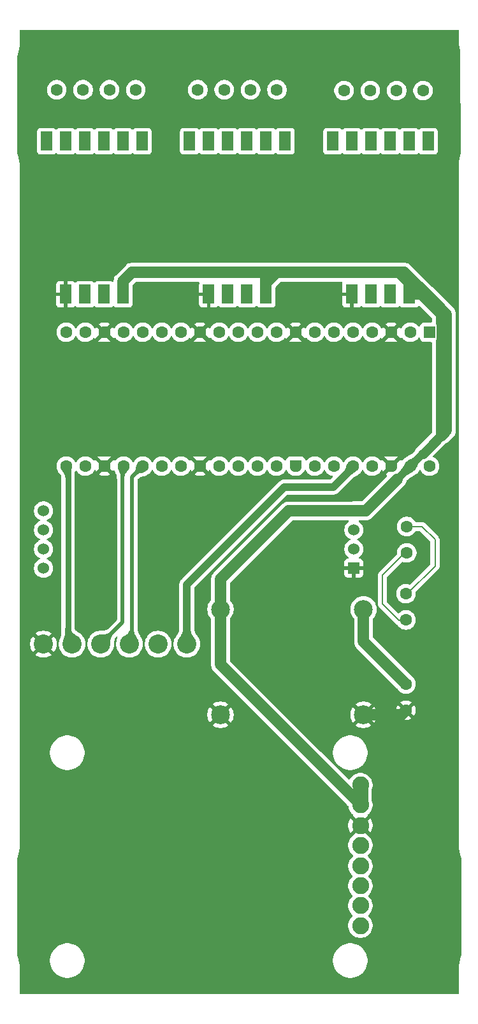
<source format=gbr>
%TF.GenerationSoftware,KiCad,Pcbnew,9.0.7-9.0.7~ubuntu24.04.1*%
%TF.CreationDate,2026-01-14T12:58:48+00:00*%
%TF.ProjectId,LIFT,4c494654-2e6b-4696-9361-645f70636258,rev?*%
%TF.SameCoordinates,Original*%
%TF.FileFunction,Copper,L2,Bot*%
%TF.FilePolarity,Positive*%
%FSLAX46Y46*%
G04 Gerber Fmt 4.6, Leading zero omitted, Abs format (unit mm)*
G04 Created by KiCad (PCBNEW 9.0.7-9.0.7~ubuntu24.04.1) date 2026-01-14 12:58:48*
%MOMM*%
%LPD*%
G01*
G04 APERTURE LIST*
G04 Aperture macros list*
%AMRoundRect*
0 Rectangle with rounded corners*
0 $1 Rounding radius*
0 $2 $3 $4 $5 $6 $7 $8 $9 X,Y pos of 4 corners*
0 Add a 4 corners polygon primitive as box body*
4,1,4,$2,$3,$4,$5,$6,$7,$8,$9,$2,$3,0*
0 Add four circle primitives for the rounded corners*
1,1,$1+$1,$2,$3*
1,1,$1+$1,$4,$5*
1,1,$1+$1,$6,$7*
1,1,$1+$1,$8,$9*
0 Add four rect primitives between the rounded corners*
20,1,$1+$1,$2,$3,$4,$5,0*
20,1,$1+$1,$4,$5,$6,$7,0*
20,1,$1+$1,$6,$7,$8,$9,0*
20,1,$1+$1,$8,$9,$2,$3,0*%
%AMFreePoly0*
4,1,37,0.603843,0.796157,0.639018,0.796157,0.711114,0.766294,0.766294,0.711114,0.796157,0.639018,0.796157,0.603843,0.800000,0.600000,0.800000,-0.600000,0.796157,-0.603843,0.796157,-0.639018,0.766294,-0.711114,0.711114,-0.766294,0.639018,-0.796157,0.603843,-0.796157,0.600000,-0.800000,0.000000,-0.800000,0.000000,-0.796148,-0.078414,-0.796148,-0.232228,-0.765552,-0.377117,-0.705537,
-0.507515,-0.618408,-0.618408,-0.507515,-0.705537,-0.377117,-0.765552,-0.232228,-0.796148,-0.078414,-0.796148,0.078414,-0.765552,0.232228,-0.705537,0.377117,-0.618408,0.507515,-0.507515,0.618408,-0.377117,0.705537,-0.232228,0.765552,-0.078414,0.796148,0.000000,0.796148,0.000000,0.800000,0.600000,0.800000,0.603843,0.796157,0.603843,0.796157,$1*%
%AMFreePoly1*
4,1,37,0.000000,0.796148,0.078414,0.796148,0.232228,0.765552,0.377117,0.705537,0.507515,0.618408,0.618408,0.507515,0.705537,0.377117,0.765552,0.232228,0.796148,0.078414,0.796148,-0.078414,0.765552,-0.232228,0.705537,-0.377117,0.618408,-0.507515,0.507515,-0.618408,0.377117,-0.705537,0.232228,-0.765552,0.078414,-0.796148,0.000000,-0.796148,0.000000,-0.800000,-0.600000,-0.800000,
-0.603843,-0.796157,-0.639018,-0.796157,-0.711114,-0.766294,-0.766294,-0.711114,-0.796157,-0.639018,-0.796157,-0.603843,-0.800000,-0.600000,-0.800000,0.600000,-0.796157,0.603843,-0.796157,0.639018,-0.766294,0.711114,-0.711114,0.766294,-0.639018,0.796157,-0.603843,0.796157,-0.600000,0.800000,0.000000,0.800000,0.000000,0.796148,0.000000,0.796148,$1*%
G04 Aperture macros list end*
%TA.AperFunction,ComponentPad*%
%ADD10R,1.540000X2.540000*%
%TD*%
%TA.AperFunction,ComponentPad*%
%ADD11C,1.600200*%
%TD*%
%TA.AperFunction,ComponentPad*%
%ADD12C,2.250000*%
%TD*%
%TA.AperFunction,ComponentPad*%
%ADD13C,2.540000*%
%TD*%
%TA.AperFunction,ComponentPad*%
%ADD14R,1.530000X1.530000*%
%TD*%
%TA.AperFunction,ComponentPad*%
%ADD15C,1.530000*%
%TD*%
%TA.AperFunction,ComponentPad*%
%ADD16RoundRect,0.200000X-0.600000X0.600000X-0.600000X-0.600000X0.600000X-0.600000X0.600000X0.600000X0*%
%TD*%
%TA.AperFunction,ComponentPad*%
%ADD17C,1.600000*%
%TD*%
%TA.AperFunction,ComponentPad*%
%ADD18FreePoly0,270.000000*%
%TD*%
%TA.AperFunction,ComponentPad*%
%ADD19FreePoly1,270.000000*%
%TD*%
%TA.AperFunction,ComponentPad*%
%ADD20C,2.500000*%
%TD*%
%TA.AperFunction,Conductor*%
%ADD21C,1.500000*%
%TD*%
%TA.AperFunction,Conductor*%
%ADD22C,0.750000*%
%TD*%
%TA.AperFunction,Conductor*%
%ADD23C,0.500000*%
%TD*%
%TA.AperFunction,Conductor*%
%ADD24C,1.000000*%
%TD*%
%TA.AperFunction,Conductor*%
%ADD25C,1.250000*%
%TD*%
%TA.AperFunction,Conductor*%
%ADD26C,2.000000*%
%TD*%
%TA.AperFunction,Conductor*%
%ADD27C,0.200000*%
%TD*%
G04 APERTURE END LIST*
D10*
%TO.P,U5,1,E+*%
%TO.N,/E2+*%
X165400000Y-44840000D03*
%TO.P,U5,2,E-*%
%TO.N,/E2-*%
X167940000Y-44840000D03*
%TO.P,U5,3,A-*%
%TO.N,/A2-*%
X170480000Y-44840000D03*
%TO.P,U5,4,A+*%
%TO.N,/A2+*%
X173020000Y-44840000D03*
%TO.P,U5,5,B-*%
%TO.N,unconnected-(U5-B--Pad5)*%
X175560000Y-44840000D03*
%TO.P,U5,6,B+*%
%TO.N,unconnected-(U5-B+-Pad6)*%
X178100000Y-44840000D03*
%TO.P,U5,7,GND*%
%TO.N,GND*%
X167940000Y-65160000D03*
%TO.P,U5,8,DT*%
%TO.N,/DT3*%
X170480000Y-65160000D03*
%TO.P,U5,9,CLK*%
%TO.N,/CLK3*%
X173020000Y-65160000D03*
%TO.P,U5,10,VCC*%
%TO.N,/5V*%
X175560000Y-65160000D03*
%TD*%
%TO.P,U1,1,E+*%
%TO.N,/E3+*%
X127400000Y-44840000D03*
%TO.P,U1,2,E-*%
%TO.N,/E3-*%
X129940000Y-44840000D03*
%TO.P,U1,3,A-*%
%TO.N,/A3-*%
X132480000Y-44840000D03*
%TO.P,U1,4,A+*%
%TO.N,/A3+*%
X135020000Y-44840000D03*
%TO.P,U1,5,B-*%
%TO.N,unconnected-(U1-B--Pad5)*%
X137560000Y-44840000D03*
%TO.P,U1,6,B+*%
%TO.N,unconnected-(U1-B+-Pad6)*%
X140100000Y-44840000D03*
%TO.P,U1,7,GND*%
%TO.N,GND*%
X129940000Y-65160000D03*
%TO.P,U1,8,DT*%
%TO.N,/DT2*%
X132480000Y-65160000D03*
%TO.P,U1,9,CLK*%
%TO.N,/CLK2*%
X135020000Y-65160000D03*
%TO.P,U1,10,VCC*%
%TO.N,/5V*%
X137560000Y-65160000D03*
%TD*%
D11*
%TO.P,J7,1,1*%
%TO.N,/V_In*%
X175144500Y-116910400D03*
%TO.P,J7,2,2*%
%TO.N,GND*%
X175144500Y-120410402D03*
%TD*%
D12*
%TO.P,U7,1,INT*%
%TO.N,unconnected-(U7-INT-Pad1)*%
X169100000Y-149000000D03*
%TO.P,U7,2,SCK*%
%TO.N,/CAN CLK*%
X169100000Y-146350000D03*
%TO.P,U7,3,SI*%
%TO.N,/CAN TX*%
X169100000Y-143700000D03*
%TO.P,U7,4,SI*%
%TO.N,/CAN RX*%
X169100000Y-141100000D03*
%TO.P,U7,5,SO*%
%TO.N,/CAN CS*%
X169100000Y-138350000D03*
%TO.P,U7,6,GND*%
%TO.N,GND*%
X169100000Y-135700000D03*
%TO.P,U7,7,VCC1*%
%TO.N,/5V*%
X169100000Y-132950000D03*
%TO.P,U7,8,VCC*%
X169100000Y-130350000D03*
%TD*%
D13*
%TO.P,U2,1,GND*%
%TO.N,GND*%
X126975000Y-111615000D03*
%TO.P,U2,2,MISO*%
%TO.N,/SD_MISO*%
X130785000Y-111615000D03*
%TO.P,U2,3,CLK*%
%TO.N,/SD_CLK*%
X134595000Y-111615000D03*
%TO.P,U2,4,MOSI*%
%TO.N,/SD_MOSI*%
X138405000Y-111615000D03*
%TO.P,U2,5,CS*%
%TO.N,/SD_CS*%
X142215000Y-111615000D03*
%TO.P,U2,6,3.3V*%
%TO.N,/3V3*%
X146025000Y-111615000D03*
%TD*%
D11*
%TO.P,J3,1,1*%
%TO.N,/E1+*%
X147499999Y-38000000D03*
%TO.P,J3,2,2*%
%TO.N,/E1-*%
X151000000Y-38000000D03*
%TO.P,J3,3,3*%
%TO.N,/A1-*%
X154500000Y-38000000D03*
%TO.P,J3,4,4*%
%TO.N,/A1+*%
X158000001Y-38000000D03*
%TD*%
%TO.P,J8,1,1*%
%TO.N,/RS-*%
X175250000Y-96000000D03*
%TO.P,J8,2,2*%
%TO.N,/RS+*%
X175250000Y-99500002D03*
%TD*%
D10*
%TO.P,U4,1,E+*%
%TO.N,/E1+*%
X146400000Y-44840000D03*
%TO.P,U4,2,E-*%
%TO.N,/E1-*%
X148940000Y-44840000D03*
%TO.P,U4,3,A-*%
%TO.N,/A1-*%
X151480000Y-44840000D03*
%TO.P,U4,4,A+*%
%TO.N,/A1+*%
X154020000Y-44840000D03*
%TO.P,U4,5,B-*%
%TO.N,unconnected-(U4-B--Pad5)*%
X156560000Y-44840000D03*
%TO.P,U4,6,B+*%
%TO.N,unconnected-(U4-B+-Pad6)*%
X159100000Y-44840000D03*
%TO.P,U4,7,GND*%
%TO.N,GND*%
X148940000Y-65160000D03*
%TO.P,U4,8,DT*%
%TO.N,/DT1*%
X151480000Y-65160000D03*
%TO.P,U4,9,CLK*%
%TO.N,/CLK1*%
X154020000Y-65160000D03*
%TO.P,U4,10,VCC*%
%TO.N,/5V*%
X156560000Y-65160000D03*
%TD*%
D14*
%TO.P,U3,1,GND*%
%TO.N,GND*%
X168210000Y-101535000D03*
D15*
%TO.P,U3,2,A*%
%TO.N,/RS+*%
X168210000Y-98995000D03*
%TO.P,U3,3,B*%
%TO.N,/RS-*%
X168210000Y-96455000D03*
%TO.P,U3,4,VCC*%
%TO.N,/5V*%
X168210000Y-93915000D03*
%TO.P,U3,5,RO*%
%TO.N,/UART RX*%
X126990000Y-93915000D03*
%TO.P,U3,6,RE*%
%TO.N,/DE{slash}RE*%
X126990000Y-96455000D03*
%TO.P,U3,7,DE*%
X126990000Y-98995000D03*
%TO.P,U3,8,DI*%
%TO.N,/UART TX*%
X126990000Y-101535000D03*
%TD*%
D11*
%TO.P,J9,1,1*%
%TO.N,/RS-*%
X175144500Y-104910400D03*
%TO.P,J9,2,2*%
%TO.N,/RS+*%
X175144500Y-108410402D03*
%TD*%
%TO.P,J4,1,1*%
%TO.N,/E3+*%
X128749999Y-38000000D03*
%TO.P,J4,2,2*%
%TO.N,/E3-*%
X132250000Y-38000000D03*
%TO.P,J4,3,3*%
%TO.N,/A3-*%
X135750000Y-38000000D03*
%TO.P,J4,4,4*%
%TO.N,/A3+*%
X139250001Y-38000000D03*
%TD*%
%TO.P,J2,1,1*%
%TO.N,/E2+*%
X166910400Y-38105500D03*
%TO.P,J2,2,2*%
%TO.N,/E2-*%
X170410401Y-38105500D03*
%TO.P,J2,3,3*%
%TO.N,/A2-*%
X173910401Y-38105500D03*
%TO.P,J2,4,4*%
%TO.N,/A2+*%
X177410402Y-38105500D03*
%TD*%
D16*
%TO.P,A1,1,GPIO0*%
%TO.N,/CLK3*%
X178270000Y-70195000D03*
D17*
%TO.P,A1,2,GPIO1*%
%TO.N,/DT3*%
X175730000Y-70195000D03*
D18*
%TO.P,A1,3,GND*%
%TO.N,GND*%
X173190000Y-70195000D03*
D17*
%TO.P,A1,4,GPIO2*%
%TO.N,/CAN CLK*%
X170650000Y-70195000D03*
%TO.P,A1,5,GPIO3*%
%TO.N,/CAN TX*%
X168110000Y-70195000D03*
%TO.P,A1,6,GPIO4*%
%TO.N,/CAN RX*%
X165570000Y-70195000D03*
%TO.P,A1,7,GPIO5*%
%TO.N,/CAN CS*%
X163030000Y-70195000D03*
D18*
%TO.P,A1,8,GND*%
%TO.N,GND*%
X160490000Y-70195000D03*
D17*
%TO.P,A1,9,GPIO6*%
%TO.N,unconnected-(A1-GPIO6-Pad9)*%
X157950000Y-70195000D03*
%TO.P,A1,10,GPIO7*%
%TO.N,unconnected-(A1-GPIO7-Pad10)*%
X155410000Y-70195000D03*
%TO.P,A1,11,GPIO8*%
%TO.N,/CLK1*%
X152870000Y-70195000D03*
%TO.P,A1,12,GPIO9*%
%TO.N,/DT1*%
X150330000Y-70195000D03*
D18*
%TO.P,A1,13,GND*%
%TO.N,GND*%
X147790000Y-70195000D03*
D17*
%TO.P,A1,14,GPIO10*%
%TO.N,unconnected-(A1-GPIO10-Pad14)*%
X145250000Y-70195000D03*
%TO.P,A1,15,GPIO11*%
%TO.N,unconnected-(A1-GPIO11-Pad15)*%
X142710000Y-70195000D03*
%TO.P,A1,16,GPIO12*%
%TO.N,/UART TX*%
X140170000Y-70195000D03*
%TO.P,A1,17,GPIO13*%
%TO.N,/UART RX*%
X137630000Y-70195000D03*
D18*
%TO.P,A1,18,GND*%
%TO.N,GND*%
X135090000Y-70195000D03*
D17*
%TO.P,A1,19,GPIO14*%
%TO.N,/CLK2*%
X132550000Y-70195000D03*
%TO.P,A1,20,GPIO15*%
%TO.N,/DT2*%
X130010000Y-70195000D03*
%TO.P,A1,21,GPIO16*%
%TO.N,/SD_MISO*%
X130010000Y-87975000D03*
%TO.P,A1,22,GPIO17*%
%TO.N,/SD_CS*%
X132550000Y-87975000D03*
D19*
%TO.P,A1,23,GND*%
%TO.N,GND*%
X135090000Y-87975000D03*
D17*
%TO.P,A1,24,GPIO18*%
%TO.N,/SD_CLK*%
X137630000Y-87975000D03*
%TO.P,A1,25,GPIO19*%
%TO.N,/SD_MOSI*%
X140170000Y-87975000D03*
%TO.P,A1,26,GPIO20*%
%TO.N,unconnected-(A1-GPIO20-Pad26)*%
X142710000Y-87975000D03*
%TO.P,A1,27,GPIO21*%
%TO.N,unconnected-(A1-GPIO21-Pad27)*%
X145250000Y-87975000D03*
D19*
%TO.P,A1,28,GND*%
%TO.N,GND*%
X147790000Y-87975000D03*
D17*
%TO.P,A1,29,GPIO22*%
%TO.N,unconnected-(A1-GPIO22-Pad29)*%
X150330000Y-87975000D03*
%TO.P,A1,30,RUN*%
%TO.N,unconnected-(A1-RUN-Pad30)*%
X152870000Y-87975000D03*
%TO.P,A1,31,GPIO26_ADC0*%
%TO.N,unconnected-(A1-GPIO26_ADC0-Pad31)*%
X155410000Y-87975000D03*
%TO.P,A1,32,GPIO27_ADC1*%
%TO.N,unconnected-(A1-GPIO27_ADC1-Pad32)*%
X157950000Y-87975000D03*
D19*
%TO.P,A1,33,AGND*%
%TO.N,unconnected-(A1-AGND-Pad33)*%
X160490000Y-87975000D03*
D17*
%TO.P,A1,34,GPIO28_ADC2*%
%TO.N,unconnected-(A1-GPIO28_ADC2-Pad34)*%
X163030000Y-87975000D03*
%TO.P,A1,35,ADC_VREF*%
%TO.N,unconnected-(A1-ADC_VREF-Pad35)*%
X165570000Y-87975000D03*
%TO.P,A1,36,3V3*%
%TO.N,/3V3*%
X168110000Y-87975000D03*
%TO.P,A1,37,3V3_EN*%
%TO.N,unconnected-(A1-3V3_EN-Pad37)*%
X170650000Y-87975000D03*
D19*
%TO.P,A1,38,GND*%
%TO.N,GND*%
X173190000Y-87975000D03*
D17*
%TO.P,A1,39,VSYS*%
%TO.N,/5V*%
X175730000Y-87975000D03*
%TO.P,A1,40,VBUS*%
%TO.N,unconnected-(A1-VBUS-Pad40)*%
X178270000Y-87975000D03*
%TD*%
D20*
%TO.P,U6,1,IN+*%
%TO.N,/V_In*%
X169500000Y-107000000D03*
%TO.P,U6,2,IN-*%
%TO.N,GND*%
X169500000Y-121000000D03*
%TO.P,U6,3,OUT+*%
%TO.N,/5V*%
X150500000Y-107000000D03*
%TO.P,U6,4,OUT-*%
%TO.N,GND*%
X150500000Y-121000000D03*
%TD*%
D21*
%TO.N,GND*%
X169500000Y-121000000D02*
X174554902Y-121000000D01*
X174554902Y-121000000D02*
X175144500Y-120410402D01*
D22*
%TO.N,/SD_MISO*%
X130250000Y-111080000D02*
X130785000Y-111615000D01*
X130010000Y-87975000D02*
X130250000Y-88215000D01*
X130250000Y-88215000D02*
X130250000Y-111080000D01*
D23*
%TO.N,/SD_MOSI*%
X138405000Y-111615000D02*
X138750000Y-111270000D01*
X138750000Y-89395000D02*
X140170000Y-87975000D01*
X138750000Y-111270000D02*
X138750000Y-89395000D01*
%TO.N,/SD_CLK*%
X134595000Y-111615000D02*
X137500000Y-108710000D01*
X137500000Y-108710000D02*
X137500000Y-88105000D01*
X137500000Y-88105000D02*
X137630000Y-87975000D01*
D24*
%TO.N,/3V3*%
X159000000Y-90750000D02*
X146025000Y-103725000D01*
X146025000Y-103725000D02*
X146025000Y-111615000D01*
X168110000Y-87975000D02*
X168110000Y-88140000D01*
X168110000Y-88140000D02*
X165500000Y-90750000D01*
X165500000Y-90750000D02*
X159000000Y-90750000D01*
D21*
%TO.N,/5V*%
X169790000Y-93915000D02*
X168210000Y-93915000D01*
X180500000Y-83250000D02*
X179861000Y-83889000D01*
X179861000Y-69023408D02*
X179861000Y-67865915D01*
D24*
X173977500Y-89727500D02*
X175730000Y-87975000D01*
D25*
X159585000Y-93915000D02*
X159560000Y-93940000D01*
D21*
X175560000Y-65160000D02*
X175560000Y-63560000D01*
X180500000Y-67830000D02*
X180500000Y-83250000D01*
X137560000Y-65160000D02*
X137560000Y-63440000D01*
X137560000Y-63440000D02*
X138750000Y-62250000D01*
D25*
X177352500Y-86352500D02*
X177397500Y-86352500D01*
D24*
X177352500Y-86352500D02*
X175730000Y-87975000D01*
X179816000Y-83889000D02*
X177352500Y-86352500D01*
D21*
X174250000Y-62250000D02*
X174920000Y-62250000D01*
X175560000Y-63560000D02*
X174250000Y-62250000D01*
X150500000Y-107000000D02*
X150500000Y-103000000D01*
X179971000Y-71256592D02*
X179971000Y-69133408D01*
X179861000Y-71366592D02*
X179971000Y-71256592D01*
X177830000Y-65160000D02*
X180500000Y-67830000D01*
X177155085Y-65160000D02*
X175560000Y-65160000D01*
X179861000Y-67865915D02*
X177155085Y-65160000D01*
X150500000Y-103000000D02*
X159560000Y-93940000D01*
X156250000Y-62250000D02*
X138750000Y-62250000D01*
X156560000Y-62560000D02*
X156250000Y-62250000D01*
D25*
X169790000Y-93915000D02*
X159585000Y-93915000D01*
D21*
X175560000Y-63560000D02*
X176230000Y-63560000D01*
X150500000Y-114350000D02*
X169100000Y-132950000D01*
D24*
X179861000Y-83889000D02*
X179816000Y-83889000D01*
D26*
X169100000Y-132950000D02*
X169100000Y-130350000D01*
D21*
X173977500Y-89727500D02*
X169790000Y-93915000D01*
X176230000Y-63560000D02*
X177830000Y-65160000D01*
X168100000Y-93940000D02*
X159560000Y-93940000D01*
X179861000Y-83889000D02*
X179861000Y-71366592D01*
X175560000Y-62890000D02*
X174920000Y-62250000D01*
X179971000Y-69133408D02*
X179861000Y-69023408D01*
D25*
X177397500Y-86352500D02*
X180500000Y-83250000D01*
D21*
X177830000Y-65160000D02*
X175560000Y-65160000D01*
X150500000Y-107000000D02*
X150500000Y-114350000D01*
X174920000Y-62250000D02*
X176230000Y-63560000D01*
X175560000Y-65160000D02*
X175560000Y-62890000D01*
X158000000Y-62250000D02*
X156250000Y-62250000D01*
X156560000Y-63690000D02*
X156560000Y-65160000D01*
X156560000Y-65160000D02*
X156560000Y-62560000D01*
X158000000Y-62250000D02*
X156560000Y-63690000D01*
X174250000Y-62250000D02*
X158000000Y-62250000D01*
D27*
%TO.N,/RS+*%
X175000000Y-99500000D02*
X175250000Y-99500000D01*
X175250000Y-99500002D02*
X174999998Y-99500002D01*
X174999998Y-99500002D02*
X175000000Y-99500000D01*
X172000000Y-106250000D02*
X172000000Y-102500000D01*
X174339598Y-108410402D02*
X174250000Y-108500000D01*
X172000000Y-102500000D02*
X174999998Y-99500002D01*
X175144500Y-108410402D02*
X174339598Y-108410402D01*
X174250000Y-108500000D02*
X172000000Y-106250000D01*
X175250000Y-108500000D02*
X174250000Y-108500000D01*
%TO.N,/RS-*%
X179000000Y-101250000D02*
X179000000Y-97750000D01*
X175339600Y-104910400D02*
X179000000Y-101250000D01*
X177250000Y-96000000D02*
X175250000Y-96000000D01*
X175144500Y-104910400D02*
X175339600Y-104910400D01*
X179000000Y-97750000D02*
X177250000Y-96000000D01*
X175250000Y-105000000D02*
X175339600Y-104910400D01*
D21*
%TO.N,/V_In*%
X169500000Y-107000000D02*
X169500000Y-111265900D01*
X169500000Y-111265900D02*
X175144500Y-116910400D01*
%TD*%
%TA.AperFunction,Conductor*%
%TO.N,/SD_CLK*%
G36*
X137634016Y-87976689D02*
G01*
X138285118Y-88412720D01*
X138290086Y-88420170D01*
X138288329Y-88428951D01*
X138288103Y-88429278D01*
X138154879Y-88614297D01*
X138154491Y-88614805D01*
X138034007Y-88764195D01*
X137895877Y-88942176D01*
X137895871Y-88942185D01*
X137818710Y-89086115D01*
X137790612Y-89170314D01*
X137790609Y-89170326D01*
X137769763Y-89267601D01*
X137754970Y-89399727D01*
X137754969Y-89399736D01*
X137750352Y-89548292D01*
X137746670Y-89556454D01*
X137738658Y-89559628D01*
X137261091Y-89559628D01*
X137252818Y-89556201D01*
X137249408Y-89548552D01*
X137235433Y-89286996D01*
X137231696Y-89267601D01*
X137195988Y-89082257D01*
X137138054Y-88918921D01*
X137068018Y-88770498D01*
X137015688Y-88662301D01*
X137015351Y-88661536D01*
X136922860Y-88429278D01*
X136921978Y-88427063D01*
X136921625Y-88426040D01*
X136882055Y-88291439D01*
X136881878Y-88290759D01*
X136848051Y-88142791D01*
X136849548Y-88133963D01*
X136856850Y-88128778D01*
X136857144Y-88128715D01*
X137625233Y-87974954D01*
X137634016Y-87976689D01*
G37*
%TD.AperFunction*%
%TD*%
%TA.AperFunction,Conductor*%
%TO.N,/5V*%
G36*
X175074563Y-87537044D02*
G01*
X175074950Y-87537292D01*
X175728757Y-87972994D01*
X175732005Y-87976242D01*
X176167736Y-88630093D01*
X176169472Y-88638878D01*
X176164488Y-88646317D01*
X176164144Y-88646538D01*
X175877376Y-88823489D01*
X175876699Y-88823876D01*
X175653121Y-88942050D01*
X175457700Y-89046371D01*
X175457693Y-89046376D01*
X175247166Y-89191179D01*
X175247148Y-89191193D01*
X175116429Y-89302491D01*
X175116427Y-89302493D01*
X174971320Y-89441152D01*
X174962971Y-89444390D01*
X174954964Y-89440966D01*
X174263948Y-88749950D01*
X174260521Y-88741677D01*
X174263676Y-88733684D01*
X174453963Y-88530254D01*
X174587663Y-88358504D01*
X174682257Y-88205954D01*
X174762959Y-88051858D01*
X174862916Y-87861008D01*
X174863256Y-87860407D01*
X175058480Y-87540925D01*
X175065716Y-87535655D01*
X175074563Y-87537044D01*
G37*
%TD.AperFunction*%
%TD*%
%TA.AperFunction,Conductor*%
%TO.N,/3V3*%
G36*
X146521681Y-109359292D02*
G01*
X146525107Y-109367457D01*
X146525797Y-109441959D01*
X146525797Y-109441972D01*
X146525798Y-109441983D01*
X146540868Y-109662055D01*
X146549855Y-109793301D01*
X146549856Y-109793314D01*
X146573569Y-109941090D01*
X146573572Y-109941102D01*
X146604785Y-110075233D01*
X146604788Y-110075242D01*
X146604790Y-110075251D01*
X146645745Y-110204875D01*
X146694537Y-110324307D01*
X146694543Y-110324318D01*
X146762398Y-110456791D01*
X146840424Y-110582984D01*
X146840433Y-110582997D01*
X146957460Y-110742347D01*
X147018241Y-110825111D01*
X147018279Y-110825162D01*
X147020414Y-110833858D01*
X147016055Y-110841305D01*
X146032206Y-111610367D01*
X146023577Y-111612762D01*
X146017794Y-111610367D01*
X145034145Y-110841462D01*
X145029738Y-110833667D01*
X145032075Y-110825113D01*
X145095720Y-110742355D01*
X145260052Y-110503711D01*
X145372881Y-110284754D01*
X145416628Y-110169412D01*
X145453334Y-110044334D01*
X145483330Y-109904055D01*
X145505436Y-109748921D01*
X145520054Y-109563708D01*
X145524728Y-109367286D01*
X145528351Y-109359097D01*
X145536425Y-109355865D01*
X146513408Y-109355865D01*
X146521681Y-109359292D01*
G37*
%TD.AperFunction*%
%TD*%
%TA.AperFunction,Conductor*%
%TO.N,/5V*%
G36*
X168220949Y-93293572D02*
G01*
X168224690Y-93301708D01*
X168224699Y-93302156D01*
X168224699Y-94527965D01*
X168221272Y-94536238D01*
X168212999Y-94539665D01*
X168212669Y-94539660D01*
X167985097Y-94533243D01*
X167983658Y-94533113D01*
X167811638Y-94506797D01*
X167809081Y-94506103D01*
X167689794Y-94458639D01*
X167687486Y-94457405D01*
X167639850Y-94424615D01*
X167638376Y-94423413D01*
X167595774Y-94382459D01*
X167594515Y-94381031D01*
X167554898Y-94327917D01*
X167553956Y-94326430D01*
X167519750Y-94262162D01*
X167519104Y-94260724D01*
X167486373Y-94172156D01*
X167485988Y-94170900D01*
X167459803Y-94064666D01*
X167459627Y-94063819D01*
X167448823Y-94000010D01*
X167448671Y-93998530D01*
X167441883Y-93821317D01*
X167442104Y-93818564D01*
X167471436Y-93672803D01*
X167472148Y-93670515D01*
X167499137Y-93607492D01*
X167499907Y-93606002D01*
X167534978Y-93548819D01*
X167535982Y-93547426D01*
X167580740Y-93494206D01*
X167581929Y-93492987D01*
X167634738Y-93446222D01*
X167636025Y-93445235D01*
X167701706Y-93401898D01*
X167703019Y-93401152D01*
X167777355Y-93365118D01*
X167778655Y-93364582D01*
X167869703Y-93333352D01*
X167870910Y-93333010D01*
X167971399Y-93310363D01*
X167972481Y-93310175D01*
X168092938Y-93295090D01*
X168093915Y-93295011D01*
X168212552Y-93290465D01*
X168220949Y-93293572D01*
G37*
%TD.AperFunction*%
%TD*%
%TA.AperFunction,Conductor*%
%TO.N,/SD_MISO*%
G36*
X130622379Y-109473386D02*
G01*
X130625776Y-109480825D01*
X130638879Y-109664196D01*
X130678255Y-109827530D01*
X130739734Y-109964512D01*
X130739736Y-109964515D01*
X130819927Y-110079719D01*
X130819928Y-110079720D01*
X130915434Y-110177705D01*
X130915436Y-110177706D01*
X131022845Y-110263026D01*
X131022871Y-110263045D01*
X131259901Y-110414008D01*
X131363614Y-110476878D01*
X131364155Y-110477227D01*
X131555903Y-110608461D01*
X131560795Y-110615961D01*
X131558950Y-110624724D01*
X131558517Y-110625316D01*
X130790615Y-111608808D01*
X130782822Y-111613220D01*
X130776657Y-111612307D01*
X130768752Y-111608808D01*
X130709211Y-111582452D01*
X129636951Y-111107811D01*
X129630773Y-111101328D01*
X129630855Y-111092688D01*
X129713679Y-110889961D01*
X129801037Y-110601086D01*
X129840984Y-110376318D01*
X129863255Y-110126165D01*
X129872907Y-109830692D01*
X129874933Y-109481591D01*
X129878408Y-109473338D01*
X129886633Y-109469959D01*
X130614106Y-109469959D01*
X130622379Y-109473386D01*
G37*
%TD.AperFunction*%
%TD*%
%TA.AperFunction,Conductor*%
%TO.N,/5V*%
G36*
X176505035Y-86509033D02*
G01*
X177196051Y-87200049D01*
X177199478Y-87208322D01*
X177196323Y-87216314D01*
X177006037Y-87419743D01*
X177006030Y-87419751D01*
X176872342Y-87591487D01*
X176872337Y-87591494D01*
X176872336Y-87591496D01*
X176777741Y-87744047D01*
X176697039Y-87898143D01*
X176657437Y-87973757D01*
X176597109Y-88088942D01*
X176596728Y-88089615D01*
X176401521Y-88409072D01*
X176394283Y-88414344D01*
X176385436Y-88412955D01*
X176385049Y-88412707D01*
X175731242Y-87977005D01*
X175727994Y-87973757D01*
X175292263Y-87319906D01*
X175290527Y-87311121D01*
X175295511Y-87303682D01*
X175295833Y-87303475D01*
X175582637Y-87126501D01*
X175583287Y-87126129D01*
X175691497Y-87068934D01*
X175806880Y-87007948D01*
X176002298Y-86903627D01*
X176002297Y-86903627D01*
X176002302Y-86903625D01*
X176212840Y-86758815D01*
X176343576Y-86647502D01*
X176488679Y-86508846D01*
X176497028Y-86505609D01*
X176505035Y-86509033D01*
G37*
%TD.AperFunction*%
%TD*%
%TA.AperFunction,Conductor*%
%TO.N,/SD_MOSI*%
G36*
X139514563Y-87537040D02*
G01*
X139514849Y-87537225D01*
X139845587Y-87757631D01*
X140168757Y-87972994D01*
X140172005Y-87976242D01*
X140607575Y-88629851D01*
X140609311Y-88638636D01*
X140604327Y-88646075D01*
X140603745Y-88646439D01*
X140413710Y-88757575D01*
X140412325Y-88758266D01*
X140238343Y-88831159D01*
X140236970Y-88831637D01*
X140082177Y-88874876D01*
X140081279Y-88875089D01*
X139983380Y-88894269D01*
X139938662Y-88903031D01*
X139938639Y-88903035D01*
X139938602Y-88903043D01*
X139938601Y-88903042D01*
X139763947Y-88939176D01*
X139595197Y-88999077D01*
X139511745Y-89043131D01*
X139423813Y-89101025D01*
X139423800Y-89101035D01*
X139328610Y-89176764D01*
X139234539Y-89264565D01*
X139226153Y-89267705D01*
X139218283Y-89264285D01*
X138880704Y-88926706D01*
X138877277Y-88918433D01*
X138880413Y-88910462D01*
X138971258Y-88812882D01*
X139048680Y-88714653D01*
X139108062Y-88622630D01*
X139152479Y-88535405D01*
X139208711Y-88369719D01*
X139241968Y-88206339D01*
X139295507Y-87964458D01*
X139295996Y-87962828D01*
X139374021Y-87758860D01*
X139374571Y-87757641D01*
X139431116Y-87649474D01*
X139431539Y-87648733D01*
X139498453Y-87540818D01*
X139505726Y-87535593D01*
X139514563Y-87537040D01*
G37*
%TD.AperFunction*%
%TD*%
%TA.AperFunction,Conductor*%
%TO.N,/SD_MOSI*%
G36*
X138996904Y-109407317D02*
G01*
X139000325Y-109415254D01*
X139006224Y-109621016D01*
X139007113Y-109652009D01*
X139007114Y-109652036D01*
X139027790Y-109865168D01*
X139061046Y-110050028D01*
X139105886Y-110213211D01*
X139161322Y-110361377D01*
X139226363Y-110501160D01*
X139226370Y-110501173D01*
X139226371Y-110501175D01*
X139338656Y-110704832D01*
X139381356Y-110782279D01*
X139505356Y-111002355D01*
X139506432Y-111011245D01*
X139500906Y-111018291D01*
X139500765Y-111018370D01*
X138412874Y-111611705D01*
X138403970Y-111612657D01*
X138398807Y-111609509D01*
X137828046Y-111011245D01*
X137646438Y-110820885D01*
X137543687Y-110713183D01*
X137540455Y-110704832D01*
X137544076Y-110696642D01*
X137544593Y-110696176D01*
X137710301Y-110555929D01*
X137710970Y-110555406D01*
X137888736Y-110426857D01*
X138075818Y-110290624D01*
X138233159Y-110150359D01*
X138346770Y-110007037D01*
X138428582Y-109844482D01*
X138458576Y-109751517D01*
X138480895Y-109648703D01*
X138495112Y-109532506D01*
X138499572Y-109415145D01*
X138503311Y-109407009D01*
X138511264Y-109403890D01*
X138988631Y-109403890D01*
X138996904Y-109407317D01*
G37*
%TD.AperFunction*%
%TD*%
%TA.AperFunction,Conductor*%
%TO.N,/SD_CLK*%
G36*
X136023692Y-109848793D02*
G01*
X136361323Y-110186424D01*
X136364750Y-110194697D01*
X136361693Y-110202583D01*
X136218657Y-110359347D01*
X136104066Y-110515365D01*
X136020282Y-110664648D01*
X136020276Y-110664660D01*
X135962106Y-110809500D01*
X135924361Y-110952202D01*
X135924357Y-110952218D01*
X135901854Y-111095047D01*
X135881831Y-111390279D01*
X135879018Y-111451782D01*
X135878994Y-111452159D01*
X135855088Y-111757890D01*
X135851027Y-111765871D01*
X135842512Y-111768642D01*
X135842001Y-111768591D01*
X134603370Y-111616819D01*
X134595575Y-111612412D01*
X134593180Y-111606631D01*
X134441387Y-110367829D01*
X134443782Y-110359200D01*
X134451577Y-110354793D01*
X134451876Y-110354761D01*
X134636115Y-110337749D01*
X134636559Y-110337716D01*
X134819650Y-110328170D01*
X134819706Y-110328190D01*
X134819705Y-110328168D01*
X134919464Y-110323448D01*
X135179674Y-110299529D01*
X135179677Y-110299528D01*
X135179680Y-110299528D01*
X135389429Y-110251468D01*
X135389428Y-110251468D01*
X135389438Y-110251466D01*
X135587021Y-110168844D01*
X135687540Y-110110484D01*
X135791035Y-110038386D01*
X135901052Y-109948481D01*
X136007409Y-109848539D01*
X136015783Y-109845372D01*
X136023692Y-109848793D01*
G37*
%TD.AperFunction*%
%TD*%
%TA.AperFunction,Conductor*%
%TO.N,/SD_MISO*%
G36*
X130783103Y-88128764D02*
G01*
X130790541Y-88133748D01*
X130792277Y-88142533D01*
X130792267Y-88142586D01*
X130730694Y-88442883D01*
X130730686Y-88442919D01*
X130711053Y-88537168D01*
X130651603Y-88873669D01*
X130630825Y-89140155D01*
X130625174Y-89513341D01*
X130621622Y-89521561D01*
X130613475Y-89524864D01*
X129886354Y-89524864D01*
X129878081Y-89521437D01*
X129874659Y-89513515D01*
X129874654Y-89513341D01*
X129870502Y-89375057D01*
X129857116Y-89250407D01*
X129855678Y-89243618D01*
X129835011Y-89145997D01*
X129835009Y-89145990D01*
X129804345Y-89056882D01*
X129804343Y-89056876D01*
X129765285Y-88978138D01*
X129765280Y-88978130D01*
X129718000Y-88904851D01*
X129717998Y-88904849D01*
X129599421Y-88754941D01*
X129599414Y-88754933D01*
X129599401Y-88754916D01*
X129530628Y-88671151D01*
X129530258Y-88670675D01*
X129352097Y-88429309D01*
X129349941Y-88420618D01*
X129354562Y-88412948D01*
X129354960Y-88412667D01*
X130005961Y-87976704D01*
X130014738Y-87974948D01*
X130783103Y-88128764D01*
G37*
%TD.AperFunction*%
%TD*%
%TA.AperFunction,Conductor*%
%TO.N,/3V3*%
G36*
X167454561Y-87537037D02*
G01*
X167454802Y-87537193D01*
X167654096Y-87670004D01*
X168108757Y-87972994D01*
X168112005Y-87976242D01*
X168322764Y-88292503D01*
X168541880Y-88621305D01*
X168547949Y-88630411D01*
X168549685Y-88639196D01*
X168544701Y-88646635D01*
X168544674Y-88646654D01*
X168315976Y-88798123D01*
X167948756Y-89050871D01*
X167727912Y-89238041D01*
X167433823Y-89523525D01*
X167425500Y-89526829D01*
X167417401Y-89523403D01*
X166726293Y-88832295D01*
X166722866Y-88824022D01*
X166725866Y-88816199D01*
X166901180Y-88621305D01*
X167018439Y-88448764D01*
X167093463Y-88292503D01*
X167123907Y-88208660D01*
X167149483Y-88138227D01*
X167187951Y-88028864D01*
X167188241Y-88028118D01*
X167288844Y-87795232D01*
X167289300Y-87794300D01*
X167356883Y-87670592D01*
X167357214Y-87670029D01*
X167438432Y-87540720D01*
X167445732Y-87535539D01*
X167454561Y-87537037D01*
G37*
%TD.AperFunction*%
%TD*%
%TA.AperFunction,Conductor*%
%TO.N,GND*%
G36*
X182142539Y-30070185D02*
G01*
X182188294Y-30122989D01*
X182199500Y-30174500D01*
X182199500Y-31948821D01*
X182236188Y-32344767D01*
X182236188Y-32344768D01*
X182259923Y-32471737D01*
X182309258Y-32735654D01*
X182373157Y-32960236D01*
X182377890Y-32994049D01*
X182391002Y-46459621D01*
X182386269Y-46493675D01*
X182334523Y-46675546D01*
X182309258Y-46764346D01*
X182309258Y-46764348D01*
X182236188Y-47155231D01*
X182236188Y-47155232D01*
X182199500Y-47551178D01*
X182199500Y-138698821D01*
X182236188Y-139094767D01*
X182236188Y-139094768D01*
X182256224Y-139201947D01*
X182309258Y-139485654D01*
X182309260Y-139485661D01*
X182418078Y-139868119D01*
X182473765Y-140011865D01*
X182482138Y-140056538D01*
X182494633Y-152889315D01*
X182486260Y-152934229D01*
X182410657Y-153129386D01*
X182301639Y-153512546D01*
X182301638Y-153512546D01*
X182228434Y-153904149D01*
X182228434Y-153904150D01*
X182191679Y-154300816D01*
X182191679Y-157950500D01*
X182171994Y-158017539D01*
X182119190Y-158063294D01*
X182067679Y-158074500D01*
X123924500Y-158074500D01*
X123857461Y-158054815D01*
X123811706Y-158002011D01*
X123800500Y-157950500D01*
X123800500Y-154301178D01*
X123800466Y-154300816D01*
X123763810Y-153905224D01*
X123690742Y-153514346D01*
X123686439Y-153499223D01*
X127849500Y-153499223D01*
X127849500Y-153800776D01*
X127849501Y-153800793D01*
X127888861Y-154099766D01*
X127966913Y-154391060D01*
X128082314Y-154669661D01*
X128082318Y-154669671D01*
X128233099Y-154930831D01*
X128416679Y-155170078D01*
X128416685Y-155170085D01*
X128629914Y-155383314D01*
X128629921Y-155383320D01*
X128869168Y-155566900D01*
X129130328Y-155717681D01*
X129130329Y-155717681D01*
X129130332Y-155717683D01*
X129316072Y-155794619D01*
X129408939Y-155833086D01*
X129408940Y-155833086D01*
X129408942Y-155833087D01*
X129700232Y-155911138D01*
X129999217Y-155950500D01*
X129999224Y-155950500D01*
X130300776Y-155950500D01*
X130300783Y-155950500D01*
X130599768Y-155911138D01*
X130891058Y-155833087D01*
X131169668Y-155717683D01*
X131430832Y-155566900D01*
X131670080Y-155383319D01*
X131883319Y-155170080D01*
X132066900Y-154930832D01*
X132217683Y-154669668D01*
X132333087Y-154391058D01*
X132411138Y-154099768D01*
X132450500Y-153800783D01*
X132450500Y-153499223D01*
X165449500Y-153499223D01*
X165449500Y-153800776D01*
X165449501Y-153800793D01*
X165488861Y-154099766D01*
X165566913Y-154391060D01*
X165682314Y-154669661D01*
X165682318Y-154669671D01*
X165833099Y-154930831D01*
X166016679Y-155170078D01*
X166016685Y-155170085D01*
X166229914Y-155383314D01*
X166229921Y-155383320D01*
X166469168Y-155566900D01*
X166730328Y-155717681D01*
X166730329Y-155717681D01*
X166730332Y-155717683D01*
X166916072Y-155794619D01*
X167008939Y-155833086D01*
X167008940Y-155833086D01*
X167008942Y-155833087D01*
X167300232Y-155911138D01*
X167599217Y-155950500D01*
X167599224Y-155950500D01*
X167900776Y-155950500D01*
X167900783Y-155950500D01*
X168199768Y-155911138D01*
X168491058Y-155833087D01*
X168769668Y-155717683D01*
X169030832Y-155566900D01*
X169270080Y-155383319D01*
X169483319Y-155170080D01*
X169666900Y-154930832D01*
X169817683Y-154669668D01*
X169933087Y-154391058D01*
X170011138Y-154099768D01*
X170050500Y-153800783D01*
X170050500Y-153499217D01*
X170011138Y-153200232D01*
X169933087Y-152908942D01*
X169928691Y-152898330D01*
X169870532Y-152757920D01*
X169817683Y-152630332D01*
X169666900Y-152369168D01*
X169483320Y-152129921D01*
X169483314Y-152129914D01*
X169270085Y-151916685D01*
X169270078Y-151916679D01*
X169030831Y-151733099D01*
X168769671Y-151582318D01*
X168769661Y-151582314D01*
X168491060Y-151466913D01*
X168199766Y-151388861D01*
X167900793Y-151349501D01*
X167900788Y-151349500D01*
X167900783Y-151349500D01*
X167599217Y-151349500D01*
X167599211Y-151349500D01*
X167599206Y-151349501D01*
X167300233Y-151388861D01*
X167008939Y-151466913D01*
X166730338Y-151582314D01*
X166730328Y-151582318D01*
X166469168Y-151733099D01*
X166229921Y-151916679D01*
X166229914Y-151916685D01*
X166016685Y-152129914D01*
X166016679Y-152129921D01*
X165833099Y-152369168D01*
X165682318Y-152630328D01*
X165682314Y-152630338D01*
X165566913Y-152908939D01*
X165488861Y-153200233D01*
X165449501Y-153499206D01*
X165449500Y-153499223D01*
X132450500Y-153499223D01*
X132450500Y-153499217D01*
X132411138Y-153200232D01*
X132333087Y-152908942D01*
X132328691Y-152898330D01*
X132270532Y-152757920D01*
X132217683Y-152630332D01*
X132066900Y-152369168D01*
X131883320Y-152129921D01*
X131883314Y-152129914D01*
X131670085Y-151916685D01*
X131670078Y-151916679D01*
X131430831Y-151733099D01*
X131169671Y-151582318D01*
X131169661Y-151582314D01*
X130891060Y-151466913D01*
X130599766Y-151388861D01*
X130300793Y-151349501D01*
X130300788Y-151349500D01*
X130300783Y-151349500D01*
X129999217Y-151349500D01*
X129999211Y-151349500D01*
X129999206Y-151349501D01*
X129700233Y-151388861D01*
X129408939Y-151466913D01*
X129130338Y-151582314D01*
X129130328Y-151582318D01*
X128869168Y-151733099D01*
X128629921Y-151916679D01*
X128629914Y-151916685D01*
X128416685Y-152129914D01*
X128416679Y-152129921D01*
X128233099Y-152369168D01*
X128082318Y-152630328D01*
X128082314Y-152630338D01*
X127966913Y-152908939D01*
X127888861Y-153200233D01*
X127849501Y-153499206D01*
X127849500Y-153499223D01*
X123686439Y-153499223D01*
X123581921Y-153131878D01*
X123484451Y-152880279D01*
X123476080Y-152835476D01*
X123478544Y-140158117D01*
X123486915Y-140113358D01*
X123581921Y-139868122D01*
X123690742Y-139485654D01*
X123763810Y-139094776D01*
X123800500Y-138698824D01*
X123800500Y-138500000D01*
X123800500Y-138452405D01*
X123800500Y-125899223D01*
X127849500Y-125899223D01*
X127849500Y-126200776D01*
X127849501Y-126200793D01*
X127888861Y-126499766D01*
X127966913Y-126791060D01*
X128082314Y-127069661D01*
X128082318Y-127069671D01*
X128233099Y-127330831D01*
X128416679Y-127570078D01*
X128416685Y-127570085D01*
X128629914Y-127783314D01*
X128629921Y-127783320D01*
X128869168Y-127966900D01*
X129130328Y-128117681D01*
X129130329Y-128117681D01*
X129130332Y-128117683D01*
X129316072Y-128194619D01*
X129408939Y-128233086D01*
X129408940Y-128233086D01*
X129408942Y-128233087D01*
X129700232Y-128311138D01*
X129999217Y-128350500D01*
X129999224Y-128350500D01*
X130300776Y-128350500D01*
X130300783Y-128350500D01*
X130599768Y-128311138D01*
X130891058Y-128233087D01*
X131169668Y-128117683D01*
X131430832Y-127966900D01*
X131670080Y-127783319D01*
X131883319Y-127570080D01*
X132066900Y-127330832D01*
X132217683Y-127069668D01*
X132333087Y-126791058D01*
X132411138Y-126499768D01*
X132450500Y-126200783D01*
X132450500Y-125899217D01*
X132411138Y-125600232D01*
X132333087Y-125308942D01*
X132328691Y-125298330D01*
X132217685Y-125030338D01*
X132217681Y-125030328D01*
X132066900Y-124769168D01*
X131883320Y-124529921D01*
X131883314Y-124529914D01*
X131670085Y-124316685D01*
X131670078Y-124316679D01*
X131430831Y-124133099D01*
X131169671Y-123982318D01*
X131169661Y-123982314D01*
X130891060Y-123866913D01*
X130599766Y-123788861D01*
X130300793Y-123749501D01*
X130300788Y-123749500D01*
X130300783Y-123749500D01*
X129999217Y-123749500D01*
X129999211Y-123749500D01*
X129999206Y-123749501D01*
X129700233Y-123788861D01*
X129408939Y-123866913D01*
X129130338Y-123982314D01*
X129130328Y-123982318D01*
X128869168Y-124133099D01*
X128629921Y-124316679D01*
X128629914Y-124316685D01*
X128416685Y-124529914D01*
X128416679Y-124529921D01*
X128233099Y-124769168D01*
X128082318Y-125030328D01*
X128082314Y-125030338D01*
X127966913Y-125308939D01*
X127888861Y-125600233D01*
X127849501Y-125899206D01*
X127849500Y-125899223D01*
X123800500Y-125899223D01*
X123800500Y-120885305D01*
X148750000Y-120885305D01*
X148750000Y-121114694D01*
X148750001Y-121114710D01*
X148779942Y-121342137D01*
X148839318Y-121563730D01*
X148927102Y-121775659D01*
X148927106Y-121775669D01*
X149041799Y-121974324D01*
X149041805Y-121974331D01*
X149098381Y-122048064D01*
X149822421Y-121324024D01*
X149835359Y-121355258D01*
X149917437Y-121478097D01*
X150021903Y-121582563D01*
X150144742Y-121664641D01*
X150175974Y-121677578D01*
X149451934Y-122401617D01*
X149451934Y-122401618D01*
X149525666Y-122458194D01*
X149724330Y-122572893D01*
X149724340Y-122572897D01*
X149936269Y-122660681D01*
X150157862Y-122720057D01*
X150385289Y-122749998D01*
X150385306Y-122750000D01*
X150614694Y-122750000D01*
X150614710Y-122749998D01*
X150842137Y-122720057D01*
X151063730Y-122660681D01*
X151275659Y-122572897D01*
X151275668Y-122572893D01*
X151474327Y-122458197D01*
X151474334Y-122458192D01*
X151548064Y-122401617D01*
X150824025Y-121677578D01*
X150855258Y-121664641D01*
X150978097Y-121582563D01*
X151082563Y-121478097D01*
X151164641Y-121355258D01*
X151177578Y-121324025D01*
X151901617Y-122048064D01*
X151958192Y-121974334D01*
X151958197Y-121974327D01*
X152072893Y-121775668D01*
X152072897Y-121775659D01*
X152160681Y-121563730D01*
X152220057Y-121342137D01*
X152249998Y-121114710D01*
X152250000Y-121114694D01*
X152250000Y-120885305D01*
X152249998Y-120885289D01*
X152220057Y-120657862D01*
X152160681Y-120436269D01*
X152072897Y-120224340D01*
X152072893Y-120224330D01*
X151958194Y-120025666D01*
X151901618Y-119951934D01*
X151901617Y-119951934D01*
X151177577Y-120675973D01*
X151164641Y-120644742D01*
X151082563Y-120521903D01*
X150978097Y-120417437D01*
X150855258Y-120335359D01*
X150824023Y-120322421D01*
X151548064Y-119598381D01*
X151548064Y-119598380D01*
X151474331Y-119541805D01*
X151474324Y-119541799D01*
X151275669Y-119427106D01*
X151275659Y-119427102D01*
X151063730Y-119339318D01*
X150842137Y-119279942D01*
X150614710Y-119250001D01*
X150614694Y-119250000D01*
X150385306Y-119250000D01*
X150385289Y-119250001D01*
X150157862Y-119279942D01*
X149936269Y-119339318D01*
X149724340Y-119427102D01*
X149724330Y-119427106D01*
X149525673Y-119541801D01*
X149525659Y-119541810D01*
X149451934Y-119598380D01*
X150175975Y-120322421D01*
X150144742Y-120335359D01*
X150021903Y-120417437D01*
X149917437Y-120521903D01*
X149835359Y-120644742D01*
X149822421Y-120675975D01*
X149098380Y-119951934D01*
X149041810Y-120025659D01*
X149041801Y-120025673D01*
X148927106Y-120224330D01*
X148927102Y-120224340D01*
X148839318Y-120436269D01*
X148779942Y-120657862D01*
X148750001Y-120885289D01*
X148750000Y-120885305D01*
X123800500Y-120885305D01*
X123800500Y-111710438D01*
X123800500Y-111498994D01*
X125205000Y-111498994D01*
X125205000Y-111731005D01*
X125205001Y-111731022D01*
X125235283Y-111961040D01*
X125235286Y-111961053D01*
X125295336Y-112185167D01*
X125384124Y-112399521D01*
X125384132Y-112399538D01*
X125500136Y-112600461D01*
X125500142Y-112600469D01*
X125559117Y-112677327D01*
X126451212Y-111785233D01*
X126462482Y-111827292D01*
X126534890Y-111952708D01*
X126637292Y-112055110D01*
X126762708Y-112127518D01*
X126804766Y-112138787D01*
X125912671Y-113030881D01*
X125989530Y-113089857D01*
X125989538Y-113089863D01*
X126190461Y-113205867D01*
X126190478Y-113205875D01*
X126404832Y-113294663D01*
X126628946Y-113354713D01*
X126628959Y-113354716D01*
X126858977Y-113384998D01*
X126858995Y-113385000D01*
X127091005Y-113385000D01*
X127091022Y-113384998D01*
X127321040Y-113354716D01*
X127321053Y-113354713D01*
X127545167Y-113294663D01*
X127759521Y-113205875D01*
X127759538Y-113205867D01*
X127960475Y-113089855D01*
X128037327Y-113030883D01*
X128037327Y-113030880D01*
X127145233Y-112138787D01*
X127187292Y-112127518D01*
X127312708Y-112055110D01*
X127415110Y-111952708D01*
X127487518Y-111827292D01*
X127498787Y-111785233D01*
X128390880Y-112677327D01*
X128390883Y-112677327D01*
X128449855Y-112600475D01*
X128565867Y-112399538D01*
X128565875Y-112399521D01*
X128654663Y-112185167D01*
X128714713Y-111961053D01*
X128714716Y-111961040D01*
X128744998Y-111731022D01*
X128745000Y-111731005D01*
X128745000Y-111498994D01*
X128744998Y-111498977D01*
X128714716Y-111268959D01*
X128714713Y-111268946D01*
X128654663Y-111044832D01*
X128565875Y-110830478D01*
X128565867Y-110830461D01*
X128449863Y-110629538D01*
X128449857Y-110629530D01*
X128390881Y-110552671D01*
X127498787Y-111444765D01*
X127487518Y-111402708D01*
X127415110Y-111277292D01*
X127312708Y-111174890D01*
X127187292Y-111102482D01*
X127145234Y-111091212D01*
X128037327Y-110199117D01*
X127960469Y-110140142D01*
X127960461Y-110140136D01*
X127759538Y-110024132D01*
X127759521Y-110024124D01*
X127545167Y-109935336D01*
X127321053Y-109875286D01*
X127321040Y-109875283D01*
X127091022Y-109845001D01*
X127091005Y-109845000D01*
X126858995Y-109845000D01*
X126858977Y-109845001D01*
X126628959Y-109875283D01*
X126628946Y-109875286D01*
X126404832Y-109935336D01*
X126190478Y-110024124D01*
X126190461Y-110024132D01*
X125989541Y-110140134D01*
X125989533Y-110140140D01*
X125912671Y-110199116D01*
X125912671Y-110199117D01*
X126804766Y-111091212D01*
X126762708Y-111102482D01*
X126637292Y-111174890D01*
X126534890Y-111277292D01*
X126462482Y-111402708D01*
X126451212Y-111444765D01*
X125559117Y-110552671D01*
X125559116Y-110552671D01*
X125500140Y-110629533D01*
X125500134Y-110629541D01*
X125384132Y-110830461D01*
X125384124Y-110830478D01*
X125295336Y-111044832D01*
X125235286Y-111268946D01*
X125235283Y-111268959D01*
X125205001Y-111498977D01*
X125205000Y-111498994D01*
X123800500Y-111498994D01*
X123800500Y-93815403D01*
X125724500Y-93815403D01*
X125724500Y-94014596D01*
X125755661Y-94211340D01*
X125755661Y-94211343D01*
X125817213Y-94400780D01*
X125817215Y-94400783D01*
X125907647Y-94578266D01*
X126024731Y-94739418D01*
X126165582Y-94880269D01*
X126326734Y-94997353D01*
X126396453Y-95032877D01*
X126478172Y-95074515D01*
X126528968Y-95122490D01*
X126545763Y-95190311D01*
X126523225Y-95256446D01*
X126478172Y-95295485D01*
X126326733Y-95372647D01*
X126234790Y-95439447D01*
X126165582Y-95489731D01*
X126165580Y-95489733D01*
X126165579Y-95489733D01*
X126024733Y-95630579D01*
X126024733Y-95630580D01*
X126024731Y-95630582D01*
X126024220Y-95631286D01*
X125907647Y-95791733D01*
X125817213Y-95969219D01*
X125755661Y-96158656D01*
X125755661Y-96158659D01*
X125755661Y-96158661D01*
X125724500Y-96355403D01*
X125724500Y-96554597D01*
X125734888Y-96620185D01*
X125755661Y-96751340D01*
X125755661Y-96751343D01*
X125817213Y-96940780D01*
X125904644Y-97112372D01*
X125907647Y-97118266D01*
X126024731Y-97279418D01*
X126165582Y-97420269D01*
X126326734Y-97537353D01*
X126396453Y-97572877D01*
X126478172Y-97614515D01*
X126528968Y-97662490D01*
X126545763Y-97730311D01*
X126523225Y-97796446D01*
X126478172Y-97835485D01*
X126326733Y-97912647D01*
X126258233Y-97962416D01*
X126165582Y-98029731D01*
X126165580Y-98029733D01*
X126165579Y-98029733D01*
X126024733Y-98170579D01*
X126024733Y-98170580D01*
X126024731Y-98170582D01*
X125974447Y-98239790D01*
X125907647Y-98331733D01*
X125817213Y-98509219D01*
X125755661Y-98698656D01*
X125755661Y-98698659D01*
X125724500Y-98895403D01*
X125724500Y-99094596D01*
X125755661Y-99291340D01*
X125755661Y-99291343D01*
X125817213Y-99480780D01*
X125890914Y-99625425D01*
X125907647Y-99658266D01*
X126024731Y-99819418D01*
X126165582Y-99960269D01*
X126326734Y-100077353D01*
X126396453Y-100112877D01*
X126478172Y-100154515D01*
X126528968Y-100202490D01*
X126545763Y-100270311D01*
X126523225Y-100336446D01*
X126478172Y-100375485D01*
X126326733Y-100452647D01*
X126234790Y-100519447D01*
X126165582Y-100569731D01*
X126165580Y-100569733D01*
X126165579Y-100569733D01*
X126024733Y-100710579D01*
X126024733Y-100710580D01*
X126024731Y-100710582D01*
X126008724Y-100732614D01*
X125907647Y-100871733D01*
X125817213Y-101049219D01*
X125755661Y-101238656D01*
X125755661Y-101238659D01*
X125724500Y-101435403D01*
X125724500Y-101634596D01*
X125755661Y-101831340D01*
X125755661Y-101831343D01*
X125817213Y-102020780D01*
X125901066Y-102185351D01*
X125907647Y-102198266D01*
X126024731Y-102359418D01*
X126165582Y-102500269D01*
X126326734Y-102617353D01*
X126404913Y-102657187D01*
X126504219Y-102707786D01*
X126693657Y-102769338D01*
X126693658Y-102769338D01*
X126693661Y-102769339D01*
X126890403Y-102800500D01*
X126890404Y-102800500D01*
X127089596Y-102800500D01*
X127089597Y-102800500D01*
X127286339Y-102769339D01*
X127286342Y-102769338D01*
X127286343Y-102769338D01*
X127475780Y-102707786D01*
X127475780Y-102707785D01*
X127475783Y-102707785D01*
X127653266Y-102617353D01*
X127814418Y-102500269D01*
X127955269Y-102359418D01*
X128072353Y-102198266D01*
X128162785Y-102020783D01*
X128224339Y-101831339D01*
X128255500Y-101634597D01*
X128255500Y-101435403D01*
X128224339Y-101238661D01*
X128224338Y-101238657D01*
X128224338Y-101238656D01*
X128162786Y-101049219D01*
X128150446Y-101025000D01*
X128072353Y-100871734D01*
X127955269Y-100710582D01*
X127814418Y-100569731D01*
X127653266Y-100452647D01*
X127501827Y-100375485D01*
X127451031Y-100327510D01*
X127434236Y-100259689D01*
X127456773Y-100193554D01*
X127501827Y-100154515D01*
X127511116Y-100149781D01*
X127653266Y-100077353D01*
X127814418Y-99960269D01*
X127955269Y-99819418D01*
X128072353Y-99658266D01*
X128162785Y-99480783D01*
X128224339Y-99291339D01*
X128255500Y-99094597D01*
X128255500Y-98895403D01*
X128224339Y-98698661D01*
X128224338Y-98698657D01*
X128224338Y-98698656D01*
X128162786Y-98509219D01*
X128072352Y-98331733D01*
X128045437Y-98294688D01*
X127955269Y-98170582D01*
X127814418Y-98029731D01*
X127653266Y-97912647D01*
X127501827Y-97835485D01*
X127451031Y-97787510D01*
X127434236Y-97719689D01*
X127456773Y-97653554D01*
X127501827Y-97614515D01*
X127511116Y-97609781D01*
X127653266Y-97537353D01*
X127814418Y-97420269D01*
X127955269Y-97279418D01*
X128072353Y-97118266D01*
X128162785Y-96940783D01*
X128224339Y-96751339D01*
X128255500Y-96554597D01*
X128255500Y-96355403D01*
X128224339Y-96158661D01*
X128224338Y-96158657D01*
X128224338Y-96158656D01*
X128162786Y-95969219D01*
X128072352Y-95791733D01*
X127955269Y-95630582D01*
X127814418Y-95489731D01*
X127653266Y-95372647D01*
X127573089Y-95331795D01*
X127501827Y-95295485D01*
X127451031Y-95247510D01*
X127434236Y-95179689D01*
X127456773Y-95113554D01*
X127501827Y-95074515D01*
X127511116Y-95069781D01*
X127653266Y-94997353D01*
X127814418Y-94880269D01*
X127955269Y-94739418D01*
X128072353Y-94578266D01*
X128162785Y-94400783D01*
X128224339Y-94211339D01*
X128255500Y-94014597D01*
X128255500Y-93815403D01*
X128224339Y-93618661D01*
X128224338Y-93618657D01*
X128224338Y-93618656D01*
X128162786Y-93429219D01*
X128072352Y-93251733D01*
X127955269Y-93090582D01*
X127814418Y-92949731D01*
X127653266Y-92832647D01*
X127552131Y-92781116D01*
X127475780Y-92742213D01*
X127286342Y-92680661D01*
X127138782Y-92657290D01*
X127089597Y-92649500D01*
X126890403Y-92649500D01*
X126824822Y-92659887D01*
X126693659Y-92680661D01*
X126693656Y-92680661D01*
X126504219Y-92742213D01*
X126326733Y-92832647D01*
X126274667Y-92870476D01*
X126165582Y-92949731D01*
X126165580Y-92949733D01*
X126165579Y-92949733D01*
X126024733Y-93090579D01*
X126024733Y-93090580D01*
X126024731Y-93090582D01*
X125974447Y-93159790D01*
X125907647Y-93251733D01*
X125817213Y-93429219D01*
X125755661Y-93618656D01*
X125755661Y-93618659D01*
X125724500Y-93815403D01*
X123800500Y-93815403D01*
X123800500Y-63842155D01*
X128670000Y-63842155D01*
X128670000Y-64910000D01*
X129449252Y-64910000D01*
X129427482Y-64947708D01*
X129390000Y-65087591D01*
X129390000Y-65232409D01*
X129427482Y-65372292D01*
X129449252Y-65410000D01*
X128670000Y-65410000D01*
X128670000Y-66477844D01*
X128676401Y-66537372D01*
X128676403Y-66537379D01*
X128726645Y-66672086D01*
X128726649Y-66672093D01*
X128812809Y-66787187D01*
X128812812Y-66787190D01*
X128927906Y-66873350D01*
X128927913Y-66873354D01*
X129062620Y-66923596D01*
X129062627Y-66923598D01*
X129122155Y-66929999D01*
X129122172Y-66930000D01*
X129690000Y-66930000D01*
X129690000Y-65650747D01*
X129727708Y-65672518D01*
X129867591Y-65710000D01*
X130012409Y-65710000D01*
X130152292Y-65672518D01*
X130190000Y-65650747D01*
X130190000Y-66930000D01*
X130757828Y-66930000D01*
X130757844Y-66929999D01*
X130817372Y-66923598D01*
X130817379Y-66923596D01*
X130952086Y-66873354D01*
X130952093Y-66873350D01*
X131067187Y-66787190D01*
X131067188Y-66787189D01*
X131110420Y-66729439D01*
X131166353Y-66687567D01*
X131236045Y-66682583D01*
X131297368Y-66716068D01*
X131308953Y-66729437D01*
X131309266Y-66729855D01*
X131352187Y-66787190D01*
X131352455Y-66787547D01*
X131467664Y-66873793D01*
X131467671Y-66873797D01*
X131602517Y-66924091D01*
X131602516Y-66924091D01*
X131609444Y-66924835D01*
X131662127Y-66930500D01*
X133297872Y-66930499D01*
X133357483Y-66924091D01*
X133492331Y-66873796D01*
X133607546Y-66787546D01*
X133650734Y-66729854D01*
X133706667Y-66687984D01*
X133776359Y-66683000D01*
X133837682Y-66716485D01*
X133849263Y-66729850D01*
X133892454Y-66787546D01*
X133938643Y-66822123D01*
X134007664Y-66873793D01*
X134007671Y-66873797D01*
X134142517Y-66924091D01*
X134142516Y-66924091D01*
X134149444Y-66924835D01*
X134202127Y-66930500D01*
X135837872Y-66930499D01*
X135897483Y-66924091D01*
X136032331Y-66873796D01*
X136147546Y-66787546D01*
X136190734Y-66729854D01*
X136246667Y-66687984D01*
X136316359Y-66683000D01*
X136377682Y-66716485D01*
X136389263Y-66729850D01*
X136432454Y-66787546D01*
X136478643Y-66822123D01*
X136547664Y-66873793D01*
X136547671Y-66873797D01*
X136682517Y-66924091D01*
X136682516Y-66924091D01*
X136689444Y-66924835D01*
X136742127Y-66930500D01*
X138377872Y-66930499D01*
X138437483Y-66924091D01*
X138572331Y-66873796D01*
X138687546Y-66787546D01*
X138773796Y-66672331D01*
X138824091Y-66537483D01*
X138830500Y-66477873D01*
X138830499Y-65179685D01*
X138830499Y-63989336D01*
X138850184Y-63922297D01*
X138866818Y-63901655D01*
X139231655Y-63536819D01*
X139292978Y-63503334D01*
X139319336Y-63500500D01*
X147603034Y-63500500D01*
X147670073Y-63520185D01*
X147715828Y-63572989D01*
X147725772Y-63642147D01*
X147719216Y-63667833D01*
X147676403Y-63782620D01*
X147676401Y-63782627D01*
X147670000Y-63842155D01*
X147670000Y-64910000D01*
X148449252Y-64910000D01*
X148427482Y-64947708D01*
X148390000Y-65087591D01*
X148390000Y-65232409D01*
X148427482Y-65372292D01*
X148449252Y-65410000D01*
X147670000Y-65410000D01*
X147670000Y-66477844D01*
X147676401Y-66537372D01*
X147676403Y-66537379D01*
X147726645Y-66672086D01*
X147726649Y-66672093D01*
X147812809Y-66787187D01*
X147812812Y-66787190D01*
X147927906Y-66873350D01*
X147927913Y-66873354D01*
X148062620Y-66923596D01*
X148062627Y-66923598D01*
X148122155Y-66929999D01*
X148122172Y-66930000D01*
X148690000Y-66930000D01*
X148690000Y-65650747D01*
X148727708Y-65672518D01*
X148867591Y-65710000D01*
X149012409Y-65710000D01*
X149152292Y-65672518D01*
X149190000Y-65650747D01*
X149190000Y-66930000D01*
X149757828Y-66930000D01*
X149757844Y-66929999D01*
X149817372Y-66923598D01*
X149817379Y-66923596D01*
X149952086Y-66873354D01*
X149952093Y-66873350D01*
X150067187Y-66787190D01*
X150067188Y-66787189D01*
X150110420Y-66729439D01*
X150166353Y-66687567D01*
X150236045Y-66682583D01*
X150297368Y-66716068D01*
X150308953Y-66729437D01*
X150309266Y-66729855D01*
X150352187Y-66787190D01*
X150352455Y-66787547D01*
X150467664Y-66873793D01*
X150467671Y-66873797D01*
X150602517Y-66924091D01*
X150602516Y-66924091D01*
X150609444Y-66924835D01*
X150662127Y-66930500D01*
X152297872Y-66930499D01*
X152357483Y-66924091D01*
X152492331Y-66873796D01*
X152607546Y-66787546D01*
X152650734Y-66729854D01*
X152706667Y-66687984D01*
X152776359Y-66683000D01*
X152837682Y-66716485D01*
X152849263Y-66729850D01*
X152892454Y-66787546D01*
X152938643Y-66822123D01*
X153007664Y-66873793D01*
X153007671Y-66873797D01*
X153142517Y-66924091D01*
X153142516Y-66924091D01*
X153149444Y-66924835D01*
X153202127Y-66930500D01*
X154837872Y-66930499D01*
X154897483Y-66924091D01*
X155032331Y-66873796D01*
X155147546Y-66787546D01*
X155190734Y-66729854D01*
X155246667Y-66687984D01*
X155316359Y-66683000D01*
X155377682Y-66716485D01*
X155389263Y-66729850D01*
X155432454Y-66787546D01*
X155478643Y-66822123D01*
X155547664Y-66873793D01*
X155547671Y-66873797D01*
X155682517Y-66924091D01*
X155682516Y-66924091D01*
X155689444Y-66924835D01*
X155742127Y-66930500D01*
X157377872Y-66930499D01*
X157437483Y-66924091D01*
X157572331Y-66873796D01*
X157687546Y-66787546D01*
X157773796Y-66672331D01*
X157824091Y-66537483D01*
X157830500Y-66477873D01*
X157830499Y-64239335D01*
X157850184Y-64172297D01*
X157866818Y-64151655D01*
X158481655Y-63536819D01*
X158542978Y-63503334D01*
X158569336Y-63500500D01*
X166603034Y-63500500D01*
X166670073Y-63520185D01*
X166715828Y-63572989D01*
X166725772Y-63642147D01*
X166719216Y-63667833D01*
X166676403Y-63782620D01*
X166676401Y-63782627D01*
X166670000Y-63842155D01*
X166670000Y-64910000D01*
X167449252Y-64910000D01*
X167427482Y-64947708D01*
X167390000Y-65087591D01*
X167390000Y-65232409D01*
X167427482Y-65372292D01*
X167449252Y-65410000D01*
X166670000Y-65410000D01*
X166670000Y-66477844D01*
X166676401Y-66537372D01*
X166676403Y-66537379D01*
X166726645Y-66672086D01*
X166726649Y-66672093D01*
X166812809Y-66787187D01*
X166812812Y-66787190D01*
X166927906Y-66873350D01*
X166927913Y-66873354D01*
X167062620Y-66923596D01*
X167062627Y-66923598D01*
X167122155Y-66929999D01*
X167122172Y-66930000D01*
X167690000Y-66930000D01*
X167690000Y-65650747D01*
X167727708Y-65672518D01*
X167867591Y-65710000D01*
X168012409Y-65710000D01*
X168152292Y-65672518D01*
X168190000Y-65650747D01*
X168190000Y-66930000D01*
X168757828Y-66930000D01*
X168757844Y-66929999D01*
X168817372Y-66923598D01*
X168817379Y-66923596D01*
X168952086Y-66873354D01*
X168952093Y-66873350D01*
X169067187Y-66787190D01*
X169067188Y-66787189D01*
X169110420Y-66729439D01*
X169166353Y-66687567D01*
X169236045Y-66682583D01*
X169297368Y-66716068D01*
X169308953Y-66729437D01*
X169309266Y-66729855D01*
X169352187Y-66787190D01*
X169352455Y-66787547D01*
X169467664Y-66873793D01*
X169467671Y-66873797D01*
X169602517Y-66924091D01*
X169602516Y-66924091D01*
X169609444Y-66924835D01*
X169662127Y-66930500D01*
X171297872Y-66930499D01*
X171357483Y-66924091D01*
X171492331Y-66873796D01*
X171607546Y-66787546D01*
X171650734Y-66729854D01*
X171706667Y-66687984D01*
X171776359Y-66683000D01*
X171837682Y-66716485D01*
X171849263Y-66729850D01*
X171892454Y-66787546D01*
X171938643Y-66822123D01*
X172007664Y-66873793D01*
X172007671Y-66873797D01*
X172142517Y-66924091D01*
X172142516Y-66924091D01*
X172149444Y-66924835D01*
X172202127Y-66930500D01*
X173837872Y-66930499D01*
X173897483Y-66924091D01*
X174032331Y-66873796D01*
X174147546Y-66787546D01*
X174190734Y-66729854D01*
X174246667Y-66687984D01*
X174316359Y-66683000D01*
X174377682Y-66716485D01*
X174389263Y-66729850D01*
X174432454Y-66787546D01*
X174478643Y-66822123D01*
X174547664Y-66873793D01*
X174547671Y-66873797D01*
X174682517Y-66924091D01*
X174682516Y-66924091D01*
X174689444Y-66924835D01*
X174742127Y-66930500D01*
X176377872Y-66930499D01*
X176437483Y-66924091D01*
X176572331Y-66873796D01*
X176687546Y-66787546D01*
X176741614Y-66715319D01*
X176797546Y-66673449D01*
X176867238Y-66668465D01*
X176928561Y-66701950D01*
X178574181Y-68347570D01*
X178607666Y-68408893D01*
X178610500Y-68435251D01*
X178610500Y-68770500D01*
X178590815Y-68837539D01*
X178538011Y-68883294D01*
X178486500Y-68894500D01*
X177613384Y-68894500D01*
X177594145Y-68896248D01*
X177542807Y-68900913D01*
X177380393Y-68951522D01*
X177234811Y-69039530D01*
X177114530Y-69159811D01*
X177026521Y-69305396D01*
X176999358Y-69392565D01*
X176960620Y-69450712D01*
X176896595Y-69478686D01*
X176827610Y-69467604D01*
X176780655Y-69428559D01*
X176721971Y-69347786D01*
X176577213Y-69203028D01*
X176411613Y-69082715D01*
X176411612Y-69082714D01*
X176411610Y-69082713D01*
X176326855Y-69039528D01*
X176229223Y-68989781D01*
X176034534Y-68926522D01*
X175859995Y-68898878D01*
X175832352Y-68894500D01*
X175627648Y-68894500D01*
X175603329Y-68898351D01*
X175425465Y-68926522D01*
X175230776Y-68989781D01*
X175048386Y-69082715D01*
X174882786Y-69203028D01*
X174738028Y-69347786D01*
X174617715Y-69513386D01*
X174573942Y-69599295D01*
X174525967Y-69650091D01*
X174458146Y-69666886D01*
X174392011Y-69644348D01*
X174354099Y-69601454D01*
X174318844Y-69535498D01*
X174318838Y-69535488D01*
X174272465Y-69466085D01*
X173672962Y-70065588D01*
X173655925Y-70002007D01*
X173590099Y-69887993D01*
X173497007Y-69794901D01*
X173382993Y-69729075D01*
X173319410Y-69712037D01*
X173918912Y-69112534D01*
X173849511Y-69066161D01*
X173849501Y-69066155D01*
X173762198Y-69019490D01*
X173616612Y-68959185D01*
X173521864Y-68930444D01*
X173367300Y-68899701D01*
X173268790Y-68890000D01*
X173111210Y-68890000D01*
X173012700Y-68899701D01*
X173012697Y-68899701D01*
X172858135Y-68930444D01*
X172763387Y-68959185D01*
X172617801Y-69019490D01*
X172530493Y-69066158D01*
X172461086Y-69112534D01*
X172461085Y-69112534D01*
X173060589Y-69712037D01*
X172997007Y-69729075D01*
X172882993Y-69794901D01*
X172789901Y-69887993D01*
X172724075Y-70002007D01*
X172707037Y-70065588D01*
X172107534Y-69466085D01*
X172107534Y-69466086D01*
X172061155Y-69535497D01*
X172025899Y-69601455D01*
X171976936Y-69651299D01*
X171908798Y-69666758D01*
X171843119Y-69642925D01*
X171806057Y-69599294D01*
X171773546Y-69535488D01*
X171762287Y-69513390D01*
X171762286Y-69513388D01*
X171641971Y-69347786D01*
X171497213Y-69203028D01*
X171331613Y-69082715D01*
X171331612Y-69082714D01*
X171331610Y-69082713D01*
X171246855Y-69039528D01*
X171149223Y-68989781D01*
X170954534Y-68926522D01*
X170779995Y-68898878D01*
X170752352Y-68894500D01*
X170547648Y-68894500D01*
X170523329Y-68898351D01*
X170345465Y-68926522D01*
X170150776Y-68989781D01*
X169968386Y-69082715D01*
X169802786Y-69203028D01*
X169658028Y-69347786D01*
X169537715Y-69513386D01*
X169490485Y-69606080D01*
X169442510Y-69656876D01*
X169374689Y-69673671D01*
X169308554Y-69651134D01*
X169269515Y-69606080D01*
X169266057Y-69599294D01*
X169222287Y-69513390D01*
X169187919Y-69466086D01*
X169101971Y-69347786D01*
X168957213Y-69203028D01*
X168791613Y-69082715D01*
X168791612Y-69082714D01*
X168791610Y-69082713D01*
X168706855Y-69039528D01*
X168609223Y-68989781D01*
X168414534Y-68926522D01*
X168239995Y-68898878D01*
X168212352Y-68894500D01*
X168007648Y-68894500D01*
X167983329Y-68898351D01*
X167805465Y-68926522D01*
X167610776Y-68989781D01*
X167428386Y-69082715D01*
X167262786Y-69203028D01*
X167118028Y-69347786D01*
X166997715Y-69513386D01*
X166950485Y-69606080D01*
X166902510Y-69656876D01*
X166834689Y-69673671D01*
X166768554Y-69651134D01*
X166729515Y-69606080D01*
X166726057Y-69599294D01*
X166682287Y-69513390D01*
X166647919Y-69466086D01*
X166561971Y-69347786D01*
X166417213Y-69203028D01*
X166251613Y-69082715D01*
X166251612Y-69082714D01*
X166251610Y-69082713D01*
X166166855Y-69039528D01*
X166069223Y-68989781D01*
X165874534Y-68926522D01*
X165699995Y-68898878D01*
X165672352Y-68894500D01*
X165467648Y-68894500D01*
X165443329Y-68898351D01*
X165265465Y-68926522D01*
X165070776Y-68989781D01*
X164888386Y-69082715D01*
X164722786Y-69203028D01*
X164578028Y-69347786D01*
X164457715Y-69513386D01*
X164410485Y-69606080D01*
X164362510Y-69656876D01*
X164294689Y-69673671D01*
X164228554Y-69651134D01*
X164189515Y-69606080D01*
X164186057Y-69599294D01*
X164142287Y-69513390D01*
X164107919Y-69466086D01*
X164021971Y-69347786D01*
X163877213Y-69203028D01*
X163711613Y-69082715D01*
X163711612Y-69082714D01*
X163711610Y-69082713D01*
X163626855Y-69039528D01*
X163529223Y-68989781D01*
X163334534Y-68926522D01*
X163159995Y-68898878D01*
X163132352Y-68894500D01*
X162927648Y-68894500D01*
X162903329Y-68898351D01*
X162725465Y-68926522D01*
X162530776Y-68989781D01*
X162348386Y-69082715D01*
X162182786Y-69203028D01*
X162038028Y-69347786D01*
X161917715Y-69513386D01*
X161873942Y-69599295D01*
X161825967Y-69650091D01*
X161758146Y-69666886D01*
X161692011Y-69644348D01*
X161654099Y-69601454D01*
X161618844Y-69535498D01*
X161618838Y-69535488D01*
X161572465Y-69466085D01*
X160972962Y-70065588D01*
X160955925Y-70002007D01*
X160890099Y-69887993D01*
X160797007Y-69794901D01*
X160682993Y-69729075D01*
X160619410Y-69712037D01*
X161218912Y-69112534D01*
X161149511Y-69066161D01*
X161149501Y-69066155D01*
X161062198Y-69019490D01*
X160916612Y-68959185D01*
X160821864Y-68930444D01*
X160667300Y-68899701D01*
X160568790Y-68890000D01*
X160411210Y-68890000D01*
X160312700Y-68899701D01*
X160312697Y-68899701D01*
X160158135Y-68930444D01*
X160063387Y-68959185D01*
X159917801Y-69019490D01*
X159830493Y-69066158D01*
X159761086Y-69112534D01*
X159761085Y-69112534D01*
X160360589Y-69712037D01*
X160297007Y-69729075D01*
X160182993Y-69794901D01*
X160089901Y-69887993D01*
X160024075Y-70002007D01*
X160007037Y-70065588D01*
X159407534Y-69466085D01*
X159407534Y-69466086D01*
X159361155Y-69535497D01*
X159325899Y-69601455D01*
X159276936Y-69651299D01*
X159208798Y-69666758D01*
X159143119Y-69642925D01*
X159106057Y-69599294D01*
X159073546Y-69535488D01*
X159062287Y-69513390D01*
X159062286Y-69513388D01*
X158941971Y-69347786D01*
X158797213Y-69203028D01*
X158631613Y-69082715D01*
X158631612Y-69082714D01*
X158631610Y-69082713D01*
X158546855Y-69039528D01*
X158449223Y-68989781D01*
X158254534Y-68926522D01*
X158079995Y-68898878D01*
X158052352Y-68894500D01*
X157847648Y-68894500D01*
X157823329Y-68898351D01*
X157645465Y-68926522D01*
X157450776Y-68989781D01*
X157268386Y-69082715D01*
X157102786Y-69203028D01*
X156958028Y-69347786D01*
X156837715Y-69513386D01*
X156790485Y-69606080D01*
X156742510Y-69656876D01*
X156674689Y-69673671D01*
X156608554Y-69651134D01*
X156569515Y-69606080D01*
X156566057Y-69599294D01*
X156522287Y-69513390D01*
X156487919Y-69466086D01*
X156401971Y-69347786D01*
X156257213Y-69203028D01*
X156091613Y-69082715D01*
X156091612Y-69082714D01*
X156091610Y-69082713D01*
X156006855Y-69039528D01*
X155909223Y-68989781D01*
X155714534Y-68926522D01*
X155539995Y-68898878D01*
X155512352Y-68894500D01*
X155307648Y-68894500D01*
X155283329Y-68898351D01*
X155105465Y-68926522D01*
X154910776Y-68989781D01*
X154728386Y-69082715D01*
X154562786Y-69203028D01*
X154418028Y-69347786D01*
X154297715Y-69513386D01*
X154250485Y-69606080D01*
X154202510Y-69656876D01*
X154134689Y-69673671D01*
X154068554Y-69651134D01*
X154029515Y-69606080D01*
X154026057Y-69599294D01*
X153982287Y-69513390D01*
X153947919Y-69466086D01*
X153861971Y-69347786D01*
X153717213Y-69203028D01*
X153551613Y-69082715D01*
X153551612Y-69082714D01*
X153551610Y-69082713D01*
X153466855Y-69039528D01*
X153369223Y-68989781D01*
X153174534Y-68926522D01*
X152999995Y-68898878D01*
X152972352Y-68894500D01*
X152767648Y-68894500D01*
X152743329Y-68898351D01*
X152565465Y-68926522D01*
X152370776Y-68989781D01*
X152188386Y-69082715D01*
X152022786Y-69203028D01*
X151878028Y-69347786D01*
X151757715Y-69513386D01*
X151710485Y-69606080D01*
X151662510Y-69656876D01*
X151594689Y-69673671D01*
X151528554Y-69651134D01*
X151489515Y-69606080D01*
X151486057Y-69599294D01*
X151442287Y-69513390D01*
X151407919Y-69466086D01*
X151321971Y-69347786D01*
X151177213Y-69203028D01*
X151011613Y-69082715D01*
X151011612Y-69082714D01*
X151011610Y-69082713D01*
X150926855Y-69039528D01*
X150829223Y-68989781D01*
X150634534Y-68926522D01*
X150459995Y-68898878D01*
X150432352Y-68894500D01*
X150227648Y-68894500D01*
X150203329Y-68898351D01*
X150025465Y-68926522D01*
X149830776Y-68989781D01*
X149648386Y-69082715D01*
X149482786Y-69203028D01*
X149338028Y-69347786D01*
X149217715Y-69513386D01*
X149173942Y-69599295D01*
X149125967Y-69650091D01*
X149058146Y-69666886D01*
X148992011Y-69644348D01*
X148954099Y-69601454D01*
X148918844Y-69535498D01*
X148918838Y-69535488D01*
X148872465Y-69466085D01*
X148272962Y-70065588D01*
X148255925Y-70002007D01*
X148190099Y-69887993D01*
X148097007Y-69794901D01*
X147982993Y-69729075D01*
X147919410Y-69712037D01*
X148518912Y-69112534D01*
X148449511Y-69066161D01*
X148449501Y-69066155D01*
X148362198Y-69019490D01*
X148216612Y-68959185D01*
X148121864Y-68930444D01*
X147967300Y-68899701D01*
X147868790Y-68890000D01*
X147711210Y-68890000D01*
X147612700Y-68899701D01*
X147612697Y-68899701D01*
X147458135Y-68930444D01*
X147363387Y-68959185D01*
X147217801Y-69019490D01*
X147130493Y-69066158D01*
X147061086Y-69112534D01*
X147061085Y-69112534D01*
X147660589Y-69712037D01*
X147597007Y-69729075D01*
X147482993Y-69794901D01*
X147389901Y-69887993D01*
X147324075Y-70002007D01*
X147307037Y-70065588D01*
X146707534Y-69466085D01*
X146707534Y-69466086D01*
X146661155Y-69535497D01*
X146625899Y-69601455D01*
X146576936Y-69651299D01*
X146508798Y-69666758D01*
X146443119Y-69642925D01*
X146406057Y-69599294D01*
X146373546Y-69535488D01*
X146362287Y-69513390D01*
X146362286Y-69513388D01*
X146241971Y-69347786D01*
X146097213Y-69203028D01*
X145931613Y-69082715D01*
X145931612Y-69082714D01*
X145931610Y-69082713D01*
X145846855Y-69039528D01*
X145749223Y-68989781D01*
X145554534Y-68926522D01*
X145379995Y-68898878D01*
X145352352Y-68894500D01*
X145147648Y-68894500D01*
X145123329Y-68898351D01*
X144945465Y-68926522D01*
X144750776Y-68989781D01*
X144568386Y-69082715D01*
X144402786Y-69203028D01*
X144258028Y-69347786D01*
X144137715Y-69513386D01*
X144090485Y-69606080D01*
X144042510Y-69656876D01*
X143974689Y-69673671D01*
X143908554Y-69651134D01*
X143869515Y-69606080D01*
X143866057Y-69599294D01*
X143822287Y-69513390D01*
X143787919Y-69466086D01*
X143701971Y-69347786D01*
X143557213Y-69203028D01*
X143391613Y-69082715D01*
X143391612Y-69082714D01*
X143391610Y-69082713D01*
X143306855Y-69039528D01*
X143209223Y-68989781D01*
X143014534Y-68926522D01*
X142839995Y-68898878D01*
X142812352Y-68894500D01*
X142607648Y-68894500D01*
X142583329Y-68898351D01*
X142405465Y-68926522D01*
X142210776Y-68989781D01*
X142028386Y-69082715D01*
X141862786Y-69203028D01*
X141718028Y-69347786D01*
X141597715Y-69513386D01*
X141550485Y-69606080D01*
X141502510Y-69656876D01*
X141434689Y-69673671D01*
X141368554Y-69651134D01*
X141329515Y-69606080D01*
X141326057Y-69599294D01*
X141282287Y-69513390D01*
X141247919Y-69466086D01*
X141161971Y-69347786D01*
X141017213Y-69203028D01*
X140851613Y-69082715D01*
X140851612Y-69082714D01*
X140851610Y-69082713D01*
X140766855Y-69039528D01*
X140669223Y-68989781D01*
X140474534Y-68926522D01*
X140299995Y-68898878D01*
X140272352Y-68894500D01*
X140067648Y-68894500D01*
X140043329Y-68898351D01*
X139865465Y-68926522D01*
X139670776Y-68989781D01*
X139488386Y-69082715D01*
X139322786Y-69203028D01*
X139178028Y-69347786D01*
X139057715Y-69513386D01*
X139010485Y-69606080D01*
X138962510Y-69656876D01*
X138894689Y-69673671D01*
X138828554Y-69651134D01*
X138789515Y-69606080D01*
X138786057Y-69599294D01*
X138742287Y-69513390D01*
X138707919Y-69466086D01*
X138621971Y-69347786D01*
X138477213Y-69203028D01*
X138311613Y-69082715D01*
X138311612Y-69082714D01*
X138311610Y-69082713D01*
X138226855Y-69039528D01*
X138129223Y-68989781D01*
X137934534Y-68926522D01*
X137759995Y-68898878D01*
X137732352Y-68894500D01*
X137527648Y-68894500D01*
X137503329Y-68898351D01*
X137325465Y-68926522D01*
X137130776Y-68989781D01*
X136948386Y-69082715D01*
X136782786Y-69203028D01*
X136638028Y-69347786D01*
X136517715Y-69513386D01*
X136473942Y-69599295D01*
X136425967Y-69650091D01*
X136358146Y-69666886D01*
X136292011Y-69644348D01*
X136254099Y-69601454D01*
X136218844Y-69535498D01*
X136218838Y-69535488D01*
X136172465Y-69466085D01*
X135572962Y-70065588D01*
X135555925Y-70002007D01*
X135490099Y-69887993D01*
X135397007Y-69794901D01*
X135282993Y-69729075D01*
X135219410Y-69712037D01*
X135818912Y-69112534D01*
X135749511Y-69066161D01*
X135749501Y-69066155D01*
X135662198Y-69019490D01*
X135516612Y-68959185D01*
X135421864Y-68930444D01*
X135267300Y-68899701D01*
X135168790Y-68890000D01*
X135011210Y-68890000D01*
X134912700Y-68899701D01*
X134912697Y-68899701D01*
X134758135Y-68930444D01*
X134663387Y-68959185D01*
X134517801Y-69019490D01*
X134430493Y-69066158D01*
X134361086Y-69112534D01*
X134361085Y-69112534D01*
X134960589Y-69712037D01*
X134897007Y-69729075D01*
X134782993Y-69794901D01*
X134689901Y-69887993D01*
X134624075Y-70002007D01*
X134607037Y-70065588D01*
X134007534Y-69466085D01*
X134007534Y-69466086D01*
X133961155Y-69535497D01*
X133925899Y-69601455D01*
X133876936Y-69651299D01*
X133808798Y-69666758D01*
X133743119Y-69642925D01*
X133706057Y-69599294D01*
X133673546Y-69535488D01*
X133662287Y-69513390D01*
X133662286Y-69513388D01*
X133541971Y-69347786D01*
X133397213Y-69203028D01*
X133231613Y-69082715D01*
X133231612Y-69082714D01*
X133231610Y-69082713D01*
X133146855Y-69039528D01*
X133049223Y-68989781D01*
X132854534Y-68926522D01*
X132679995Y-68898878D01*
X132652352Y-68894500D01*
X132447648Y-68894500D01*
X132423329Y-68898351D01*
X132245465Y-68926522D01*
X132050776Y-68989781D01*
X131868386Y-69082715D01*
X131702786Y-69203028D01*
X131558028Y-69347786D01*
X131437715Y-69513386D01*
X131390485Y-69606080D01*
X131342510Y-69656876D01*
X131274689Y-69673671D01*
X131208554Y-69651134D01*
X131169515Y-69606080D01*
X131166057Y-69599294D01*
X131122287Y-69513390D01*
X131087919Y-69466086D01*
X131001971Y-69347786D01*
X130857213Y-69203028D01*
X130691613Y-69082715D01*
X130691612Y-69082714D01*
X130691610Y-69082713D01*
X130606855Y-69039528D01*
X130509223Y-68989781D01*
X130314534Y-68926522D01*
X130139995Y-68898878D01*
X130112352Y-68894500D01*
X129907648Y-68894500D01*
X129883329Y-68898351D01*
X129705465Y-68926522D01*
X129510776Y-68989781D01*
X129328386Y-69082715D01*
X129162786Y-69203028D01*
X129018028Y-69347786D01*
X128897715Y-69513386D01*
X128804781Y-69695776D01*
X128741522Y-69890465D01*
X128709500Y-70092648D01*
X128709500Y-70297351D01*
X128741522Y-70499534D01*
X128804781Y-70694223D01*
X128897715Y-70876613D01*
X129018028Y-71042213D01*
X129162786Y-71186971D01*
X129314232Y-71297001D01*
X129328390Y-71307287D01*
X129444607Y-71366503D01*
X129510776Y-71400218D01*
X129510778Y-71400218D01*
X129510781Y-71400220D01*
X129615137Y-71434127D01*
X129705465Y-71463477D01*
X129806557Y-71479488D01*
X129907648Y-71495500D01*
X129907649Y-71495500D01*
X130112351Y-71495500D01*
X130112352Y-71495500D01*
X130314534Y-71463477D01*
X130509219Y-71400220D01*
X130691610Y-71307287D01*
X130797733Y-71230185D01*
X130857213Y-71186971D01*
X130857215Y-71186968D01*
X130857219Y-71186966D01*
X131001966Y-71042219D01*
X131001968Y-71042215D01*
X131001971Y-71042213D01*
X131122284Y-70876614D01*
X131122285Y-70876613D01*
X131122287Y-70876610D01*
X131169516Y-70783917D01*
X131217489Y-70733123D01*
X131285310Y-70716328D01*
X131351445Y-70738865D01*
X131390485Y-70783919D01*
X131437715Y-70876614D01*
X131558028Y-71042213D01*
X131702786Y-71186971D01*
X131854232Y-71297001D01*
X131868390Y-71307287D01*
X131984607Y-71366503D01*
X132050776Y-71400218D01*
X132050778Y-71400218D01*
X132050781Y-71400220D01*
X132155137Y-71434127D01*
X132245465Y-71463477D01*
X132346557Y-71479488D01*
X132447648Y-71495500D01*
X132447649Y-71495500D01*
X132652351Y-71495500D01*
X132652352Y-71495500D01*
X132854534Y-71463477D01*
X133049219Y-71400220D01*
X133231610Y-71307287D01*
X133337733Y-71230185D01*
X133397213Y-71186971D01*
X133397215Y-71186968D01*
X133397219Y-71186966D01*
X133541966Y-71042219D01*
X133597766Y-70965415D01*
X133653096Y-70922750D01*
X133722710Y-70916771D01*
X133784505Y-70949376D01*
X133818233Y-71007635D01*
X133823438Y-71028030D01*
X133823442Y-71028043D01*
X133846862Y-71084584D01*
X134607037Y-70324410D01*
X134624075Y-70387993D01*
X134689901Y-70502007D01*
X134782993Y-70595099D01*
X134897007Y-70660925D01*
X134960589Y-70677962D01*
X134200414Y-71438135D01*
X134256960Y-71461557D01*
X134256964Y-71461559D01*
X134307946Y-71479544D01*
X134450219Y-71499999D01*
X134450221Y-71500000D01*
X135729786Y-71500000D01*
X135783762Y-71497106D01*
X135783764Y-71497106D01*
X135923039Y-71461558D01*
X135979584Y-71438136D01*
X135979584Y-71438135D01*
X135219410Y-70677962D01*
X135282993Y-70660925D01*
X135397007Y-70595099D01*
X135490099Y-70502007D01*
X135555925Y-70387993D01*
X135572962Y-70324411D01*
X136333135Y-71084584D01*
X136333136Y-71084584D01*
X136356553Y-71028052D01*
X136366668Y-70999379D01*
X136407533Y-70942706D01*
X136472551Y-70917123D01*
X136541078Y-70930752D01*
X136583924Y-70967744D01*
X136638028Y-71042212D01*
X136638032Y-71042217D01*
X136782786Y-71186971D01*
X136934232Y-71297001D01*
X136948390Y-71307287D01*
X137064607Y-71366503D01*
X137130776Y-71400218D01*
X137130778Y-71400218D01*
X137130781Y-71400220D01*
X137235137Y-71434127D01*
X137325465Y-71463477D01*
X137426557Y-71479488D01*
X137527648Y-71495500D01*
X137527649Y-71495500D01*
X137732351Y-71495500D01*
X137732352Y-71495500D01*
X137934534Y-71463477D01*
X138129219Y-71400220D01*
X138311610Y-71307287D01*
X138417733Y-71230185D01*
X138477213Y-71186971D01*
X138477215Y-71186968D01*
X138477219Y-71186966D01*
X138621966Y-71042219D01*
X138621968Y-71042215D01*
X138621971Y-71042213D01*
X138742284Y-70876614D01*
X138742285Y-70876613D01*
X138742287Y-70876610D01*
X138789516Y-70783917D01*
X138837489Y-70733123D01*
X138905310Y-70716328D01*
X138971445Y-70738865D01*
X139010485Y-70783919D01*
X139057715Y-70876614D01*
X139178028Y-71042213D01*
X139322786Y-71186971D01*
X139474232Y-71297001D01*
X139488390Y-71307287D01*
X139604607Y-71366503D01*
X139670776Y-71400218D01*
X139670778Y-71400218D01*
X139670781Y-71400220D01*
X139775137Y-71434127D01*
X139865465Y-71463477D01*
X139966557Y-71479488D01*
X140067648Y-71495500D01*
X140067649Y-71495500D01*
X140272351Y-71495500D01*
X140272352Y-71495500D01*
X140474534Y-71463477D01*
X140669219Y-71400220D01*
X140851610Y-71307287D01*
X140957733Y-71230185D01*
X141017213Y-71186971D01*
X141017215Y-71186968D01*
X141017219Y-71186966D01*
X141161966Y-71042219D01*
X141161968Y-71042215D01*
X141161971Y-71042213D01*
X141282284Y-70876614D01*
X141282285Y-70876613D01*
X141282287Y-70876610D01*
X141329516Y-70783917D01*
X141377489Y-70733123D01*
X141445310Y-70716328D01*
X141511445Y-70738865D01*
X141550485Y-70783919D01*
X141597715Y-70876614D01*
X141718028Y-71042213D01*
X141862786Y-71186971D01*
X142014232Y-71297001D01*
X142028390Y-71307287D01*
X142144607Y-71366503D01*
X142210776Y-71400218D01*
X142210778Y-71400218D01*
X142210781Y-71400220D01*
X142315137Y-71434127D01*
X142405465Y-71463477D01*
X142506557Y-71479488D01*
X142607648Y-71495500D01*
X142607649Y-71495500D01*
X142812351Y-71495500D01*
X142812352Y-71495500D01*
X143014534Y-71463477D01*
X143209219Y-71400220D01*
X143391610Y-71307287D01*
X143497733Y-71230185D01*
X143557213Y-71186971D01*
X143557215Y-71186968D01*
X143557219Y-71186966D01*
X143701966Y-71042219D01*
X143701968Y-71042215D01*
X143701971Y-71042213D01*
X143822284Y-70876614D01*
X143822285Y-70876613D01*
X143822287Y-70876610D01*
X143869516Y-70783917D01*
X143917489Y-70733123D01*
X143985310Y-70716328D01*
X144051445Y-70738865D01*
X144090485Y-70783919D01*
X144137715Y-70876614D01*
X144258028Y-71042213D01*
X144402786Y-71186971D01*
X144554232Y-71297001D01*
X144568390Y-71307287D01*
X144684607Y-71366503D01*
X144750776Y-71400218D01*
X144750778Y-71400218D01*
X144750781Y-71400220D01*
X144855137Y-71434127D01*
X144945465Y-71463477D01*
X145046557Y-71479488D01*
X145147648Y-71495500D01*
X145147649Y-71495500D01*
X145352351Y-71495500D01*
X145352352Y-71495500D01*
X145554534Y-71463477D01*
X145749219Y-71400220D01*
X145931610Y-71307287D01*
X146037733Y-71230185D01*
X146097213Y-71186971D01*
X146097215Y-71186968D01*
X146097219Y-71186966D01*
X146241966Y-71042219D01*
X146297766Y-70965415D01*
X146353096Y-70922750D01*
X146422710Y-70916771D01*
X146484505Y-70949376D01*
X146518233Y-71007635D01*
X146523438Y-71028030D01*
X146523442Y-71028043D01*
X146546862Y-71084584D01*
X147307037Y-70324410D01*
X147324075Y-70387993D01*
X147389901Y-70502007D01*
X147482993Y-70595099D01*
X147597007Y-70660925D01*
X147660589Y-70677962D01*
X146900414Y-71438135D01*
X146956960Y-71461557D01*
X146956964Y-71461559D01*
X147007946Y-71479544D01*
X147150219Y-71499999D01*
X147150221Y-71500000D01*
X148429786Y-71500000D01*
X148483762Y-71497106D01*
X148483764Y-71497106D01*
X148623039Y-71461558D01*
X148679584Y-71438136D01*
X148679584Y-71438135D01*
X147919410Y-70677962D01*
X147982993Y-70660925D01*
X148097007Y-70595099D01*
X148190099Y-70502007D01*
X148255925Y-70387993D01*
X148272962Y-70324411D01*
X149033135Y-71084584D01*
X149033136Y-71084584D01*
X149056553Y-71028052D01*
X149066668Y-70999379D01*
X149107533Y-70942706D01*
X149172551Y-70917123D01*
X149241078Y-70930752D01*
X149283924Y-70967744D01*
X149338028Y-71042212D01*
X149338032Y-71042217D01*
X149482786Y-71186971D01*
X149634232Y-71297001D01*
X149648390Y-71307287D01*
X149764607Y-71366503D01*
X149830776Y-71400218D01*
X149830778Y-71400218D01*
X149830781Y-71400220D01*
X149935137Y-71434127D01*
X150025465Y-71463477D01*
X150126557Y-71479488D01*
X150227648Y-71495500D01*
X150227649Y-71495500D01*
X150432351Y-71495500D01*
X150432352Y-71495500D01*
X150634534Y-71463477D01*
X150829219Y-71400220D01*
X151011610Y-71307287D01*
X151117733Y-71230185D01*
X151177213Y-71186971D01*
X151177215Y-71186968D01*
X151177219Y-71186966D01*
X151321966Y-71042219D01*
X151321968Y-71042215D01*
X151321971Y-71042213D01*
X151442284Y-70876614D01*
X151442285Y-70876613D01*
X151442287Y-70876610D01*
X151489516Y-70783917D01*
X151537489Y-70733123D01*
X151605310Y-70716328D01*
X151671445Y-70738865D01*
X151710485Y-70783919D01*
X151757715Y-70876614D01*
X151878028Y-71042213D01*
X152022786Y-71186971D01*
X152174232Y-71297001D01*
X152188390Y-71307287D01*
X152304607Y-71366503D01*
X152370776Y-71400218D01*
X152370778Y-71400218D01*
X152370781Y-71400220D01*
X152475137Y-71434127D01*
X152565465Y-71463477D01*
X152666557Y-71479488D01*
X152767648Y-71495500D01*
X152767649Y-71495500D01*
X152972351Y-71495500D01*
X152972352Y-71495500D01*
X153174534Y-71463477D01*
X153369219Y-71400220D01*
X153551610Y-71307287D01*
X153657733Y-71230185D01*
X153717213Y-71186971D01*
X153717215Y-71186968D01*
X153717219Y-71186966D01*
X153861966Y-71042219D01*
X153861968Y-71042215D01*
X153861971Y-71042213D01*
X153982284Y-70876614D01*
X153982285Y-70876613D01*
X153982287Y-70876610D01*
X154029516Y-70783917D01*
X154077489Y-70733123D01*
X154145310Y-70716328D01*
X154211445Y-70738865D01*
X154250485Y-70783919D01*
X154297715Y-70876614D01*
X154418028Y-71042213D01*
X154562786Y-71186971D01*
X154714232Y-71297001D01*
X154728390Y-71307287D01*
X154844607Y-71366503D01*
X154910776Y-71400218D01*
X154910778Y-71400218D01*
X154910781Y-71400220D01*
X155015137Y-71434127D01*
X155105465Y-71463477D01*
X155206557Y-71479488D01*
X155307648Y-71495500D01*
X155307649Y-71495500D01*
X155512351Y-71495500D01*
X155512352Y-71495500D01*
X155714534Y-71463477D01*
X155909219Y-71400220D01*
X156091610Y-71307287D01*
X156197733Y-71230185D01*
X156257213Y-71186971D01*
X156257215Y-71186968D01*
X156257219Y-71186966D01*
X156401966Y-71042219D01*
X156401968Y-71042215D01*
X156401971Y-71042213D01*
X156522284Y-70876614D01*
X156522285Y-70876613D01*
X156522287Y-70876610D01*
X156569516Y-70783917D01*
X156617489Y-70733123D01*
X156685310Y-70716328D01*
X156751445Y-70738865D01*
X156790485Y-70783919D01*
X156837715Y-70876614D01*
X156958028Y-71042213D01*
X157102786Y-71186971D01*
X157254232Y-71297001D01*
X157268390Y-71307287D01*
X157384607Y-71366503D01*
X157450776Y-71400218D01*
X157450778Y-71400218D01*
X157450781Y-71400220D01*
X157555137Y-71434127D01*
X157645465Y-71463477D01*
X157746557Y-71479488D01*
X157847648Y-71495500D01*
X157847649Y-71495500D01*
X158052351Y-71495500D01*
X158052352Y-71495500D01*
X158254534Y-71463477D01*
X158449219Y-71400220D01*
X158631610Y-71307287D01*
X158737733Y-71230185D01*
X158797213Y-71186971D01*
X158797215Y-71186968D01*
X158797219Y-71186966D01*
X158941966Y-71042219D01*
X158997766Y-70965415D01*
X159053096Y-70922750D01*
X159122710Y-70916771D01*
X159184505Y-70949376D01*
X159218233Y-71007635D01*
X159223438Y-71028030D01*
X159223442Y-71028043D01*
X159246862Y-71084584D01*
X160007037Y-70324410D01*
X160024075Y-70387993D01*
X160089901Y-70502007D01*
X160182993Y-70595099D01*
X160297007Y-70660925D01*
X160360589Y-70677962D01*
X159600414Y-71438135D01*
X159656960Y-71461557D01*
X159656964Y-71461559D01*
X159707946Y-71479544D01*
X159850219Y-71499999D01*
X159850221Y-71500000D01*
X161129786Y-71500000D01*
X161183762Y-71497106D01*
X161183764Y-71497106D01*
X161323039Y-71461558D01*
X161379584Y-71438136D01*
X161379584Y-71438135D01*
X160619410Y-70677962D01*
X160682993Y-70660925D01*
X160797007Y-70595099D01*
X160890099Y-70502007D01*
X160955925Y-70387993D01*
X160972962Y-70324411D01*
X161733135Y-71084584D01*
X161733136Y-71084584D01*
X161756553Y-71028052D01*
X161766668Y-70999379D01*
X161807533Y-70942706D01*
X161872551Y-70917123D01*
X161941078Y-70930752D01*
X161983924Y-70967744D01*
X162038028Y-71042212D01*
X162038032Y-71042217D01*
X162182786Y-71186971D01*
X162334232Y-71297001D01*
X162348390Y-71307287D01*
X162464607Y-71366503D01*
X162530776Y-71400218D01*
X162530778Y-71400218D01*
X162530781Y-71400220D01*
X162635137Y-71434127D01*
X162725465Y-71463477D01*
X162826557Y-71479488D01*
X162927648Y-71495500D01*
X162927649Y-71495500D01*
X163132351Y-71495500D01*
X163132352Y-71495500D01*
X163334534Y-71463477D01*
X163529219Y-71400220D01*
X163711610Y-71307287D01*
X163817733Y-71230185D01*
X163877213Y-71186971D01*
X163877215Y-71186968D01*
X163877219Y-71186966D01*
X164021966Y-71042219D01*
X164021968Y-71042215D01*
X164021971Y-71042213D01*
X164142284Y-70876614D01*
X164142285Y-70876613D01*
X164142287Y-70876610D01*
X164189516Y-70783917D01*
X164237489Y-70733123D01*
X164305310Y-70716328D01*
X164371445Y-70738865D01*
X164410485Y-70783919D01*
X164457715Y-70876614D01*
X164578028Y-71042213D01*
X164722786Y-71186971D01*
X164874232Y-71297001D01*
X164888390Y-71307287D01*
X165004607Y-71366503D01*
X165070776Y-71400218D01*
X165070778Y-71400218D01*
X165070781Y-71400220D01*
X165175137Y-71434127D01*
X165265465Y-71463477D01*
X165366557Y-71479488D01*
X165467648Y-71495500D01*
X165467649Y-71495500D01*
X165672351Y-71495500D01*
X165672352Y-71495500D01*
X165874534Y-71463477D01*
X166069219Y-71400220D01*
X166251610Y-71307287D01*
X166357733Y-71230185D01*
X166417213Y-71186971D01*
X166417215Y-71186968D01*
X166417219Y-71186966D01*
X166561966Y-71042219D01*
X166561968Y-71042215D01*
X166561971Y-71042213D01*
X166682284Y-70876614D01*
X166682285Y-70876613D01*
X166682287Y-70876610D01*
X166729516Y-70783917D01*
X166777489Y-70733123D01*
X166845310Y-70716328D01*
X166911445Y-70738865D01*
X166950485Y-70783919D01*
X166997715Y-70876614D01*
X167118028Y-71042213D01*
X167262786Y-71186971D01*
X167414232Y-71297001D01*
X167428390Y-71307287D01*
X167544607Y-71366503D01*
X167610776Y-71400218D01*
X167610778Y-71400218D01*
X167610781Y-71400220D01*
X167715137Y-71434127D01*
X167805465Y-71463477D01*
X167906557Y-71479488D01*
X168007648Y-71495500D01*
X168007649Y-71495500D01*
X168212351Y-71495500D01*
X168212352Y-71495500D01*
X168414534Y-71463477D01*
X168609219Y-71400220D01*
X168791610Y-71307287D01*
X168897733Y-71230185D01*
X168957213Y-71186971D01*
X168957215Y-71186968D01*
X168957219Y-71186966D01*
X169101966Y-71042219D01*
X169101968Y-71042215D01*
X169101971Y-71042213D01*
X169222284Y-70876614D01*
X169222285Y-70876613D01*
X169222287Y-70876610D01*
X169269516Y-70783917D01*
X169317489Y-70733123D01*
X169385310Y-70716328D01*
X169451445Y-70738865D01*
X169490485Y-70783919D01*
X169537715Y-70876614D01*
X169658028Y-71042213D01*
X169802786Y-71186971D01*
X169954232Y-71297001D01*
X169968390Y-71307287D01*
X170084607Y-71366503D01*
X170150776Y-71400218D01*
X170150778Y-71400218D01*
X170150781Y-71400220D01*
X170255137Y-71434127D01*
X170345465Y-71463477D01*
X170446557Y-71479488D01*
X170547648Y-71495500D01*
X170547649Y-71495500D01*
X170752351Y-71495500D01*
X170752352Y-71495500D01*
X170954534Y-71463477D01*
X171149219Y-71400220D01*
X171331610Y-71307287D01*
X171437733Y-71230185D01*
X171497213Y-71186971D01*
X171497215Y-71186968D01*
X171497219Y-71186966D01*
X171641966Y-71042219D01*
X171697766Y-70965415D01*
X171753096Y-70922750D01*
X171822710Y-70916771D01*
X171884505Y-70949376D01*
X171918233Y-71007635D01*
X171923438Y-71028030D01*
X171923442Y-71028043D01*
X171946862Y-71084584D01*
X172707037Y-70324410D01*
X172724075Y-70387993D01*
X172789901Y-70502007D01*
X172882993Y-70595099D01*
X172997007Y-70660925D01*
X173060589Y-70677962D01*
X172300414Y-71438135D01*
X172356960Y-71461557D01*
X172356964Y-71461559D01*
X172407946Y-71479544D01*
X172550219Y-71499999D01*
X172550221Y-71500000D01*
X173829786Y-71500000D01*
X173883762Y-71497106D01*
X173883764Y-71497106D01*
X174023039Y-71461558D01*
X174079584Y-71438136D01*
X174079584Y-71438135D01*
X173319410Y-70677962D01*
X173382993Y-70660925D01*
X173497007Y-70595099D01*
X173590099Y-70502007D01*
X173655925Y-70387993D01*
X173672962Y-70324410D01*
X174433136Y-71084584D01*
X174456553Y-71028052D01*
X174466668Y-70999379D01*
X174507533Y-70942706D01*
X174572551Y-70917123D01*
X174641078Y-70930752D01*
X174683924Y-70967744D01*
X174738028Y-71042212D01*
X174738032Y-71042217D01*
X174882786Y-71186971D01*
X175034232Y-71297001D01*
X175048390Y-71307287D01*
X175164607Y-71366503D01*
X175230776Y-71400218D01*
X175230778Y-71400218D01*
X175230781Y-71400220D01*
X175335137Y-71434127D01*
X175425465Y-71463477D01*
X175526557Y-71479488D01*
X175627648Y-71495500D01*
X175627649Y-71495500D01*
X175832351Y-71495500D01*
X175832352Y-71495500D01*
X176034534Y-71463477D01*
X176229219Y-71400220D01*
X176411610Y-71307287D01*
X176517733Y-71230185D01*
X176577213Y-71186971D01*
X176577215Y-71186968D01*
X176577219Y-71186966D01*
X176721966Y-71042219D01*
X176780654Y-70961440D01*
X176835984Y-70918774D01*
X176905597Y-70912794D01*
X176967392Y-70945400D01*
X176999358Y-70997435D01*
X177026520Y-71084602D01*
X177114530Y-71230188D01*
X177234811Y-71350469D01*
X177234813Y-71350470D01*
X177234815Y-71350472D01*
X177380394Y-71438478D01*
X177542804Y-71489086D01*
X177613384Y-71495500D01*
X178486500Y-71495500D01*
X178553539Y-71515185D01*
X178599294Y-71567989D01*
X178610500Y-71619500D01*
X178610500Y-83496440D01*
X178590815Y-83563479D01*
X178574181Y-83584121D01*
X176787984Y-85370317D01*
X176765107Y-85388355D01*
X176762616Y-85389881D01*
X176619283Y-85494019D01*
X176494019Y-85619283D01*
X176494019Y-85619284D01*
X176494017Y-85619286D01*
X176449296Y-85680838D01*
X176389886Y-85762609D01*
X176350409Y-85840086D01*
X176309458Y-85920458D01*
X176309457Y-85920460D01*
X176309457Y-85920461D01*
X176289699Y-85981266D01*
X176282713Y-85992665D01*
X176280602Y-86002371D01*
X176259451Y-86030626D01*
X176172060Y-86118018D01*
X176156418Y-86131264D01*
X176139447Y-86143377D01*
X176007397Y-86269558D01*
X176002118Y-86274321D01*
X175909795Y-86352928D01*
X175899679Y-86360680D01*
X175744947Y-86467106D01*
X175733071Y-86474329D01*
X175569984Y-86561390D01*
X175569534Y-86561629D01*
X175347073Y-86679212D01*
X175332222Y-86687384D01*
X175331540Y-86687774D01*
X175317192Y-86696304D01*
X175030405Y-86873268D01*
X175022436Y-86878286D01*
X175022173Y-86878455D01*
X175022148Y-86878473D01*
X174971838Y-86915395D01*
X174967134Y-86919652D01*
X174967011Y-86919516D01*
X174953652Y-86931543D01*
X174882779Y-86983035D01*
X174738033Y-87127781D01*
X174682231Y-87204585D01*
X174626900Y-87247250D01*
X174557287Y-87253228D01*
X174495492Y-87220621D01*
X174461765Y-87162361D01*
X174456559Y-87141965D01*
X174456559Y-87141962D01*
X174433135Y-87085414D01*
X173672962Y-87845589D01*
X173655925Y-87782007D01*
X173590099Y-87667993D01*
X173497007Y-87574901D01*
X173382993Y-87509075D01*
X173319410Y-87492037D01*
X174079584Y-86731862D01*
X174023059Y-86708449D01*
X173972053Y-86690455D01*
X173829780Y-86670000D01*
X172550214Y-86670000D01*
X172496237Y-86672893D01*
X172496235Y-86672893D01*
X172356976Y-86708436D01*
X172356962Y-86708441D01*
X172300415Y-86731863D01*
X173060589Y-87492037D01*
X172997007Y-87509075D01*
X172882993Y-87574901D01*
X172789901Y-87667993D01*
X172724075Y-87782007D01*
X172707037Y-87845589D01*
X171946863Y-87085415D01*
X171946862Y-87085415D01*
X171923446Y-87141947D01*
X171923439Y-87141965D01*
X171913330Y-87170623D01*
X171872464Y-87227295D01*
X171807446Y-87252876D01*
X171738918Y-87239246D01*
X171696075Y-87202255D01*
X171641971Y-87127786D01*
X171497213Y-86983028D01*
X171345763Y-86872995D01*
X171331613Y-86862715D01*
X171331612Y-86862714D01*
X171331610Y-86862713D01*
X171274653Y-86833691D01*
X171149223Y-86769781D01*
X170954534Y-86706522D01*
X170779995Y-86678878D01*
X170752352Y-86674500D01*
X170547648Y-86674500D01*
X170523329Y-86678351D01*
X170345465Y-86706522D01*
X170150776Y-86769781D01*
X169968386Y-86862715D01*
X169802786Y-86983028D01*
X169658028Y-87127786D01*
X169537715Y-87293386D01*
X169490485Y-87386080D01*
X169442510Y-87436876D01*
X169374689Y-87453671D01*
X169308554Y-87431134D01*
X169269515Y-87386080D01*
X169243599Y-87335218D01*
X169222287Y-87293390D01*
X169191342Y-87250797D01*
X169101971Y-87127786D01*
X168957213Y-86983028D01*
X168791613Y-86862715D01*
X168791612Y-86862714D01*
X168791610Y-86862713D01*
X168734653Y-86833691D01*
X168609223Y-86769781D01*
X168414534Y-86706522D01*
X168239995Y-86678878D01*
X168212352Y-86674500D01*
X168007648Y-86674500D01*
X167983329Y-86678351D01*
X167805465Y-86706522D01*
X167610776Y-86769781D01*
X167428386Y-86862715D01*
X167262786Y-86983028D01*
X167118036Y-87127778D01*
X167035339Y-87241600D01*
X167035332Y-87241609D01*
X167031199Y-87247299D01*
X167010365Y-87271854D01*
X166938486Y-87386293D01*
X166937468Y-87387815D01*
X166911972Y-87409087D01*
X166887102Y-87431093D01*
X166885254Y-87431378D01*
X166883819Y-87432576D01*
X166850855Y-87436688D01*
X166818050Y-87441753D01*
X166816342Y-87440994D01*
X166814487Y-87441226D01*
X166784540Y-87426867D01*
X166754197Y-87413389D01*
X166752833Y-87411665D01*
X166751485Y-87411019D01*
X166748524Y-87406217D01*
X166723938Y-87375134D01*
X166703599Y-87335218D01*
X166682287Y-87293390D01*
X166651342Y-87250797D01*
X166561971Y-87127786D01*
X166417213Y-86983028D01*
X166251613Y-86862715D01*
X166251612Y-86862714D01*
X166251610Y-86862713D01*
X166194653Y-86833691D01*
X166069223Y-86769781D01*
X165874534Y-86706522D01*
X165699995Y-86678878D01*
X165672352Y-86674500D01*
X165467648Y-86674500D01*
X165443329Y-86678351D01*
X165265465Y-86706522D01*
X165070776Y-86769781D01*
X164888386Y-86862715D01*
X164722786Y-86983028D01*
X164578028Y-87127786D01*
X164457715Y-87293386D01*
X164410485Y-87386080D01*
X164362510Y-87436876D01*
X164294689Y-87453671D01*
X164228554Y-87431134D01*
X164189515Y-87386080D01*
X164163599Y-87335218D01*
X164142287Y-87293390D01*
X164111342Y-87250797D01*
X164021971Y-87127786D01*
X163877213Y-86983028D01*
X163711613Y-86862715D01*
X163711612Y-86862714D01*
X163711610Y-86862713D01*
X163654653Y-86833691D01*
X163529223Y-86769781D01*
X163334534Y-86706522D01*
X163159995Y-86678878D01*
X163132352Y-86674500D01*
X162927648Y-86674500D01*
X162903329Y-86678351D01*
X162725465Y-86706522D01*
X162530776Y-86769781D01*
X162348386Y-86862715D01*
X162182786Y-86983028D01*
X162038032Y-87127782D01*
X161982610Y-87204064D01*
X161927279Y-87246729D01*
X161857666Y-87252708D01*
X161795871Y-87220102D01*
X161762143Y-87161840D01*
X161757022Y-87141774D01*
X161751229Y-87127789D01*
X161726580Y-87068280D01*
X161726568Y-87068252D01*
X161703220Y-87019451D01*
X161703217Y-87019446D01*
X161681904Y-86990976D01*
X161616994Y-86904267D01*
X161616989Y-86904262D01*
X161616984Y-86904256D01*
X161560747Y-86848019D01*
X161560731Y-86848005D01*
X161520475Y-86811843D01*
X161520467Y-86811837D01*
X161396736Y-86738426D01*
X161396737Y-86738426D01*
X161347729Y-86718127D01*
X161323226Y-86707978D01*
X161323212Y-86707973D01*
X161323204Y-86707970D01*
X161272199Y-86689976D01*
X161197359Y-86679216D01*
X161129782Y-86669500D01*
X159850218Y-86669500D01*
X159850216Y-86669500D01*
X159796185Y-86672395D01*
X159796181Y-86672396D01*
X159656778Y-86707976D01*
X159656766Y-86707980D01*
X159583280Y-86738419D01*
X159583252Y-86738431D01*
X159534451Y-86761779D01*
X159534446Y-86761782D01*
X159419268Y-86848005D01*
X159419256Y-86848015D01*
X159363019Y-86904252D01*
X159326843Y-86944524D01*
X159326837Y-86944532D01*
X159253426Y-87068263D01*
X159222978Y-87141774D01*
X159222974Y-87141783D01*
X159212971Y-87170137D01*
X159172102Y-87226807D01*
X159107083Y-87252386D01*
X159038557Y-87238752D01*
X158995717Y-87201764D01*
X158967089Y-87162361D01*
X158941966Y-87127781D01*
X158797219Y-86983034D01*
X158797213Y-86983028D01*
X158631613Y-86862715D01*
X158631612Y-86862714D01*
X158631610Y-86862713D01*
X158574653Y-86833691D01*
X158449223Y-86769781D01*
X158254534Y-86706522D01*
X158079995Y-86678878D01*
X158052352Y-86674500D01*
X157847648Y-86674500D01*
X157823329Y-86678351D01*
X157645465Y-86706522D01*
X157450776Y-86769781D01*
X157268386Y-86862715D01*
X157102786Y-86983028D01*
X156958028Y-87127786D01*
X156837715Y-87293386D01*
X156790485Y-87386080D01*
X156742510Y-87436876D01*
X156674689Y-87453671D01*
X156608554Y-87431134D01*
X156569515Y-87386080D01*
X156543599Y-87335218D01*
X156522287Y-87293390D01*
X156491342Y-87250797D01*
X156401971Y-87127786D01*
X156257213Y-86983028D01*
X156091613Y-86862715D01*
X156091612Y-86862714D01*
X156091610Y-86862713D01*
X156034653Y-86833691D01*
X155909223Y-86769781D01*
X155714534Y-86706522D01*
X155539995Y-86678878D01*
X155512352Y-86674500D01*
X155307648Y-86674500D01*
X155283329Y-86678351D01*
X155105465Y-86706522D01*
X154910776Y-86769781D01*
X154728386Y-86862715D01*
X154562786Y-86983028D01*
X154418028Y-87127786D01*
X154297715Y-87293386D01*
X154250485Y-87386080D01*
X154202510Y-87436876D01*
X154134689Y-87453671D01*
X154068554Y-87431134D01*
X154029515Y-87386080D01*
X154003599Y-87335218D01*
X153982287Y-87293390D01*
X153951342Y-87250797D01*
X153861971Y-87127786D01*
X153717213Y-86983028D01*
X153551613Y-86862715D01*
X153551612Y-86862714D01*
X153551610Y-86862713D01*
X153494653Y-86833691D01*
X153369223Y-86769781D01*
X153174534Y-86706522D01*
X152999995Y-86678878D01*
X152972352Y-86674500D01*
X152767648Y-86674500D01*
X152743329Y-86678351D01*
X152565465Y-86706522D01*
X152370776Y-86769781D01*
X152188386Y-86862715D01*
X152022786Y-86983028D01*
X151878028Y-87127786D01*
X151757715Y-87293386D01*
X151710485Y-87386080D01*
X151662510Y-87436876D01*
X151594689Y-87453671D01*
X151528554Y-87431134D01*
X151489515Y-87386080D01*
X151463599Y-87335218D01*
X151442287Y-87293390D01*
X151411342Y-87250797D01*
X151321971Y-87127786D01*
X151177213Y-86983028D01*
X151011613Y-86862715D01*
X151011612Y-86862714D01*
X151011610Y-86862713D01*
X150954653Y-86833691D01*
X150829223Y-86769781D01*
X150634534Y-86706522D01*
X150459995Y-86678878D01*
X150432352Y-86674500D01*
X150227648Y-86674500D01*
X150203329Y-86678351D01*
X150025465Y-86706522D01*
X149830776Y-86769781D01*
X149648386Y-86862715D01*
X149482786Y-86983028D01*
X149338032Y-87127782D01*
X149338026Y-87127789D01*
X149282231Y-87204584D01*
X149226901Y-87247250D01*
X149157288Y-87253228D01*
X149095493Y-87220622D01*
X149061765Y-87162361D01*
X149056559Y-87141965D01*
X149056559Y-87141962D01*
X149033135Y-87085414D01*
X148272962Y-87845588D01*
X148255925Y-87782007D01*
X148190099Y-87667993D01*
X148097007Y-87574901D01*
X147982993Y-87509075D01*
X147919410Y-87492037D01*
X148679584Y-86731862D01*
X148623059Y-86708449D01*
X148572053Y-86690455D01*
X148429780Y-86670000D01*
X147150214Y-86670000D01*
X147096237Y-86672893D01*
X147096235Y-86672893D01*
X146956976Y-86708436D01*
X146956962Y-86708441D01*
X146900415Y-86731863D01*
X147660589Y-87492037D01*
X147597007Y-87509075D01*
X147482993Y-87574901D01*
X147389901Y-87667993D01*
X147324075Y-87782007D01*
X147307037Y-87845589D01*
X146546863Y-87085415D01*
X146546862Y-87085415D01*
X146523446Y-87141947D01*
X146523439Y-87141965D01*
X146513330Y-87170623D01*
X146472464Y-87227295D01*
X146407446Y-87252876D01*
X146338918Y-87239246D01*
X146296075Y-87202255D01*
X146241971Y-87127786D01*
X146097213Y-86983028D01*
X145945763Y-86872995D01*
X145931613Y-86862715D01*
X145931612Y-86862714D01*
X145931610Y-86862713D01*
X145874653Y-86833691D01*
X145749223Y-86769781D01*
X145554534Y-86706522D01*
X145379995Y-86678878D01*
X145352352Y-86674500D01*
X145147648Y-86674500D01*
X145123329Y-86678351D01*
X144945465Y-86706522D01*
X144750776Y-86769781D01*
X144568386Y-86862715D01*
X144402786Y-86983028D01*
X144258028Y-87127786D01*
X144137715Y-87293386D01*
X144090485Y-87386080D01*
X144042510Y-87436876D01*
X143974689Y-87453671D01*
X143908554Y-87431134D01*
X143869515Y-87386080D01*
X143843599Y-87335218D01*
X143822287Y-87293390D01*
X143791342Y-87250797D01*
X143701971Y-87127786D01*
X143557213Y-86983028D01*
X143391613Y-86862715D01*
X143391612Y-86862714D01*
X143391610Y-86862713D01*
X143334653Y-86833691D01*
X143209223Y-86769781D01*
X143014534Y-86706522D01*
X142839995Y-86678878D01*
X142812352Y-86674500D01*
X142607648Y-86674500D01*
X142583329Y-86678351D01*
X142405465Y-86706522D01*
X142210776Y-86769781D01*
X142028386Y-86862715D01*
X141862786Y-86983028D01*
X141718028Y-87127786D01*
X141597715Y-87293386D01*
X141550485Y-87386080D01*
X141502510Y-87436876D01*
X141434689Y-87453671D01*
X141368554Y-87431134D01*
X141329515Y-87386080D01*
X141303599Y-87335218D01*
X141282287Y-87293390D01*
X141251342Y-87250797D01*
X141161971Y-87127786D01*
X141017213Y-86983028D01*
X140851613Y-86862715D01*
X140851612Y-86862714D01*
X140851610Y-86862713D01*
X140794653Y-86833691D01*
X140669223Y-86769781D01*
X140474534Y-86706522D01*
X140299995Y-86678878D01*
X140272352Y-86674500D01*
X140067648Y-86674500D01*
X140043329Y-86678351D01*
X139865465Y-86706522D01*
X139670776Y-86769781D01*
X139488386Y-86862715D01*
X139322786Y-86983028D01*
X139178034Y-87127780D01*
X139105733Y-87227295D01*
X139088658Y-87250797D01*
X139068839Y-87274431D01*
X139001925Y-87382346D01*
X138999959Y-87385648D01*
X138998348Y-87388088D01*
X138973774Y-87408846D01*
X138950208Y-87430717D01*
X138947261Y-87431243D01*
X138944974Y-87433176D01*
X138913078Y-87437353D01*
X138881428Y-87443011D01*
X138878664Y-87441861D01*
X138875696Y-87442250D01*
X138846603Y-87428519D01*
X138816921Y-87416168D01*
X138814746Y-87413484D01*
X138812510Y-87412429D01*
X138807854Y-87404980D01*
X138784398Y-87376038D01*
X138742287Y-87293390D01*
X138742285Y-87293387D01*
X138742284Y-87293385D01*
X138621971Y-87127786D01*
X138477213Y-86983028D01*
X138311613Y-86862715D01*
X138311612Y-86862714D01*
X138311610Y-86862713D01*
X138254653Y-86833691D01*
X138129223Y-86769781D01*
X137934534Y-86706522D01*
X137759995Y-86678878D01*
X137732352Y-86674500D01*
X137527648Y-86674500D01*
X137503329Y-86678351D01*
X137325465Y-86706522D01*
X137130776Y-86769781D01*
X136948386Y-86862715D01*
X136782786Y-86983028D01*
X136638032Y-87127782D01*
X136638026Y-87127789D01*
X136582231Y-87204584D01*
X136526901Y-87247250D01*
X136457288Y-87253228D01*
X136395493Y-87220622D01*
X136361765Y-87162361D01*
X136356559Y-87141965D01*
X136356559Y-87141962D01*
X136333135Y-87085414D01*
X135572962Y-87845588D01*
X135555925Y-87782007D01*
X135490099Y-87667993D01*
X135397007Y-87574901D01*
X135282993Y-87509075D01*
X135219410Y-87492037D01*
X135979584Y-86731862D01*
X135923059Y-86708449D01*
X135872053Y-86690455D01*
X135729780Y-86670000D01*
X134450214Y-86670000D01*
X134396237Y-86672893D01*
X134396235Y-86672893D01*
X134256976Y-86708436D01*
X134256962Y-86708441D01*
X134200415Y-86731863D01*
X134960589Y-87492037D01*
X134897007Y-87509075D01*
X134782993Y-87574901D01*
X134689901Y-87667993D01*
X134624075Y-87782007D01*
X134607037Y-87845589D01*
X133846863Y-87085415D01*
X133846862Y-87085415D01*
X133823446Y-87141947D01*
X133823439Y-87141965D01*
X133813330Y-87170623D01*
X133772464Y-87227295D01*
X133707446Y-87252876D01*
X133638918Y-87239246D01*
X133596075Y-87202255D01*
X133541971Y-87127786D01*
X133397213Y-86983028D01*
X133245763Y-86872995D01*
X133231613Y-86862715D01*
X133231612Y-86862714D01*
X133231610Y-86862713D01*
X133174653Y-86833691D01*
X133049223Y-86769781D01*
X132854534Y-86706522D01*
X132679995Y-86678878D01*
X132652352Y-86674500D01*
X132447648Y-86674500D01*
X132423329Y-86678351D01*
X132245465Y-86706522D01*
X132050776Y-86769781D01*
X131868386Y-86862715D01*
X131702786Y-86983028D01*
X131558028Y-87127786D01*
X131437715Y-87293386D01*
X131390485Y-87386080D01*
X131342510Y-87436876D01*
X131274689Y-87453671D01*
X131208554Y-87431134D01*
X131169515Y-87386080D01*
X131143599Y-87335218D01*
X131122287Y-87293390D01*
X131091342Y-87250797D01*
X131001971Y-87127786D01*
X130857213Y-86983028D01*
X130691613Y-86862715D01*
X130691612Y-86862714D01*
X130691610Y-86862713D01*
X130634653Y-86833691D01*
X130509223Y-86769781D01*
X130314534Y-86706522D01*
X130139995Y-86678878D01*
X130112352Y-86674500D01*
X129907648Y-86674500D01*
X129883329Y-86678351D01*
X129705465Y-86706522D01*
X129510776Y-86769781D01*
X129328386Y-86862715D01*
X129162786Y-86983028D01*
X129018028Y-87127786D01*
X128897715Y-87293386D01*
X128804781Y-87475776D01*
X128741522Y-87670465D01*
X128709500Y-87872648D01*
X128709500Y-88077351D01*
X128741522Y-88279534D01*
X128804781Y-88474223D01*
X128886593Y-88634786D01*
X128897713Y-88656610D01*
X128909366Y-88672649D01*
X128925447Y-88694784D01*
X128934354Y-88708970D01*
X128945393Y-88729512D01*
X129123554Y-88970878D01*
X129123576Y-88970907D01*
X129131133Y-88980884D01*
X129131541Y-88981410D01*
X129139945Y-88991927D01*
X129205086Y-89071269D01*
X129206502Y-89073026D01*
X129302725Y-89194673D01*
X129309667Y-89204374D01*
X129321305Y-89222412D01*
X129328193Y-89234534D01*
X129333420Y-89245071D01*
X129339589Y-89259826D01*
X129344425Y-89273879D01*
X129348484Y-89288545D01*
X129355945Y-89323786D01*
X129357925Y-89336228D01*
X129365304Y-89404935D01*
X129365957Y-89414454D01*
X129369386Y-89528669D01*
X129369389Y-89528725D01*
X129373371Y-89580953D01*
X129373312Y-89580957D01*
X129374500Y-89594848D01*
X129374500Y-109435641D01*
X129373133Y-109454000D01*
X129369443Y-109478647D01*
X129369442Y-109478658D01*
X129367464Y-109819269D01*
X129367400Y-109822597D01*
X129358599Y-110092022D01*
X129358176Y-110098970D01*
X129339908Y-110304155D01*
X129338484Y-110314857D01*
X129309828Y-110476097D01*
X129306433Y-110490292D01*
X129285381Y-110559906D01*
X129244055Y-110696564D01*
X129238411Y-110715227D01*
X129234509Y-110726230D01*
X129162907Y-110901493D01*
X129162904Y-110901499D01*
X129156336Y-110919978D01*
X129154060Y-110925894D01*
X129104868Y-111044654D01*
X129104864Y-111044667D01*
X129044793Y-111268853D01*
X129014500Y-111498947D01*
X129014500Y-111731052D01*
X129027173Y-111827308D01*
X129044793Y-111961145D01*
X129044794Y-111961148D01*
X129104862Y-112185328D01*
X129193677Y-112399745D01*
X129193685Y-112399762D01*
X129309720Y-112600743D01*
X129309721Y-112600745D01*
X129451009Y-112784875D01*
X129451015Y-112784882D01*
X129615117Y-112948984D01*
X129615124Y-112948990D01*
X129799254Y-113090278D01*
X129799256Y-113090279D01*
X130000237Y-113206314D01*
X130000240Y-113206315D01*
X130000248Y-113206320D01*
X130214670Y-113295137D01*
X130438851Y-113355206D01*
X130668955Y-113385500D01*
X130668962Y-113385500D01*
X130901038Y-113385500D01*
X130901045Y-113385500D01*
X131131149Y-113355206D01*
X131355330Y-113295137D01*
X131569752Y-113206320D01*
X131770748Y-113090276D01*
X131954877Y-112948989D01*
X132118989Y-112784877D01*
X132260276Y-112600748D01*
X132376320Y-112399752D01*
X132465137Y-112185330D01*
X132525206Y-111961149D01*
X132555500Y-111731045D01*
X132555500Y-111498955D01*
X132525206Y-111268851D01*
X132465137Y-111044670D01*
X132376320Y-110830248D01*
X132356727Y-110796311D01*
X132260279Y-110629256D01*
X132260278Y-110629254D01*
X132118990Y-110445124D01*
X132118984Y-110445117D01*
X131954882Y-110281015D01*
X131954875Y-110281009D01*
X131863189Y-110210656D01*
X131858832Y-110207313D01*
X131841407Y-110191307D01*
X131809622Y-110169553D01*
X131771293Y-110140142D01*
X131770750Y-110139725D01*
X131770742Y-110139720D01*
X131744752Y-110124714D01*
X131736720Y-110119657D01*
X131649667Y-110060078D01*
X131638150Y-110052425D01*
X131637657Y-110052107D01*
X131637400Y-110051946D01*
X131625657Y-110044601D01*
X131527899Y-109985340D01*
X131525587Y-109983903D01*
X131322091Y-109854298D01*
X131311576Y-109846804D01*
X131261172Y-109806766D01*
X131249502Y-109796222D01*
X131218139Y-109764045D01*
X131205165Y-109748336D01*
X131188206Y-109723973D01*
X131176849Y-109703906D01*
X131170358Y-109689444D01*
X131163380Y-109673895D01*
X131155968Y-109652200D01*
X131142512Y-109596388D01*
X131139377Y-109576179D01*
X131138996Y-109570840D01*
X131129990Y-109444796D01*
X131126210Y-109409614D01*
X131125500Y-109396366D01*
X131125500Y-89562931D01*
X131127043Y-89543429D01*
X131129391Y-89528685D01*
X131130616Y-89520995D01*
X131135968Y-89167526D01*
X131136329Y-89159770D01*
X131141981Y-89087287D01*
X131153196Y-88943440D01*
X131154712Y-88931509D01*
X131156114Y-88923573D01*
X131199198Y-88679707D01*
X131230245Y-88617118D01*
X131290203Y-88581247D01*
X131360037Y-88583487D01*
X131417574Y-88623126D01*
X131431790Y-88644986D01*
X131437714Y-88656613D01*
X131558028Y-88822213D01*
X131702786Y-88966971D01*
X131847507Y-89072115D01*
X131868390Y-89087287D01*
X131984607Y-89146503D01*
X132050776Y-89180218D01*
X132050778Y-89180218D01*
X132050781Y-89180220D01*
X132142136Y-89209903D01*
X132245465Y-89243477D01*
X132346557Y-89259488D01*
X132447648Y-89275500D01*
X132447649Y-89275500D01*
X132652351Y-89275500D01*
X132652352Y-89275500D01*
X132854534Y-89243477D01*
X133049219Y-89180220D01*
X133231610Y-89087287D01*
X133362877Y-88991917D01*
X133397213Y-88966971D01*
X133397215Y-88966968D01*
X133397219Y-88966966D01*
X133541966Y-88822219D01*
X133541968Y-88822215D01*
X133541971Y-88822213D01*
X133650634Y-88672649D01*
X133662287Y-88656610D01*
X133706058Y-88570703D01*
X133754030Y-88519909D01*
X133821851Y-88503113D01*
X133887986Y-88525650D01*
X133925900Y-88568545D01*
X133961155Y-88634500D01*
X133961161Y-88634511D01*
X134007534Y-88703912D01*
X134607037Y-88104410D01*
X134624075Y-88167993D01*
X134689901Y-88282007D01*
X134782993Y-88375099D01*
X134897007Y-88440925D01*
X134960589Y-88457962D01*
X134361085Y-89057465D01*
X134430488Y-89103838D01*
X134430498Y-89103844D01*
X134517801Y-89150509D01*
X134663387Y-89210814D01*
X134758135Y-89239555D01*
X134912699Y-89270298D01*
X135011210Y-89280000D01*
X135168790Y-89280000D01*
X135267299Y-89270298D01*
X135267302Y-89270298D01*
X135421864Y-89239555D01*
X135516612Y-89210814D01*
X135662198Y-89150509D01*
X135749511Y-89103838D01*
X135749515Y-89103837D01*
X135818913Y-89057465D01*
X135219410Y-88457962D01*
X135282993Y-88440925D01*
X135397007Y-88375099D01*
X135490099Y-88282007D01*
X135555925Y-88167993D01*
X135572962Y-88104410D01*
X136172465Y-88703913D01*
X136218835Y-88634517D01*
X136231496Y-88610830D01*
X136280458Y-88560985D01*
X136348595Y-88545523D01*
X136414275Y-88569353D01*
X136456057Y-88623404D01*
X136545722Y-88848562D01*
X136552753Y-88865337D01*
X136553076Y-88866069D01*
X136560622Y-88882403D01*
X136611641Y-88987891D01*
X136612154Y-88988964D01*
X136613552Y-88991927D01*
X136667448Y-89106146D01*
X136672169Y-89117603D01*
X136703699Y-89206497D01*
X136708594Y-89224492D01*
X136730893Y-89340240D01*
X136732955Y-89357080D01*
X136739634Y-89482062D01*
X136744628Y-89575523D01*
X136748385Y-89615550D01*
X136748955Y-89621623D01*
X136748426Y-89621672D01*
X136749500Y-89633225D01*
X136749500Y-108347770D01*
X136729815Y-108414809D01*
X136713181Y-108435451D01*
X135693065Y-109455566D01*
X135688060Y-109460300D01*
X135682578Y-109465203D01*
X135661249Y-109480160D01*
X135569704Y-109566183D01*
X135568525Y-109567238D01*
X135568302Y-109567343D01*
X135564314Y-109570840D01*
X135489870Y-109631675D01*
X135482283Y-109637404D01*
X135419883Y-109680873D01*
X135411266Y-109686363D01*
X135368641Y-109711111D01*
X135354218Y-109718276D01*
X135244144Y-109764305D01*
X135224000Y-109770772D01*
X135107815Y-109797393D01*
X135091472Y-109800004D01*
X134887099Y-109818791D01*
X134881609Y-109819173D01*
X134797371Y-109823159D01*
X134796995Y-109823164D01*
X134794662Y-109823286D01*
X134794541Y-109823293D01*
X134794032Y-109823319D01*
X134794031Y-109823318D01*
X134647177Y-109830976D01*
X134610239Y-109832902D01*
X134599091Y-109833606D01*
X134599071Y-109833607D01*
X134599047Y-109833609D01*
X134598677Y-109833636D01*
X134589613Y-109834391D01*
X134484687Y-109844080D01*
X134484683Y-109844080D01*
X134480133Y-109844500D01*
X134478955Y-109844500D01*
X134476183Y-109844864D01*
X134473773Y-109845087D01*
X134473771Y-109845086D01*
X134405415Y-109851400D01*
X134398073Y-109852131D01*
X134397799Y-109852160D01*
X134330611Y-109863541D01*
X134330605Y-109863508D01*
X134323300Y-109864992D01*
X134248857Y-109874793D01*
X134248853Y-109874793D01*
X134248851Y-109874794D01*
X134248848Y-109874794D01*
X134248847Y-109874795D01*
X134024671Y-109934862D01*
X133810254Y-110023677D01*
X133810237Y-110023685D01*
X133609256Y-110139720D01*
X133609254Y-110139721D01*
X133425124Y-110281009D01*
X133425117Y-110281015D01*
X133261015Y-110445117D01*
X133261009Y-110445124D01*
X133119721Y-110629254D01*
X133119720Y-110629256D01*
X133003685Y-110830237D01*
X133003677Y-110830254D01*
X132914862Y-111044671D01*
X132854794Y-111268851D01*
X132824500Y-111498947D01*
X132824500Y-111731052D01*
X132837173Y-111827308D01*
X132854793Y-111961145D01*
X132854794Y-111961148D01*
X132914862Y-112185328D01*
X133003677Y-112399745D01*
X133003685Y-112399762D01*
X133119720Y-112600743D01*
X133119721Y-112600745D01*
X133261009Y-112784875D01*
X133261015Y-112784882D01*
X133425117Y-112948984D01*
X133425124Y-112948990D01*
X133609254Y-113090278D01*
X133609256Y-113090279D01*
X133810237Y-113206314D01*
X133810240Y-113206315D01*
X133810248Y-113206320D01*
X134024670Y-113295137D01*
X134248851Y-113355206D01*
X134478955Y-113385500D01*
X134478962Y-113385500D01*
X134711038Y-113385500D01*
X134711045Y-113385500D01*
X134941149Y-113355206D01*
X135165330Y-113295137D01*
X135379752Y-113206320D01*
X135580748Y-113090276D01*
X135764877Y-112948989D01*
X135928989Y-112784877D01*
X136070276Y-112600748D01*
X136186320Y-112399752D01*
X136275137Y-112185330D01*
X136335206Y-111961149D01*
X136353555Y-111821769D01*
X136359050Y-111797296D01*
X136362373Y-111754794D01*
X136365500Y-111731045D01*
X136365500Y-111719651D01*
X136365877Y-111709984D01*
X136377704Y-111558726D01*
X136382956Y-111491565D01*
X136383473Y-111484274D01*
X136383497Y-111483897D01*
X136383990Y-111474878D01*
X136384087Y-111472736D01*
X136386488Y-111420269D01*
X136386642Y-111417545D01*
X136396726Y-111268851D01*
X136404306Y-111157078D01*
X136405533Y-111146177D01*
X136418684Y-111062710D01*
X136421290Y-111050326D01*
X136440863Y-110976324D01*
X136445672Y-110961827D01*
X136469898Y-110901506D01*
X136474146Y-110890928D01*
X136481073Y-110876465D01*
X136526059Y-110796311D01*
X136534252Y-110783597D01*
X136606279Y-110685531D01*
X136614603Y-110675373D01*
X136629459Y-110659092D01*
X136689184Y-110622839D01*
X136759031Y-110624629D01*
X136816821Y-110663898D01*
X136844208Y-110728177D01*
X136832495Y-110797058D01*
X136828447Y-110804668D01*
X136813684Y-110830239D01*
X136813677Y-110830254D01*
X136724862Y-111044671D01*
X136664794Y-111268851D01*
X136634500Y-111498947D01*
X136634500Y-111731052D01*
X136647173Y-111827308D01*
X136664793Y-111961145D01*
X136664794Y-111961148D01*
X136724862Y-112185328D01*
X136813677Y-112399745D01*
X136813685Y-112399762D01*
X136929720Y-112600743D01*
X136929721Y-112600745D01*
X137071009Y-112784875D01*
X137071015Y-112784882D01*
X137235117Y-112948984D01*
X137235124Y-112948990D01*
X137419254Y-113090278D01*
X137419256Y-113090279D01*
X137620237Y-113206314D01*
X137620240Y-113206315D01*
X137620248Y-113206320D01*
X137834670Y-113295137D01*
X138058851Y-113355206D01*
X138288955Y-113385500D01*
X138288962Y-113385500D01*
X138521038Y-113385500D01*
X138521045Y-113385500D01*
X138751149Y-113355206D01*
X138975330Y-113295137D01*
X139189752Y-113206320D01*
X139390748Y-113090276D01*
X139574877Y-112948989D01*
X139738989Y-112784877D01*
X139880276Y-112600748D01*
X139996320Y-112399752D01*
X140085137Y-112185330D01*
X140145206Y-111961149D01*
X140175500Y-111731045D01*
X140175500Y-111498955D01*
X140175499Y-111498947D01*
X140444500Y-111498947D01*
X140444500Y-111731052D01*
X140457173Y-111827308D01*
X140474793Y-111961145D01*
X140474794Y-111961148D01*
X140534862Y-112185328D01*
X140623677Y-112399745D01*
X140623685Y-112399762D01*
X140739720Y-112600743D01*
X140739721Y-112600745D01*
X140881009Y-112784875D01*
X140881015Y-112784882D01*
X141045117Y-112948984D01*
X141045124Y-112948990D01*
X141229254Y-113090278D01*
X141229256Y-113090279D01*
X141430237Y-113206314D01*
X141430240Y-113206315D01*
X141430248Y-113206320D01*
X141644670Y-113295137D01*
X141868851Y-113355206D01*
X142098955Y-113385500D01*
X142098962Y-113385500D01*
X142331038Y-113385500D01*
X142331045Y-113385500D01*
X142561149Y-113355206D01*
X142785330Y-113295137D01*
X142999752Y-113206320D01*
X143200748Y-113090276D01*
X143384877Y-112948989D01*
X143548989Y-112784877D01*
X143690276Y-112600748D01*
X143806320Y-112399752D01*
X143895137Y-112185330D01*
X143955206Y-111961149D01*
X143985500Y-111731045D01*
X143985500Y-111498955D01*
X143955206Y-111268851D01*
X143895137Y-111044670D01*
X143806320Y-110830248D01*
X143786727Y-110796311D01*
X143690279Y-110629256D01*
X143690278Y-110629254D01*
X143548990Y-110445124D01*
X143548984Y-110445117D01*
X143384882Y-110281015D01*
X143384875Y-110281009D01*
X143200745Y-110139721D01*
X143200743Y-110139720D01*
X142999762Y-110023685D01*
X142999754Y-110023681D01*
X142999752Y-110023680D01*
X142907221Y-109985352D01*
X142785328Y-109934862D01*
X142642836Y-109896682D01*
X142561149Y-109874794D01*
X142532386Y-109871007D01*
X142331052Y-109844500D01*
X142331045Y-109844500D01*
X142098955Y-109844500D01*
X142098947Y-109844500D01*
X141868851Y-109874794D01*
X141644671Y-109934862D01*
X141430254Y-110023677D01*
X141430237Y-110023685D01*
X141229256Y-110139720D01*
X141229254Y-110139721D01*
X141045124Y-110281009D01*
X141045117Y-110281015D01*
X140881015Y-110445117D01*
X140881009Y-110445124D01*
X140739721Y-110629254D01*
X140739720Y-110629256D01*
X140623685Y-110830237D01*
X140623677Y-110830254D01*
X140534862Y-111044671D01*
X140474794Y-111268851D01*
X140444500Y-111498947D01*
X140175499Y-111498947D01*
X140145206Y-111268851D01*
X140085137Y-111044670D01*
X139996320Y-110830248D01*
X139976727Y-110796311D01*
X139880286Y-110629267D01*
X139880277Y-110629254D01*
X139880276Y-110629252D01*
X139867084Y-110612060D01*
X139857434Y-110597452D01*
X139842317Y-110570623D01*
X139823162Y-110536627D01*
X139822617Y-110535647D01*
X139817272Y-110525953D01*
X139679422Y-110275927D01*
X139675598Y-110268392D01*
X139629930Y-110170245D01*
X139626223Y-110161397D01*
X139589250Y-110062577D01*
X139585823Y-110051993D01*
X139556001Y-109943464D01*
X139553528Y-109932564D01*
X139547073Y-109896682D01*
X139529834Y-109800859D01*
X139528456Y-109790887D01*
X139526275Y-109768401D01*
X139512316Y-109624515D01*
X139511791Y-109616142D01*
X139505617Y-109400766D01*
X139504886Y-109391040D01*
X139501668Y-109348206D01*
X139501696Y-109348203D01*
X139500500Y-109334133D01*
X139500500Y-89757228D01*
X139509142Y-89727793D01*
X139515665Y-89697806D01*
X139519422Y-89692786D01*
X139520185Y-89690189D01*
X139536815Y-89669551D01*
X139547974Y-89658391D01*
X139564808Y-89644305D01*
X139579454Y-89634111D01*
X139580404Y-89633225D01*
X139655369Y-89563255D01*
X139662764Y-89556879D01*
X139716400Y-89514209D01*
X139725388Y-89507695D01*
X139764342Y-89482047D01*
X139774604Y-89475979D01*
X139790874Y-89467390D01*
X139807253Y-89460205D01*
X139892334Y-89430004D01*
X139908673Y-89425438D01*
X140037843Y-89398714D01*
X140038821Y-89398517D01*
X140178469Y-89371158D01*
X140197944Y-89366942D01*
X140198842Y-89366729D01*
X140218174Y-89361738D01*
X140372967Y-89318499D01*
X140403172Y-89309033D01*
X140404545Y-89308555D01*
X140433680Y-89297392D01*
X140607662Y-89224499D01*
X140637999Y-89210595D01*
X140639384Y-89209904D01*
X140668900Y-89193933D01*
X140848871Y-89088682D01*
X140851610Y-89087287D01*
X140853065Y-89086229D01*
X140858395Y-89083112D01*
X140858399Y-89083111D01*
X140858413Y-89083102D01*
X140858935Y-89082797D01*
X140871792Y-89075019D01*
X140872374Y-89074655D01*
X140928004Y-89034358D01*
X140928005Y-89034356D01*
X140928010Y-89034353D01*
X140932870Y-89029984D01*
X140933077Y-89030215D01*
X140945244Y-89019257D01*
X141017219Y-88966966D01*
X141161966Y-88822219D01*
X141161968Y-88822215D01*
X141161971Y-88822213D01*
X141270634Y-88672649D01*
X141282287Y-88656610D01*
X141329516Y-88563917D01*
X141377489Y-88513123D01*
X141445310Y-88496328D01*
X141511445Y-88518865D01*
X141550483Y-88563917D01*
X141559314Y-88581247D01*
X141597715Y-88656614D01*
X141718028Y-88822213D01*
X141862786Y-88966971D01*
X142007507Y-89072115D01*
X142028390Y-89087287D01*
X142144607Y-89146503D01*
X142210776Y-89180218D01*
X142210778Y-89180218D01*
X142210781Y-89180220D01*
X142302136Y-89209903D01*
X142405465Y-89243477D01*
X142506557Y-89259488D01*
X142607648Y-89275500D01*
X142607649Y-89275500D01*
X142812351Y-89275500D01*
X142812352Y-89275500D01*
X143014534Y-89243477D01*
X143209219Y-89180220D01*
X143391610Y-89087287D01*
X143522877Y-88991917D01*
X143557213Y-88966971D01*
X143557215Y-88966968D01*
X143557219Y-88966966D01*
X143701966Y-88822219D01*
X143701968Y-88822215D01*
X143701971Y-88822213D01*
X143810634Y-88672649D01*
X143822287Y-88656610D01*
X143869516Y-88563917D01*
X143917489Y-88513123D01*
X143985310Y-88496328D01*
X144051445Y-88518865D01*
X144090483Y-88563917D01*
X144099314Y-88581247D01*
X144137715Y-88656614D01*
X144258028Y-88822213D01*
X144402786Y-88966971D01*
X144547507Y-89072115D01*
X144568390Y-89087287D01*
X144684607Y-89146503D01*
X144750776Y-89180218D01*
X144750778Y-89180218D01*
X144750781Y-89180220D01*
X144842136Y-89209903D01*
X144945465Y-89243477D01*
X145046557Y-89259488D01*
X145147648Y-89275500D01*
X145147649Y-89275500D01*
X145352351Y-89275500D01*
X145352352Y-89275500D01*
X145554534Y-89243477D01*
X145749219Y-89180220D01*
X145931610Y-89087287D01*
X146062877Y-88991917D01*
X146097213Y-88966971D01*
X146097215Y-88966968D01*
X146097219Y-88966966D01*
X146241966Y-88822219D01*
X146241968Y-88822215D01*
X146241971Y-88822213D01*
X146350634Y-88672649D01*
X146362287Y-88656610D01*
X146406058Y-88570703D01*
X146454030Y-88519909D01*
X146521851Y-88503113D01*
X146587986Y-88525650D01*
X146625900Y-88568545D01*
X146661155Y-88634500D01*
X146661161Y-88634511D01*
X146707534Y-88703912D01*
X147307037Y-88104410D01*
X147324075Y-88167993D01*
X147389901Y-88282007D01*
X147482993Y-88375099D01*
X147597007Y-88440925D01*
X147660589Y-88457962D01*
X147061085Y-89057465D01*
X147130488Y-89103838D01*
X147130498Y-89103844D01*
X147217801Y-89150509D01*
X147363387Y-89210814D01*
X147458135Y-89239555D01*
X147612699Y-89270298D01*
X147711210Y-89280000D01*
X147868790Y-89280000D01*
X147967299Y-89270298D01*
X147967302Y-89270298D01*
X148121864Y-89239555D01*
X148216612Y-89210814D01*
X148362198Y-89150509D01*
X148449511Y-89103838D01*
X148449515Y-89103837D01*
X148518913Y-89057465D01*
X147919410Y-88457962D01*
X147982993Y-88440925D01*
X148097007Y-88375099D01*
X148190099Y-88282007D01*
X148255925Y-88167993D01*
X148272962Y-88104410D01*
X148872465Y-88703913D01*
X148918837Y-88634515D01*
X148918843Y-88634503D01*
X148954099Y-88568546D01*
X149003061Y-88518702D01*
X149071199Y-88503241D01*
X149136879Y-88527073D01*
X149173941Y-88570702D01*
X149179314Y-88581247D01*
X149217715Y-88656614D01*
X149338028Y-88822213D01*
X149482786Y-88966971D01*
X149627507Y-89072115D01*
X149648390Y-89087287D01*
X149764607Y-89146503D01*
X149830776Y-89180218D01*
X149830778Y-89180218D01*
X149830781Y-89180220D01*
X149922136Y-89209903D01*
X150025465Y-89243477D01*
X150126557Y-89259488D01*
X150227648Y-89275500D01*
X150227649Y-89275500D01*
X150432351Y-89275500D01*
X150432352Y-89275500D01*
X150634534Y-89243477D01*
X150829219Y-89180220D01*
X151011610Y-89087287D01*
X151142877Y-88991917D01*
X151177213Y-88966971D01*
X151177215Y-88966968D01*
X151177219Y-88966966D01*
X151321966Y-88822219D01*
X151321968Y-88822215D01*
X151321971Y-88822213D01*
X151430634Y-88672649D01*
X151442287Y-88656610D01*
X151489516Y-88563917D01*
X151537489Y-88513123D01*
X151605310Y-88496328D01*
X151671445Y-88518865D01*
X151710483Y-88563917D01*
X151719314Y-88581247D01*
X151757715Y-88656614D01*
X151878028Y-88822213D01*
X152022786Y-88966971D01*
X152167507Y-89072115D01*
X152188390Y-89087287D01*
X152304607Y-89146503D01*
X152370776Y-89180218D01*
X152370778Y-89180218D01*
X152370781Y-89180220D01*
X152462136Y-89209903D01*
X152565465Y-89243477D01*
X152666557Y-89259488D01*
X152767648Y-89275500D01*
X152767649Y-89275500D01*
X152972351Y-89275500D01*
X152972352Y-89275500D01*
X153174534Y-89243477D01*
X153369219Y-89180220D01*
X153551610Y-89087287D01*
X153682877Y-88991917D01*
X153717213Y-88966971D01*
X153717215Y-88966968D01*
X153717219Y-88966966D01*
X153861966Y-88822219D01*
X153861968Y-88822215D01*
X153861971Y-88822213D01*
X153970634Y-88672649D01*
X153982287Y-88656610D01*
X154029516Y-88563917D01*
X154077489Y-88513123D01*
X154145310Y-88496328D01*
X154211445Y-88518865D01*
X154250483Y-88563917D01*
X154259314Y-88581247D01*
X154297715Y-88656614D01*
X154418028Y-88822213D01*
X154562786Y-88966971D01*
X154707507Y-89072115D01*
X154728390Y-89087287D01*
X154844607Y-89146503D01*
X154910776Y-89180218D01*
X154910778Y-89180218D01*
X154910781Y-89180220D01*
X155002136Y-89209903D01*
X155105465Y-89243477D01*
X155206557Y-89259488D01*
X155307648Y-89275500D01*
X155307649Y-89275500D01*
X155512351Y-89275500D01*
X155512352Y-89275500D01*
X155714534Y-89243477D01*
X155909219Y-89180220D01*
X156091610Y-89087287D01*
X156222877Y-88991917D01*
X156257213Y-88966971D01*
X156257215Y-88966968D01*
X156257219Y-88966966D01*
X156401966Y-88822219D01*
X156401968Y-88822215D01*
X156401971Y-88822213D01*
X156510634Y-88672649D01*
X156522287Y-88656610D01*
X156569516Y-88563917D01*
X156617489Y-88513123D01*
X156685310Y-88496328D01*
X156751445Y-88518865D01*
X156790483Y-88563917D01*
X156799314Y-88581247D01*
X156837715Y-88656614D01*
X156958028Y-88822213D01*
X157102786Y-88966971D01*
X157247507Y-89072115D01*
X157268390Y-89087287D01*
X157384607Y-89146503D01*
X157450776Y-89180218D01*
X157450778Y-89180218D01*
X157450781Y-89180220D01*
X157542136Y-89209903D01*
X157645465Y-89243477D01*
X157746557Y-89259488D01*
X157847648Y-89275500D01*
X157847649Y-89275500D01*
X158052351Y-89275500D01*
X158052352Y-89275500D01*
X158254534Y-89243477D01*
X158449219Y-89180220D01*
X158631610Y-89087287D01*
X158762877Y-88991917D01*
X158797213Y-88966971D01*
X158797215Y-88966968D01*
X158797219Y-88966966D01*
X158941966Y-88822219D01*
X158941968Y-88822215D01*
X158941971Y-88822213D01*
X159050634Y-88672649D01*
X159062287Y-88656610D01*
X159105782Y-88571245D01*
X159153756Y-88520449D01*
X159221577Y-88503654D01*
X159287712Y-88526191D01*
X159325625Y-88569086D01*
X159360739Y-88634779D01*
X159360751Y-88634799D01*
X159448278Y-88765793D01*
X159448286Y-88765804D01*
X159448291Y-88765811D01*
X159511157Y-88842412D01*
X159622588Y-88953843D01*
X159699189Y-89016709D01*
X159699198Y-89016715D01*
X159699206Y-89016721D01*
X159830200Y-89104248D01*
X159830205Y-89104251D01*
X159830217Y-89104259D01*
X159830226Y-89104263D01*
X159830228Y-89104265D01*
X159917603Y-89150968D01*
X159917605Y-89150968D01*
X159917611Y-89150972D01*
X160063202Y-89211278D01*
X160158032Y-89240044D01*
X160312590Y-89270787D01*
X160411207Y-89280500D01*
X160411209Y-89280500D01*
X160568791Y-89280500D01*
X160568793Y-89280500D01*
X160667410Y-89270787D01*
X160821968Y-89240044D01*
X160916798Y-89211278D01*
X161062389Y-89150972D01*
X161149783Y-89104259D01*
X161280811Y-89016709D01*
X161357412Y-88953843D01*
X161468843Y-88842412D01*
X161531709Y-88765811D01*
X161619259Y-88634783D01*
X161654375Y-88569084D01*
X161703336Y-88519243D01*
X161771473Y-88503782D01*
X161837153Y-88527613D01*
X161874217Y-88571245D01*
X161880455Y-88583487D01*
X161911790Y-88644986D01*
X161917715Y-88656613D01*
X162038028Y-88822213D01*
X162182786Y-88966971D01*
X162327507Y-89072115D01*
X162348390Y-89087287D01*
X162464607Y-89146503D01*
X162530776Y-89180218D01*
X162530778Y-89180218D01*
X162530781Y-89180220D01*
X162622136Y-89209903D01*
X162725465Y-89243477D01*
X162826557Y-89259488D01*
X162927648Y-89275500D01*
X162927649Y-89275500D01*
X163132351Y-89275500D01*
X163132352Y-89275500D01*
X163334534Y-89243477D01*
X163529219Y-89180220D01*
X163711610Y-89087287D01*
X163842877Y-88991917D01*
X163877213Y-88966971D01*
X163877215Y-88966968D01*
X163877219Y-88966966D01*
X164021966Y-88822219D01*
X164021968Y-88822215D01*
X164021971Y-88822213D01*
X164130634Y-88672649D01*
X164142287Y-88656610D01*
X164189516Y-88563917D01*
X164237489Y-88513123D01*
X164305310Y-88496328D01*
X164371445Y-88518865D01*
X164410483Y-88563917D01*
X164419314Y-88581247D01*
X164457715Y-88656614D01*
X164578028Y-88822213D01*
X164722786Y-88966971D01*
X164867507Y-89072115D01*
X164888390Y-89087287D01*
X165004607Y-89146503D01*
X165070776Y-89180218D01*
X165070778Y-89180218D01*
X165070781Y-89180220D01*
X165162136Y-89209903D01*
X165265465Y-89243477D01*
X165306643Y-89249999D01*
X165369778Y-89279928D01*
X165406709Y-89339240D01*
X165405711Y-89409102D01*
X165374926Y-89460153D01*
X165121899Y-89713181D01*
X165060576Y-89746666D01*
X165034218Y-89749500D01*
X158901457Y-89749500D01*
X158843193Y-89761089D01*
X158843176Y-89761093D01*
X158839679Y-89761789D01*
X158708164Y-89787949D01*
X158663084Y-89806622D01*
X158655132Y-89809915D01*
X158655123Y-89809918D01*
X158526092Y-89863364D01*
X158526079Y-89863371D01*
X158362219Y-89972859D01*
X158314753Y-90020326D01*
X158222861Y-90112218D01*
X158222858Y-90112221D01*
X145387221Y-102947858D01*
X145387218Y-102947861D01*
X145317538Y-103017540D01*
X145247859Y-103087219D01*
X145138371Y-103251079D01*
X145138364Y-103251092D01*
X145062950Y-103433160D01*
X145062947Y-103433170D01*
X145024500Y-103626456D01*
X145024500Y-109314406D01*
X145024385Y-109319747D01*
X145024054Y-109327404D01*
X145019371Y-109355261D01*
X145015080Y-109535556D01*
X145015028Y-109536765D01*
X145014977Y-109536912D01*
X145014759Y-109541180D01*
X145003058Y-109689444D01*
X145002202Y-109697182D01*
X144985954Y-109811201D01*
X144984453Y-109819636D01*
X144963932Y-109915603D01*
X144961655Y-109924592D01*
X144938416Y-110003778D01*
X144935375Y-110012833D01*
X144912894Y-110072107D01*
X144907179Y-110084934D01*
X144829069Y-110236515D01*
X144820971Y-110250041D01*
X144688756Y-110442045D01*
X144686674Y-110444977D01*
X144685792Y-110446180D01*
X144631368Y-110516950D01*
X144601732Y-110559906D01*
X144600586Y-110562544D01*
X144594671Y-110570623D01*
X144594253Y-110570942D01*
X144593002Y-110572850D01*
X144549723Y-110629253D01*
X144549713Y-110629267D01*
X144433685Y-110830237D01*
X144433677Y-110830254D01*
X144344862Y-111044671D01*
X144284794Y-111268851D01*
X144254500Y-111498947D01*
X144254500Y-111731052D01*
X144267173Y-111827308D01*
X144284793Y-111961145D01*
X144284794Y-111961148D01*
X144344862Y-112185328D01*
X144433677Y-112399745D01*
X144433685Y-112399762D01*
X144549720Y-112600743D01*
X144549721Y-112600745D01*
X144691009Y-112784875D01*
X144691015Y-112784882D01*
X144855117Y-112948984D01*
X144855124Y-112948990D01*
X145039254Y-113090278D01*
X145039256Y-113090279D01*
X145240237Y-113206314D01*
X145240240Y-113206315D01*
X145240248Y-113206320D01*
X145454670Y-113295137D01*
X145678851Y-113355206D01*
X145908955Y-113385500D01*
X145908962Y-113385500D01*
X146141038Y-113385500D01*
X146141045Y-113385500D01*
X146371149Y-113355206D01*
X146595330Y-113295137D01*
X146809752Y-113206320D01*
X147010748Y-113090276D01*
X147194877Y-112948989D01*
X147358989Y-112784877D01*
X147500276Y-112600748D01*
X147616320Y-112399752D01*
X147705137Y-112185330D01*
X147765206Y-111961149D01*
X147795500Y-111731045D01*
X147795500Y-111498955D01*
X147765206Y-111268851D01*
X147705137Y-111044670D01*
X147616320Y-110830248D01*
X147596727Y-110796311D01*
X147500279Y-110629256D01*
X147500277Y-110629252D01*
X147442687Y-110554201D01*
X147431687Y-110537135D01*
X147425714Y-110525953D01*
X147425703Y-110525935D01*
X147262715Y-110304002D01*
X147257190Y-110295816D01*
X147205655Y-110212468D01*
X147200759Y-110203787D01*
X147198367Y-110199117D01*
X147156731Y-110117832D01*
X147152307Y-110108202D01*
X147123439Y-110037538D01*
X147119995Y-110028010D01*
X147094140Y-109946177D01*
X147091606Y-109936925D01*
X147077262Y-109875286D01*
X147070875Y-109847841D01*
X147069215Y-109839384D01*
X147053498Y-109741435D01*
X147052222Y-109730261D01*
X147051188Y-109715166D01*
X147031386Y-109425998D01*
X147031214Y-109422931D01*
X147031121Y-109420815D01*
X147030585Y-109362776D01*
X147027458Y-109311118D01*
X147026121Y-109305978D01*
X147025617Y-109294399D01*
X147025851Y-109293451D01*
X147025500Y-109289004D01*
X147025500Y-104190782D01*
X147045185Y-104123743D01*
X147061819Y-104103101D01*
X159378101Y-91786819D01*
X159439424Y-91753334D01*
X159465782Y-91750500D01*
X165598542Y-91750500D01*
X165629566Y-91744328D01*
X165695188Y-91731275D01*
X165791836Y-91712051D01*
X165845165Y-91689961D01*
X165973914Y-91636632D01*
X166137782Y-91527139D01*
X166277139Y-91387782D01*
X166277139Y-91387780D01*
X166287347Y-91377573D01*
X166287348Y-91377570D01*
X167752628Y-89912291D01*
X167767467Y-89899625D01*
X167785920Y-89886235D01*
X168064779Y-89615534D01*
X168070943Y-89609942D01*
X168251506Y-89456909D01*
X168261360Y-89449374D01*
X168597981Y-89217686D01*
X168599716Y-89216515D01*
X168789988Y-89090497D01*
X168823808Y-89068098D01*
X168828938Y-89064593D01*
X168835586Y-89060055D01*
X168835613Y-89060036D01*
X168868378Y-89034918D01*
X168868520Y-89034759D01*
X168869661Y-89033731D01*
X168872561Y-89031053D01*
X168872595Y-89031090D01*
X168887789Y-89017408D01*
X168957219Y-88966966D01*
X169101966Y-88822219D01*
X169101968Y-88822215D01*
X169101971Y-88822213D01*
X169210634Y-88672649D01*
X169222287Y-88656610D01*
X169269516Y-88563917D01*
X169317489Y-88513123D01*
X169385310Y-88496328D01*
X169451445Y-88518865D01*
X169490483Y-88563917D01*
X169499314Y-88581247D01*
X169537715Y-88656614D01*
X169658028Y-88822213D01*
X169802786Y-88966971D01*
X169947507Y-89072115D01*
X169968390Y-89087287D01*
X170084607Y-89146503D01*
X170150776Y-89180218D01*
X170150778Y-89180218D01*
X170150781Y-89180220D01*
X170242136Y-89209903D01*
X170345465Y-89243477D01*
X170446557Y-89259488D01*
X170547648Y-89275500D01*
X170547649Y-89275500D01*
X170752351Y-89275500D01*
X170752352Y-89275500D01*
X170954534Y-89243477D01*
X171149219Y-89180220D01*
X171331610Y-89087287D01*
X171462877Y-88991917D01*
X171497213Y-88966971D01*
X171497215Y-88966968D01*
X171497219Y-88966966D01*
X171641966Y-88822219D01*
X171641968Y-88822215D01*
X171641971Y-88822213D01*
X171750634Y-88672649D01*
X171762287Y-88656610D01*
X171806058Y-88570703D01*
X171854030Y-88519909D01*
X171921851Y-88503113D01*
X171987986Y-88525650D01*
X172025900Y-88568545D01*
X172061155Y-88634500D01*
X172061161Y-88634511D01*
X172107534Y-88703912D01*
X172707037Y-88104410D01*
X172724075Y-88167993D01*
X172789901Y-88282007D01*
X172882993Y-88375099D01*
X172997007Y-88440925D01*
X173060589Y-88457962D01*
X172461085Y-89057465D01*
X172530488Y-89103838D01*
X172530498Y-89103844D01*
X172579970Y-89130288D01*
X172629814Y-89179251D01*
X172645274Y-89247389D01*
X172621442Y-89313068D01*
X172609197Y-89327327D01*
X169308345Y-92628181D01*
X169247022Y-92661666D01*
X169220664Y-92664500D01*
X168414060Y-92664500D01*
X168394662Y-92662973D01*
X168386410Y-92661666D01*
X168309597Y-92649500D01*
X168110403Y-92649500D01*
X168083503Y-92653760D01*
X167913661Y-92680660D01*
X167905136Y-92683431D01*
X167866817Y-92689500D01*
X159461580Y-92689500D01*
X159439645Y-92692974D01*
X159425020Y-92695291D01*
X159267172Y-92720291D01*
X159079969Y-92781117D01*
X158904594Y-92870476D01*
X158813741Y-92936485D01*
X158745354Y-92986172D01*
X158745352Y-92986174D01*
X158745351Y-92986174D01*
X149546174Y-102185351D01*
X149546174Y-102185352D01*
X149546172Y-102185354D01*
X149496485Y-102253741D01*
X149430476Y-102344594D01*
X149340669Y-102520851D01*
X149339608Y-102524612D01*
X149280291Y-102707169D01*
X149280291Y-102707172D01*
X149249500Y-102901577D01*
X149249500Y-105723557D01*
X149229815Y-105790596D01*
X149213181Y-105811238D01*
X149181081Y-105843338D01*
X149041392Y-106025382D01*
X148926657Y-106224109D01*
X148926650Y-106224123D01*
X148838842Y-106436112D01*
X148779453Y-106657759D01*
X148779451Y-106657770D01*
X148749500Y-106885258D01*
X148749500Y-107114741D01*
X148773632Y-107298029D01*
X148779452Y-107342238D01*
X148813817Y-107470490D01*
X148838842Y-107563887D01*
X148926650Y-107775876D01*
X148926657Y-107775890D01*
X149041392Y-107974617D01*
X149181081Y-108156661D01*
X149181088Y-108156669D01*
X149213180Y-108188760D01*
X149246666Y-108250082D01*
X149249500Y-108276442D01*
X149249500Y-114448422D01*
X149280290Y-114642826D01*
X149341117Y-114830030D01*
X149430476Y-115005405D01*
X149546172Y-115164646D01*
X149546174Y-115164648D01*
X167448841Y-133067315D01*
X167482326Y-133128638D01*
X167483633Y-133135597D01*
X167514526Y-133330640D01*
X167593588Y-133573972D01*
X167593589Y-133573975D01*
X167709750Y-133801950D01*
X167860132Y-134008935D01*
X167860136Y-134008940D01*
X168041061Y-134189865D01*
X168094532Y-134228713D01*
X168137199Y-134284043D01*
X168145266Y-134338760D01*
X168141402Y-134387850D01*
X168775974Y-135022421D01*
X168744742Y-135035359D01*
X168621903Y-135117437D01*
X168517437Y-135221903D01*
X168435359Y-135344742D01*
X168422421Y-135375974D01*
X167787850Y-134741402D01*
X167787849Y-134741403D01*
X167710177Y-134848310D01*
X167594052Y-135076215D01*
X167594051Y-135076218D01*
X167515013Y-135319476D01*
X167475000Y-135572110D01*
X167475000Y-135827889D01*
X167515013Y-136080523D01*
X167594051Y-136323781D01*
X167594052Y-136323784D01*
X167710175Y-136551686D01*
X167787850Y-136658595D01*
X167787850Y-136658596D01*
X168422421Y-136024024D01*
X168435359Y-136055258D01*
X168517437Y-136178097D01*
X168621903Y-136282563D01*
X168744742Y-136364641D01*
X168775974Y-136377577D01*
X168124765Y-137028786D01*
X168123453Y-137035032D01*
X168087091Y-137076692D01*
X168041058Y-137110137D01*
X167860136Y-137291059D01*
X167860132Y-137291064D01*
X167709750Y-137498049D01*
X167593589Y-137726024D01*
X167593588Y-137726027D01*
X167514526Y-137969359D01*
X167474500Y-138222070D01*
X167474500Y-138477929D01*
X167514526Y-138730640D01*
X167593588Y-138973972D01*
X167593589Y-138973975D01*
X167709750Y-139201950D01*
X167860132Y-139408935D01*
X167860136Y-139408940D01*
X168041059Y-139589863D01*
X168088983Y-139624682D01*
X168131648Y-139680012D01*
X168137627Y-139749625D01*
X168105021Y-139811420D01*
X168088983Y-139825318D01*
X168041059Y-139860136D01*
X167860136Y-140041059D01*
X167860132Y-140041064D01*
X167709750Y-140248049D01*
X167593589Y-140476024D01*
X167593588Y-140476027D01*
X167514526Y-140719359D01*
X167514526Y-140719361D01*
X167474500Y-140972070D01*
X167474500Y-141227930D01*
X167494513Y-141354284D01*
X167514526Y-141480640D01*
X167593588Y-141723972D01*
X167593589Y-141723975D01*
X167709750Y-141951950D01*
X167860132Y-142158935D01*
X167860136Y-142158940D01*
X168013515Y-142312319D01*
X168047000Y-142373642D01*
X168042016Y-142443334D01*
X168013515Y-142487681D01*
X167860136Y-142641059D01*
X167860132Y-142641064D01*
X167709750Y-142848049D01*
X167593589Y-143076024D01*
X167593588Y-143076027D01*
X167514526Y-143319359D01*
X167474500Y-143572070D01*
X167474500Y-143827929D01*
X167514526Y-144080640D01*
X167593588Y-144323972D01*
X167593589Y-144323975D01*
X167709750Y-144551950D01*
X167860132Y-144758935D01*
X167860136Y-144758940D01*
X168038515Y-144937319D01*
X168072000Y-144998642D01*
X168067016Y-145068334D01*
X168038515Y-145112681D01*
X167860136Y-145291059D01*
X167860132Y-145291064D01*
X167709750Y-145498049D01*
X167593589Y-145726024D01*
X167593588Y-145726027D01*
X167514526Y-145969359D01*
X167474500Y-146222070D01*
X167474500Y-146477929D01*
X167514526Y-146730640D01*
X167593588Y-146973972D01*
X167593589Y-146973975D01*
X167709750Y-147201950D01*
X167860132Y-147408935D01*
X167860136Y-147408940D01*
X168038515Y-147587319D01*
X168072000Y-147648642D01*
X168067016Y-147718334D01*
X168038515Y-147762681D01*
X167860136Y-147941059D01*
X167860132Y-147941064D01*
X167709750Y-148148049D01*
X167593589Y-148376024D01*
X167593588Y-148376027D01*
X167514526Y-148619359D01*
X167474500Y-148872070D01*
X167474500Y-149127929D01*
X167514526Y-149380640D01*
X167593588Y-149623972D01*
X167593589Y-149623975D01*
X167709750Y-149851950D01*
X167860132Y-150058935D01*
X167860136Y-150058940D01*
X168041059Y-150239863D01*
X168041064Y-150239867D01*
X168208995Y-150361875D01*
X168248053Y-150390252D01*
X168370035Y-150452405D01*
X168476024Y-150506410D01*
X168476027Y-150506411D01*
X168578710Y-150539774D01*
X168719361Y-150585474D01*
X168972070Y-150625500D01*
X168972071Y-150625500D01*
X169227929Y-150625500D01*
X169227930Y-150625500D01*
X169480639Y-150585474D01*
X169723975Y-150506410D01*
X169951947Y-150390252D01*
X170158942Y-150239862D01*
X170339862Y-150058942D01*
X170490252Y-149851947D01*
X170606410Y-149623975D01*
X170685474Y-149380639D01*
X170725500Y-149127930D01*
X170725500Y-148872070D01*
X170685474Y-148619361D01*
X170606410Y-148376025D01*
X170606410Y-148376024D01*
X170566185Y-148297080D01*
X170490252Y-148148053D01*
X170471038Y-148121607D01*
X170339867Y-147941064D01*
X170339863Y-147941059D01*
X170161485Y-147762681D01*
X170128000Y-147701358D01*
X170132984Y-147631666D01*
X170161485Y-147587319D01*
X170339862Y-147408942D01*
X170490252Y-147201947D01*
X170606410Y-146973975D01*
X170685474Y-146730639D01*
X170725500Y-146477930D01*
X170725500Y-146222070D01*
X170685474Y-145969361D01*
X170606410Y-145726025D01*
X170606410Y-145726024D01*
X170566185Y-145647080D01*
X170490252Y-145498053D01*
X170471038Y-145471607D01*
X170339867Y-145291064D01*
X170339863Y-145291059D01*
X170161485Y-145112681D01*
X170128000Y-145051358D01*
X170132984Y-144981666D01*
X170161485Y-144937319D01*
X170339862Y-144758942D01*
X170490252Y-144551947D01*
X170606410Y-144323975D01*
X170685474Y-144080639D01*
X170725500Y-143827930D01*
X170725500Y-143572070D01*
X170685474Y-143319361D01*
X170606410Y-143076025D01*
X170606410Y-143076024D01*
X170566185Y-142997080D01*
X170490252Y-142848053D01*
X170429046Y-142763810D01*
X170339867Y-142641064D01*
X170339863Y-142641059D01*
X170186485Y-142487681D01*
X170153000Y-142426358D01*
X170157984Y-142356666D01*
X170186485Y-142312319D01*
X170237777Y-142261027D01*
X170339862Y-142158942D01*
X170490252Y-141951947D01*
X170606410Y-141723975D01*
X170685474Y-141480639D01*
X170725500Y-141227930D01*
X170725500Y-140972070D01*
X170685474Y-140719361D01*
X170606410Y-140476025D01*
X170606410Y-140476024D01*
X170566185Y-140397080D01*
X170490252Y-140248053D01*
X170424910Y-140158117D01*
X170339867Y-140041064D01*
X170339863Y-140041059D01*
X170158942Y-139860138D01*
X170111017Y-139825319D01*
X170068351Y-139769989D01*
X170062372Y-139700376D01*
X170094977Y-139638580D01*
X170111017Y-139624681D01*
X170158942Y-139589862D01*
X170339862Y-139408942D01*
X170490252Y-139201947D01*
X170606410Y-138973975D01*
X170685474Y-138730639D01*
X170725500Y-138477930D01*
X170725500Y-138222070D01*
X170685474Y-137969361D01*
X170606410Y-137726025D01*
X170606410Y-137726024D01*
X170566185Y-137647080D01*
X170490252Y-137498053D01*
X170471038Y-137471607D01*
X170339867Y-137291064D01*
X170339863Y-137291059D01*
X170158940Y-137110136D01*
X170158935Y-137110132D01*
X170112909Y-137076692D01*
X170078443Y-137031996D01*
X169424025Y-136377578D01*
X169455258Y-136364641D01*
X169578097Y-136282563D01*
X169682563Y-136178097D01*
X169764641Y-136055258D01*
X169777578Y-136024025D01*
X170412148Y-136658596D01*
X170412148Y-136658595D01*
X170489825Y-136551685D01*
X170605947Y-136323784D01*
X170605948Y-136323781D01*
X170684986Y-136080523D01*
X170725000Y-135827889D01*
X170725000Y-135572110D01*
X170684986Y-135319476D01*
X170605948Y-135076218D01*
X170605947Y-135076215D01*
X170489824Y-134848313D01*
X170412148Y-134741403D01*
X170412148Y-134741402D01*
X169777577Y-135375973D01*
X169764641Y-135344742D01*
X169682563Y-135221903D01*
X169578097Y-135117437D01*
X169455258Y-135035359D01*
X169424024Y-135022421D01*
X170058595Y-134387851D01*
X170054732Y-134338763D01*
X170069096Y-134270385D01*
X170105465Y-134228715D01*
X170158942Y-134189862D01*
X170339862Y-134008942D01*
X170490252Y-133801947D01*
X170606410Y-133573975D01*
X170685474Y-133330639D01*
X170725500Y-133077930D01*
X170725500Y-132822070D01*
X170685474Y-132569361D01*
X170606569Y-132326513D01*
X170600500Y-132288195D01*
X170600500Y-131011802D01*
X170606568Y-130973487D01*
X170685474Y-130730639D01*
X170725500Y-130477930D01*
X170725500Y-130222070D01*
X170685474Y-129969361D01*
X170606410Y-129726025D01*
X170606410Y-129726024D01*
X170546182Y-129607822D01*
X170490252Y-129498053D01*
X170471038Y-129471607D01*
X170339867Y-129291064D01*
X170339863Y-129291059D01*
X170158940Y-129110136D01*
X170158935Y-129110132D01*
X169951950Y-128959750D01*
X169951949Y-128959749D01*
X169951947Y-128959748D01*
X169878910Y-128922533D01*
X169723975Y-128843589D01*
X169723972Y-128843588D01*
X169480640Y-128764526D01*
X169354284Y-128744513D01*
X169227930Y-128724500D01*
X168972070Y-128724500D01*
X168887833Y-128737842D01*
X168719359Y-128764526D01*
X168476027Y-128843588D01*
X168476024Y-128843589D01*
X168248049Y-128959750D01*
X168041064Y-129110132D01*
X168041059Y-129110136D01*
X167860136Y-129291059D01*
X167860132Y-129291064D01*
X167709748Y-129498051D01*
X167688256Y-129540232D01*
X167640282Y-129591027D01*
X167572461Y-129607822D01*
X167506326Y-129585284D01*
X167490091Y-129571617D01*
X163817697Y-125899223D01*
X165449500Y-125899223D01*
X165449500Y-126200776D01*
X165449501Y-126200793D01*
X165488861Y-126499766D01*
X165566913Y-126791060D01*
X165682314Y-127069661D01*
X165682318Y-127069671D01*
X165833099Y-127330831D01*
X166016679Y-127570078D01*
X166016685Y-127570085D01*
X166229914Y-127783314D01*
X166229921Y-127783320D01*
X166469168Y-127966900D01*
X166730328Y-128117681D01*
X166730329Y-128117681D01*
X166730332Y-128117683D01*
X166916072Y-128194619D01*
X167008939Y-128233086D01*
X167008940Y-128233086D01*
X167008942Y-128233087D01*
X167300232Y-128311138D01*
X167599217Y-128350500D01*
X167599224Y-128350500D01*
X167900776Y-128350500D01*
X167900783Y-128350500D01*
X168199768Y-128311138D01*
X168491058Y-128233087D01*
X168769668Y-128117683D01*
X169030832Y-127966900D01*
X169270080Y-127783319D01*
X169483319Y-127570080D01*
X169666900Y-127330832D01*
X169817683Y-127069668D01*
X169933087Y-126791058D01*
X170011138Y-126499768D01*
X170050500Y-126200783D01*
X170050500Y-125899217D01*
X170011138Y-125600232D01*
X169933087Y-125308942D01*
X169928691Y-125298330D01*
X169817685Y-125030338D01*
X169817681Y-125030328D01*
X169666900Y-124769168D01*
X169483320Y-124529921D01*
X169483314Y-124529914D01*
X169270085Y-124316685D01*
X169270078Y-124316679D01*
X169030831Y-124133099D01*
X168769671Y-123982318D01*
X168769661Y-123982314D01*
X168491060Y-123866913D01*
X168199766Y-123788861D01*
X167900793Y-123749501D01*
X167900788Y-123749500D01*
X167900783Y-123749500D01*
X167599217Y-123749500D01*
X167599211Y-123749500D01*
X167599206Y-123749501D01*
X167300233Y-123788861D01*
X167008939Y-123866913D01*
X166730338Y-123982314D01*
X166730328Y-123982318D01*
X166469168Y-124133099D01*
X166229921Y-124316679D01*
X166229914Y-124316685D01*
X166016685Y-124529914D01*
X166016679Y-124529921D01*
X165833099Y-124769168D01*
X165682318Y-125030328D01*
X165682314Y-125030338D01*
X165566913Y-125308939D01*
X165488861Y-125600233D01*
X165449501Y-125899206D01*
X165449500Y-125899223D01*
X163817697Y-125899223D01*
X158803779Y-120885305D01*
X167750000Y-120885305D01*
X167750000Y-121114694D01*
X167750001Y-121114710D01*
X167779942Y-121342137D01*
X167839318Y-121563730D01*
X167927102Y-121775659D01*
X167927106Y-121775669D01*
X168041799Y-121974324D01*
X168041805Y-121974331D01*
X168098381Y-122048064D01*
X168822421Y-121324024D01*
X168835359Y-121355258D01*
X168917437Y-121478097D01*
X169021903Y-121582563D01*
X169144742Y-121664641D01*
X169175974Y-121677578D01*
X168451934Y-122401617D01*
X168451934Y-122401618D01*
X168525666Y-122458194D01*
X168724330Y-122572893D01*
X168724340Y-122572897D01*
X168936269Y-122660681D01*
X169157862Y-122720057D01*
X169385289Y-122749998D01*
X169385306Y-122750000D01*
X169614694Y-122750000D01*
X169614710Y-122749998D01*
X169842137Y-122720057D01*
X170063730Y-122660681D01*
X170275659Y-122572897D01*
X170275668Y-122572893D01*
X170474327Y-122458197D01*
X170474334Y-122458192D01*
X170548064Y-122401617D01*
X169824025Y-121677578D01*
X169855258Y-121664641D01*
X169978097Y-121582563D01*
X170082563Y-121478097D01*
X170164641Y-121355258D01*
X170177578Y-121324025D01*
X170901617Y-122048064D01*
X170958192Y-121974334D01*
X170958197Y-121974327D01*
X171072893Y-121775668D01*
X171072897Y-121775659D01*
X171160682Y-121563728D01*
X171201714Y-121410595D01*
X171201714Y-121410594D01*
X171220057Y-121342136D01*
X171249998Y-121114710D01*
X171250000Y-121114694D01*
X171250000Y-120885305D01*
X171249998Y-120885289D01*
X171220057Y-120657862D01*
X171160681Y-120436269D01*
X171125222Y-120350663D01*
X171125221Y-120350661D01*
X171107584Y-120308082D01*
X173844400Y-120308082D01*
X173844400Y-120512721D01*
X173876413Y-120714844D01*
X173876413Y-120714847D01*
X173939648Y-120909464D01*
X174032555Y-121091803D01*
X174064953Y-121136394D01*
X174064953Y-121136395D01*
X174623896Y-120577452D01*
X174635616Y-120621189D01*
X174707511Y-120745715D01*
X174809187Y-120847391D01*
X174933713Y-120919286D01*
X174977449Y-120931005D01*
X174418505Y-121489947D01*
X174463098Y-121522346D01*
X174645437Y-121615253D01*
X174840055Y-121678488D01*
X175042181Y-121710502D01*
X175246819Y-121710502D01*
X175448942Y-121678488D01*
X175448945Y-121678488D01*
X175643562Y-121615253D01*
X175825901Y-121522346D01*
X175870492Y-121489948D01*
X175870492Y-121489947D01*
X175311550Y-120931005D01*
X175355287Y-120919286D01*
X175479813Y-120847391D01*
X175581489Y-120745715D01*
X175653384Y-120621189D01*
X175665103Y-120577452D01*
X176224045Y-121136394D01*
X176224046Y-121136394D01*
X176256444Y-121091803D01*
X176349351Y-120909464D01*
X176412586Y-120714847D01*
X176412586Y-120714844D01*
X176444600Y-120512721D01*
X176444600Y-120308082D01*
X176412586Y-120105959D01*
X176412586Y-120105956D01*
X176349351Y-119911339D01*
X176256444Y-119729000D01*
X176224045Y-119684408D01*
X176224045Y-119684407D01*
X175665102Y-120243350D01*
X175653384Y-120199615D01*
X175581489Y-120075089D01*
X175479813Y-119973413D01*
X175355287Y-119901518D01*
X175311549Y-119889798D01*
X175870493Y-119330855D01*
X175825901Y-119298457D01*
X175643562Y-119205550D01*
X175448944Y-119142315D01*
X175246819Y-119110302D01*
X175042181Y-119110302D01*
X174840057Y-119142315D01*
X174840054Y-119142315D01*
X174645437Y-119205550D01*
X174463102Y-119298455D01*
X174418506Y-119330855D01*
X174977450Y-119889798D01*
X174933713Y-119901518D01*
X174809187Y-119973413D01*
X174707511Y-120075089D01*
X174635616Y-120199615D01*
X174623896Y-120243351D01*
X174064953Y-119684408D01*
X174032553Y-119729004D01*
X173939648Y-119911339D01*
X173876413Y-120105956D01*
X173876413Y-120105959D01*
X173844400Y-120308082D01*
X171107584Y-120308082D01*
X171072900Y-120224345D01*
X171072893Y-120224330D01*
X170958194Y-120025666D01*
X170901618Y-119951934D01*
X170901617Y-119951934D01*
X170177577Y-120675973D01*
X170164641Y-120644742D01*
X170082563Y-120521903D01*
X169978097Y-120417437D01*
X169855258Y-120335359D01*
X169824023Y-120322421D01*
X170548064Y-119598381D01*
X170548064Y-119598380D01*
X170474331Y-119541805D01*
X170474324Y-119541799D01*
X170376811Y-119485501D01*
X170275668Y-119427106D01*
X170275659Y-119427102D01*
X170063730Y-119339318D01*
X169842137Y-119279942D01*
X169614710Y-119250001D01*
X169614694Y-119250000D01*
X169385306Y-119250000D01*
X169385289Y-119250001D01*
X169157862Y-119279942D01*
X168936269Y-119339318D01*
X168724340Y-119427102D01*
X168724330Y-119427106D01*
X168525673Y-119541801D01*
X168525659Y-119541810D01*
X168451934Y-119598380D01*
X169175975Y-120322421D01*
X169144742Y-120335359D01*
X169021903Y-120417437D01*
X168917437Y-120521903D01*
X168835359Y-120644742D01*
X168822421Y-120675975D01*
X168098380Y-119951934D01*
X168041810Y-120025659D01*
X168041801Y-120025673D01*
X167927106Y-120224330D01*
X167927102Y-120224340D01*
X167839318Y-120436269D01*
X167779942Y-120657862D01*
X167750001Y-120885289D01*
X167750000Y-120885305D01*
X158803779Y-120885305D01*
X151786819Y-113868345D01*
X151753334Y-113807022D01*
X151750500Y-113780664D01*
X151750500Y-108276442D01*
X151770185Y-108209403D01*
X151786820Y-108188760D01*
X151818911Y-108156669D01*
X151818919Y-108156661D01*
X151958611Y-107974612D01*
X152073344Y-107775888D01*
X152161158Y-107563887D01*
X152220548Y-107342238D01*
X152250500Y-107114734D01*
X152250500Y-106885266D01*
X152250499Y-106885258D01*
X167749500Y-106885258D01*
X167749500Y-107114741D01*
X167773632Y-107298029D01*
X167779452Y-107342238D01*
X167813817Y-107470490D01*
X167838842Y-107563887D01*
X167926650Y-107775876D01*
X167926657Y-107775890D01*
X168041392Y-107974617D01*
X168181081Y-108156661D01*
X168181088Y-108156669D01*
X168213180Y-108188760D01*
X168246666Y-108250082D01*
X168249500Y-108276442D01*
X168249500Y-111364322D01*
X168280290Y-111558726D01*
X168341117Y-111745930D01*
X168382582Y-111827308D01*
X168430476Y-111921305D01*
X168546172Y-112080546D01*
X168546174Y-112080548D01*
X173991683Y-117526057D01*
X174014486Y-117557442D01*
X174032127Y-117592063D01*
X174152458Y-117757684D01*
X174297216Y-117902442D01*
X174462837Y-118022773D01*
X174552301Y-118068357D01*
X174645242Y-118115714D01*
X174645245Y-118115715D01*
X174742592Y-118147344D01*
X174839942Y-118178975D01*
X174933589Y-118193807D01*
X175042136Y-118211000D01*
X175042141Y-118211000D01*
X175246864Y-118211000D01*
X175344885Y-118195474D01*
X175449058Y-118178975D01*
X175643757Y-118115714D01*
X175826163Y-118022773D01*
X175991784Y-117902442D01*
X176136542Y-117757684D01*
X176256873Y-117592063D01*
X176349814Y-117409657D01*
X176413075Y-117214958D01*
X176429574Y-117110785D01*
X176445100Y-117012764D01*
X176445100Y-116808035D01*
X176426469Y-116690408D01*
X176413075Y-116605842D01*
X176349814Y-116411143D01*
X176349814Y-116411142D01*
X176256872Y-116228736D01*
X176136542Y-116063116D01*
X175991784Y-115918358D01*
X175826163Y-115798027D01*
X175826162Y-115798026D01*
X175826160Y-115798025D01*
X175791542Y-115780386D01*
X175760157Y-115757583D01*
X170786819Y-110784245D01*
X170753334Y-110722922D01*
X170750500Y-110696564D01*
X170750500Y-108276442D01*
X170770185Y-108209403D01*
X170786820Y-108188760D01*
X170818911Y-108156669D01*
X170818919Y-108156661D01*
X170958611Y-107974612D01*
X171073344Y-107775888D01*
X171161158Y-107563887D01*
X171220548Y-107342238D01*
X171250500Y-107114734D01*
X171250500Y-106885266D01*
X171220548Y-106657762D01*
X171161158Y-106436113D01*
X171116813Y-106329054D01*
X171399498Y-106329054D01*
X171399499Y-106329057D01*
X171440423Y-106481785D01*
X171462472Y-106519975D01*
X171519477Y-106618712D01*
X171519481Y-106618717D01*
X171638349Y-106737585D01*
X171638355Y-106737590D01*
X173881282Y-108980518D01*
X173881284Y-108980520D01*
X173968095Y-109030639D01*
X173968098Y-109030641D01*
X173982664Y-109039051D01*
X174029377Y-109088044D01*
X174029585Y-109087917D01*
X174030176Y-109088881D01*
X174030879Y-109089619D01*
X174031141Y-109090131D01*
X174032125Y-109092063D01*
X174068278Y-109141823D01*
X174152458Y-109257686D01*
X174297216Y-109402444D01*
X174462837Y-109522775D01*
X174492302Y-109537788D01*
X174645242Y-109615716D01*
X174645245Y-109615717D01*
X174711992Y-109637404D01*
X174839942Y-109678977D01*
X174930513Y-109693322D01*
X175042136Y-109711002D01*
X175042141Y-109711002D01*
X175246864Y-109711002D01*
X175344885Y-109695476D01*
X175449058Y-109678977D01*
X175643757Y-109615716D01*
X175826163Y-109522775D01*
X175991784Y-109402444D01*
X176136542Y-109257686D01*
X176256873Y-109092065D01*
X176349814Y-108909659D01*
X176413075Y-108714960D01*
X176429574Y-108610787D01*
X176445100Y-108512766D01*
X176445100Y-108308037D01*
X176421125Y-108156669D01*
X176413075Y-108105844D01*
X176349814Y-107911145D01*
X176349814Y-107911144D01*
X176280897Y-107775888D01*
X176256873Y-107728739D01*
X176136542Y-107563118D01*
X175991784Y-107418360D01*
X175826163Y-107298029D01*
X175643757Y-107205087D01*
X175643754Y-107205086D01*
X175449059Y-107141827D01*
X175246864Y-107109802D01*
X175246859Y-107109802D01*
X175042141Y-107109802D01*
X175042136Y-107109802D01*
X174839940Y-107141827D01*
X174645245Y-107205086D01*
X174645242Y-107205087D01*
X174462836Y-107298029D01*
X174401986Y-107342240D01*
X174297216Y-107418360D01*
X174297214Y-107418362D01*
X174297212Y-107418363D01*
X174245085Y-107470490D01*
X174183762Y-107503974D01*
X174114070Y-107498989D01*
X174069724Y-107470489D01*
X172636819Y-106037583D01*
X172603334Y-105976260D01*
X172600500Y-105949902D01*
X172600500Y-104808035D01*
X173843900Y-104808035D01*
X173843900Y-105012764D01*
X173875925Y-105214959D01*
X173939184Y-105409654D01*
X173939185Y-105409657D01*
X174032127Y-105592063D01*
X174152458Y-105757684D01*
X174297216Y-105902442D01*
X174462837Y-106022773D01*
X174552301Y-106068357D01*
X174645242Y-106115714D01*
X174645245Y-106115715D01*
X174742592Y-106147344D01*
X174839942Y-106178975D01*
X174933589Y-106193807D01*
X175042136Y-106211000D01*
X175042141Y-106211000D01*
X175246864Y-106211000D01*
X175344885Y-106195474D01*
X175449058Y-106178975D01*
X175643757Y-106115714D01*
X175826163Y-106022773D01*
X175991784Y-105902442D01*
X176136542Y-105757684D01*
X176256873Y-105592063D01*
X176349814Y-105409657D01*
X176413075Y-105214958D01*
X176429574Y-105110785D01*
X176445100Y-105012764D01*
X176445100Y-104808044D01*
X176445099Y-104808035D01*
X176433939Y-104737578D01*
X176442893Y-104668289D01*
X176468728Y-104630505D01*
X179368713Y-101730521D01*
X179368716Y-101730520D01*
X179480520Y-101618716D01*
X179530639Y-101531904D01*
X179559577Y-101481785D01*
X179600500Y-101329058D01*
X179600500Y-101170943D01*
X179600500Y-97839060D01*
X179600501Y-97839047D01*
X179600501Y-97670944D01*
X179598236Y-97662490D01*
X179559577Y-97518216D01*
X179503026Y-97420266D01*
X179480524Y-97381290D01*
X179480518Y-97381282D01*
X177737590Y-95638355D01*
X177737588Y-95638352D01*
X177618717Y-95519481D01*
X177618716Y-95519480D01*
X177488846Y-95444500D01*
X177481785Y-95440423D01*
X177329057Y-95399499D01*
X177170943Y-95399499D01*
X177163347Y-95399499D01*
X177163331Y-95399500D01*
X176479715Y-95399500D01*
X176412676Y-95379815D01*
X176369230Y-95331795D01*
X176362372Y-95318336D01*
X176345770Y-95295485D01*
X176242042Y-95152716D01*
X176097284Y-95007958D01*
X175931663Y-94887627D01*
X175894768Y-94868828D01*
X175749257Y-94794685D01*
X175749254Y-94794684D01*
X175554559Y-94731425D01*
X175352364Y-94699400D01*
X175352359Y-94699400D01*
X175147641Y-94699400D01*
X175147636Y-94699400D01*
X174945440Y-94731425D01*
X174750745Y-94794684D01*
X174750742Y-94794685D01*
X174568336Y-94887627D01*
X174473843Y-94956280D01*
X174402716Y-95007958D01*
X174402714Y-95007960D01*
X174402713Y-95007960D01*
X174257960Y-95152713D01*
X174257960Y-95152714D01*
X174257958Y-95152716D01*
X174228447Y-95193334D01*
X174137627Y-95318336D01*
X174044685Y-95500742D01*
X174044684Y-95500745D01*
X173981425Y-95695440D01*
X173949400Y-95897635D01*
X173949400Y-96102364D01*
X173981425Y-96304559D01*
X174044684Y-96499254D01*
X174044685Y-96499257D01*
X174130770Y-96668205D01*
X174137627Y-96681663D01*
X174257958Y-96847284D01*
X174402716Y-96992042D01*
X174568337Y-97112373D01*
X174579903Y-97118266D01*
X174750742Y-97205314D01*
X174750745Y-97205315D01*
X174848092Y-97236944D01*
X174945442Y-97268575D01*
X175039089Y-97283407D01*
X175147636Y-97300600D01*
X175147641Y-97300600D01*
X175352364Y-97300600D01*
X175450385Y-97285074D01*
X175554558Y-97268575D01*
X175749257Y-97205314D01*
X175931663Y-97112373D01*
X176097284Y-96992042D01*
X176242042Y-96847284D01*
X176362373Y-96681663D01*
X176369230Y-96668204D01*
X176417204Y-96617409D01*
X176479715Y-96600500D01*
X176949903Y-96600500D01*
X177016942Y-96620185D01*
X177037584Y-96636819D01*
X178363181Y-97962416D01*
X178396666Y-98023739D01*
X178399500Y-98050097D01*
X178399500Y-100949902D01*
X178379815Y-101016941D01*
X178363181Y-101037583D01*
X175736676Y-103664087D01*
X175675353Y-103697572D01*
X175610677Y-103694337D01*
X175449059Y-103641825D01*
X175246864Y-103609800D01*
X175246859Y-103609800D01*
X175042141Y-103609800D01*
X175042136Y-103609800D01*
X174839940Y-103641825D01*
X174645245Y-103705084D01*
X174645242Y-103705085D01*
X174462836Y-103798027D01*
X174368343Y-103866680D01*
X174297216Y-103918358D01*
X174297214Y-103918360D01*
X174297213Y-103918360D01*
X174152460Y-104063113D01*
X174152460Y-104063114D01*
X174152458Y-104063116D01*
X174123407Y-104103101D01*
X174032127Y-104228736D01*
X173939185Y-104411142D01*
X173939184Y-104411145D01*
X173875925Y-104605840D01*
X173843900Y-104808035D01*
X172600500Y-104808035D01*
X172600500Y-102800096D01*
X172620185Y-102733057D01*
X172636814Y-102712420D01*
X174616621Y-100732612D01*
X174677942Y-100699129D01*
X174746047Y-100703999D01*
X174746109Y-100703811D01*
X174746870Y-100704058D01*
X174747634Y-100704113D01*
X174750449Y-100705221D01*
X174834758Y-100732614D01*
X174945442Y-100768577D01*
X175039089Y-100783409D01*
X175147636Y-100800602D01*
X175147641Y-100800602D01*
X175352364Y-100800602D01*
X175450385Y-100785076D01*
X175554558Y-100768577D01*
X175749257Y-100705316D01*
X175931663Y-100612375D01*
X176097284Y-100492044D01*
X176242042Y-100347286D01*
X176362373Y-100181665D01*
X176455314Y-99999259D01*
X176518575Y-99804560D01*
X176535972Y-99694718D01*
X176550600Y-99602366D01*
X176550600Y-99397637D01*
X176531969Y-99280010D01*
X176518575Y-99195444D01*
X176455314Y-99000745D01*
X176455314Y-99000744D01*
X176362372Y-98818338D01*
X176242042Y-98652718D01*
X176097284Y-98507960D01*
X175931663Y-98387629D01*
X175749257Y-98294687D01*
X175749254Y-98294686D01*
X175554559Y-98231427D01*
X175352364Y-98199402D01*
X175352359Y-98199402D01*
X175147641Y-98199402D01*
X175147636Y-98199402D01*
X174945440Y-98231427D01*
X174750745Y-98294686D01*
X174750742Y-98294687D01*
X174568336Y-98387629D01*
X174473843Y-98456282D01*
X174402716Y-98507960D01*
X174402714Y-98507962D01*
X174402713Y-98507962D01*
X174257960Y-98652715D01*
X174257960Y-98652716D01*
X174257958Y-98652718D01*
X174206280Y-98723845D01*
X174137627Y-98818338D01*
X174044685Y-99000744D01*
X174044684Y-99000747D01*
X173981425Y-99195442D01*
X173949400Y-99397637D01*
X173949400Y-99602366D01*
X173953052Y-99625425D01*
X173944097Y-99694718D01*
X173918260Y-99732503D01*
X171631286Y-102019478D01*
X171519481Y-102131282D01*
X171519479Y-102131285D01*
X171469361Y-102218094D01*
X171469359Y-102218096D01*
X171440425Y-102268209D01*
X171440424Y-102268210D01*
X171440423Y-102268215D01*
X171399499Y-102420943D01*
X171399499Y-102579057D01*
X171399499Y-102579059D01*
X171399500Y-102589053D01*
X171399500Y-106163330D01*
X171399499Y-106163348D01*
X171399499Y-106329054D01*
X171399498Y-106329054D01*
X171116813Y-106329054D01*
X171073344Y-106224112D01*
X170958611Y-106025388D01*
X170958608Y-106025385D01*
X170958607Y-106025382D01*
X170818918Y-105843338D01*
X170818911Y-105843330D01*
X170656670Y-105681089D01*
X170656661Y-105681081D01*
X170474617Y-105541392D01*
X170275890Y-105426657D01*
X170275876Y-105426650D01*
X170063887Y-105338842D01*
X169842238Y-105279452D01*
X169804215Y-105274446D01*
X169614741Y-105249500D01*
X169614734Y-105249500D01*
X169385266Y-105249500D01*
X169385258Y-105249500D01*
X169168715Y-105278009D01*
X169157762Y-105279452D01*
X169064076Y-105304554D01*
X168936112Y-105338842D01*
X168724123Y-105426650D01*
X168724109Y-105426657D01*
X168525382Y-105541392D01*
X168343338Y-105681081D01*
X168181081Y-105843338D01*
X168041392Y-106025382D01*
X167926657Y-106224109D01*
X167926650Y-106224123D01*
X167838842Y-106436112D01*
X167779453Y-106657759D01*
X167779451Y-106657770D01*
X167749500Y-106885258D01*
X152250499Y-106885258D01*
X152220548Y-106657762D01*
X152161158Y-106436113D01*
X152073344Y-106224112D01*
X151958611Y-106025388D01*
X151958608Y-106025385D01*
X151958607Y-106025382D01*
X151818918Y-105843338D01*
X151818911Y-105843330D01*
X151786819Y-105811238D01*
X151753334Y-105749915D01*
X151750500Y-105723557D01*
X151750500Y-103569336D01*
X151770185Y-103502297D01*
X151786819Y-103481655D01*
X160041655Y-95226819D01*
X160102978Y-95193334D01*
X160129336Y-95190500D01*
X167415805Y-95190500D01*
X167482844Y-95210185D01*
X167528599Y-95262989D01*
X167538543Y-95332147D01*
X167509518Y-95395703D01*
X167488692Y-95414816D01*
X167385582Y-95489731D01*
X167385580Y-95489733D01*
X167385579Y-95489733D01*
X167244733Y-95630579D01*
X167244733Y-95630580D01*
X167244731Y-95630582D01*
X167244220Y-95631286D01*
X167127647Y-95791733D01*
X167037213Y-95969219D01*
X166975661Y-96158656D01*
X166975661Y-96158659D01*
X166975661Y-96158661D01*
X166944500Y-96355403D01*
X166944500Y-96554597D01*
X166954888Y-96620185D01*
X166975661Y-96751340D01*
X166975661Y-96751343D01*
X167037213Y-96940780D01*
X167124644Y-97112372D01*
X167127647Y-97118266D01*
X167244731Y-97279418D01*
X167385582Y-97420269D01*
X167546734Y-97537353D01*
X167616453Y-97572877D01*
X167698172Y-97614515D01*
X167748968Y-97662490D01*
X167765763Y-97730311D01*
X167743225Y-97796446D01*
X167698172Y-97835485D01*
X167546733Y-97912647D01*
X167478233Y-97962416D01*
X167385582Y-98029731D01*
X167385580Y-98029733D01*
X167385579Y-98029733D01*
X167244733Y-98170579D01*
X167244733Y-98170580D01*
X167244731Y-98170582D01*
X167194447Y-98239790D01*
X167127647Y-98331733D01*
X167037213Y-98509219D01*
X166975661Y-98698656D01*
X166975661Y-98698659D01*
X166944500Y-98895403D01*
X166944500Y-99094596D01*
X166975661Y-99291340D01*
X166975661Y-99291343D01*
X167037213Y-99480780D01*
X167110914Y-99625425D01*
X167127647Y-99658266D01*
X167244731Y-99819418D01*
X167385582Y-99960269D01*
X167503143Y-100045682D01*
X167545808Y-100101012D01*
X167551787Y-100170626D01*
X167519181Y-100232421D01*
X167458342Y-100266778D01*
X167430257Y-100270000D01*
X167397155Y-100270000D01*
X167337627Y-100276401D01*
X167337620Y-100276403D01*
X167202913Y-100326645D01*
X167202906Y-100326649D01*
X167087812Y-100412809D01*
X167087809Y-100412812D01*
X167001649Y-100527906D01*
X167001645Y-100527913D01*
X166951403Y-100662620D01*
X166951401Y-100662627D01*
X166945000Y-100722155D01*
X166945000Y-101285000D01*
X167765440Y-101285000D01*
X167734755Y-101338147D01*
X167700000Y-101467857D01*
X167700000Y-101602143D01*
X167734755Y-101731853D01*
X167765440Y-101785000D01*
X166945000Y-101785000D01*
X166945000Y-102347844D01*
X166951401Y-102407372D01*
X166951403Y-102407379D01*
X167001645Y-102542086D01*
X167001649Y-102542093D01*
X167087809Y-102657187D01*
X167087812Y-102657190D01*
X167202906Y-102743350D01*
X167202913Y-102743354D01*
X167337620Y-102793596D01*
X167337627Y-102793598D01*
X167397155Y-102799999D01*
X167397172Y-102800000D01*
X167960000Y-102800000D01*
X167960000Y-101979560D01*
X168013147Y-102010245D01*
X168142857Y-102045000D01*
X168277143Y-102045000D01*
X168406853Y-102010245D01*
X168460000Y-101979560D01*
X168460000Y-102800000D01*
X169022828Y-102800000D01*
X169022844Y-102799999D01*
X169082372Y-102793598D01*
X169082379Y-102793596D01*
X169217086Y-102743354D01*
X169217093Y-102743350D01*
X169332187Y-102657190D01*
X169332190Y-102657187D01*
X169418350Y-102542093D01*
X169418354Y-102542086D01*
X169468596Y-102407379D01*
X169468598Y-102407373D01*
X169469439Y-102399556D01*
X169469439Y-102399554D01*
X169474999Y-102347844D01*
X169475000Y-102347827D01*
X169475000Y-101785000D01*
X168654560Y-101785000D01*
X168685245Y-101731853D01*
X168720000Y-101602143D01*
X168720000Y-101467857D01*
X168685245Y-101338147D01*
X168654560Y-101285000D01*
X169475000Y-101285000D01*
X169475000Y-100722172D01*
X169474999Y-100722155D01*
X169468598Y-100662627D01*
X169468596Y-100662620D01*
X169418354Y-100527913D01*
X169418350Y-100527906D01*
X169332190Y-100412812D01*
X169332187Y-100412809D01*
X169217093Y-100326649D01*
X169217086Y-100326645D01*
X169082379Y-100276403D01*
X169082372Y-100276401D01*
X169022844Y-100270000D01*
X168989743Y-100270000D01*
X168922704Y-100250315D01*
X168876949Y-100197511D01*
X168867005Y-100128353D01*
X168896030Y-100064797D01*
X168916857Y-100045682D01*
X169034418Y-99960269D01*
X169175269Y-99819418D01*
X169292353Y-99658266D01*
X169382785Y-99480783D01*
X169444339Y-99291339D01*
X169475500Y-99094597D01*
X169475500Y-98895403D01*
X169444339Y-98698661D01*
X169444338Y-98698657D01*
X169444338Y-98698656D01*
X169382786Y-98509219D01*
X169292352Y-98331733D01*
X169265437Y-98294688D01*
X169175269Y-98170582D01*
X169034418Y-98029731D01*
X168873266Y-97912647D01*
X168721827Y-97835485D01*
X168671031Y-97787510D01*
X168654236Y-97719689D01*
X168676773Y-97653554D01*
X168721827Y-97614515D01*
X168731116Y-97609781D01*
X168873266Y-97537353D01*
X169034418Y-97420269D01*
X169175269Y-97279418D01*
X169292353Y-97118266D01*
X169382785Y-96940783D01*
X169444339Y-96751339D01*
X169475500Y-96554597D01*
X169475500Y-96355403D01*
X169444339Y-96158661D01*
X169444338Y-96158657D01*
X169444338Y-96158656D01*
X169382786Y-95969219D01*
X169292352Y-95791733D01*
X169175269Y-95630582D01*
X169034418Y-95489731D01*
X168896900Y-95389818D01*
X168854235Y-95334488D01*
X168848256Y-95264874D01*
X168880862Y-95203079D01*
X168941701Y-95168722D01*
X168969786Y-95165500D01*
X169888422Y-95165500D01*
X170082826Y-95134709D01*
X170147934Y-95113554D01*
X170270026Y-95073884D01*
X170445405Y-94984524D01*
X170604646Y-94868828D01*
X174931328Y-90542146D01*
X175047024Y-90382905D01*
X175136383Y-90207526D01*
X175197209Y-90020327D01*
X175209276Y-89944132D01*
X175218392Y-89924901D01*
X175222917Y-89904105D01*
X175237461Y-89884676D01*
X175239204Y-89881000D01*
X175244050Y-89875869D01*
X175287948Y-89831971D01*
X175303584Y-89818730D01*
X175320550Y-89806622D01*
X175452602Y-89680436D01*
X175457865Y-89675687D01*
X175550212Y-89597060D01*
X175560309Y-89589323D01*
X175715052Y-89482888D01*
X175726921Y-89475670D01*
X175890397Y-89388402D01*
X176112918Y-89270788D01*
X176127567Y-89262733D01*
X176128244Y-89262346D01*
X176142828Y-89253682D01*
X176429596Y-89076731D01*
X176437372Y-89071834D01*
X176437716Y-89071613D01*
X176488165Y-89034600D01*
X176488166Y-89034599D01*
X176492881Y-89030334D01*
X176493005Y-89030471D01*
X176506345Y-89018456D01*
X176577219Y-88966966D01*
X176721966Y-88822219D01*
X176814588Y-88694733D01*
X176832865Y-88672649D01*
X176899764Y-88563167D01*
X176900715Y-88561707D01*
X176925958Y-88540084D01*
X176950590Y-88517742D01*
X176952392Y-88517440D01*
X176953779Y-88516253D01*
X176986711Y-88511708D01*
X177019505Y-88506231D01*
X177021182Y-88506951D01*
X177022993Y-88506702D01*
X177053174Y-88520693D01*
X177083703Y-88533807D01*
X177085026Y-88535459D01*
X177086382Y-88536088D01*
X177089631Y-88541208D01*
X177115132Y-88573043D01*
X177157711Y-88656608D01*
X177157712Y-88656610D01*
X177278028Y-88822213D01*
X177422786Y-88966971D01*
X177567507Y-89072115D01*
X177588390Y-89087287D01*
X177704607Y-89146503D01*
X177770776Y-89180218D01*
X177770778Y-89180218D01*
X177770781Y-89180220D01*
X177862136Y-89209903D01*
X177965465Y-89243477D01*
X178066557Y-89259488D01*
X178167648Y-89275500D01*
X178167649Y-89275500D01*
X178372351Y-89275500D01*
X178372352Y-89275500D01*
X178574534Y-89243477D01*
X178769219Y-89180220D01*
X178951610Y-89087287D01*
X179082877Y-88991917D01*
X179117213Y-88966971D01*
X179117215Y-88966968D01*
X179117219Y-88966966D01*
X179261966Y-88822219D01*
X179261968Y-88822215D01*
X179261971Y-88822213D01*
X179344244Y-88708972D01*
X179382287Y-88656610D01*
X179475220Y-88474219D01*
X179538477Y-88279534D01*
X179570500Y-88077352D01*
X179570500Y-87872648D01*
X179538477Y-87670465D01*
X179499253Y-87549746D01*
X179475220Y-87475781D01*
X179475218Y-87475778D01*
X179475218Y-87475776D01*
X179424398Y-87376038D01*
X179382287Y-87293390D01*
X179351342Y-87250797D01*
X179261971Y-87127786D01*
X179117213Y-86983028D01*
X178951614Y-86862715D01*
X178790582Y-86780665D01*
X178739786Y-86732690D01*
X178722991Y-86664869D01*
X178745528Y-86598734D01*
X178759190Y-86582505D01*
X180250040Y-85091656D01*
X180299402Y-85061407D01*
X180341026Y-85047884D01*
X180516405Y-84958524D01*
X180675646Y-84842828D01*
X181453828Y-84064646D01*
X181569523Y-83905406D01*
X181628092Y-83790459D01*
X181658884Y-83730025D01*
X181658886Y-83730019D01*
X181719708Y-83542830D01*
X181719708Y-83542829D01*
X181719709Y-83542826D01*
X181735572Y-83442666D01*
X181750500Y-83348422D01*
X181750500Y-67731577D01*
X181732586Y-67618483D01*
X181719709Y-67537174D01*
X181670554Y-67385889D01*
X181670554Y-67385888D01*
X181670554Y-67385887D01*
X181658886Y-67349981D01*
X181658884Y-67349975D01*
X181658884Y-67349974D01*
X181569524Y-67174595D01*
X181453828Y-67015354D01*
X178644646Y-64206172D01*
X177188169Y-62749695D01*
X177188149Y-62749673D01*
X175734648Y-61296174D01*
X175734646Y-61296172D01*
X175575405Y-61180476D01*
X175400030Y-61091117D01*
X175212826Y-61030290D01*
X175018422Y-60999500D01*
X175018417Y-60999500D01*
X174348417Y-60999500D01*
X158098417Y-60999500D01*
X156348417Y-60999500D01*
X138848416Y-60999500D01*
X138651583Y-60999500D01*
X138651578Y-60999500D01*
X138457173Y-61030290D01*
X138269969Y-61091117D01*
X138094594Y-61180476D01*
X138003741Y-61246485D01*
X137935354Y-61296172D01*
X137935352Y-61296174D01*
X137935351Y-61296174D01*
X136606174Y-62625351D01*
X136606174Y-62625352D01*
X136606172Y-62625354D01*
X136556485Y-62693741D01*
X136490476Y-62784594D01*
X136401117Y-62959969D01*
X136376870Y-63034596D01*
X136340290Y-63147173D01*
X136309500Y-63341577D01*
X136309500Y-63405970D01*
X136289815Y-63473009D01*
X136237011Y-63518764D01*
X136167853Y-63528708D01*
X136111189Y-63505237D01*
X136099238Y-63496291D01*
X136032331Y-63446204D01*
X136032329Y-63446203D01*
X136032328Y-63446202D01*
X135897482Y-63395908D01*
X135897483Y-63395908D01*
X135837883Y-63389501D01*
X135837881Y-63389500D01*
X135837873Y-63389500D01*
X135837864Y-63389500D01*
X134202129Y-63389500D01*
X134202123Y-63389501D01*
X134142516Y-63395908D01*
X134007671Y-63446202D01*
X134007664Y-63446206D01*
X133892455Y-63532452D01*
X133849266Y-63590145D01*
X133793332Y-63632015D01*
X133723640Y-63636999D01*
X133662317Y-63603513D01*
X133650734Y-63590145D01*
X133629376Y-63561615D01*
X133607546Y-63532454D01*
X133607544Y-63532453D01*
X133607544Y-63532452D01*
X133492335Y-63446206D01*
X133492328Y-63446202D01*
X133357482Y-63395908D01*
X133357483Y-63395908D01*
X133297883Y-63389501D01*
X133297881Y-63389500D01*
X133297873Y-63389500D01*
X133297864Y-63389500D01*
X131662129Y-63389500D01*
X131662123Y-63389501D01*
X131602516Y-63395908D01*
X131467671Y-63446202D01*
X131467664Y-63446206D01*
X131352455Y-63532452D01*
X131352453Y-63532454D01*
X131308952Y-63590563D01*
X131253018Y-63632433D01*
X131183326Y-63637416D01*
X131122004Y-63603929D01*
X131110420Y-63590561D01*
X131067186Y-63532809D01*
X130952093Y-63446649D01*
X130952086Y-63446645D01*
X130817379Y-63396403D01*
X130817372Y-63396401D01*
X130757844Y-63390000D01*
X130190000Y-63390000D01*
X130190000Y-64669252D01*
X130152292Y-64647482D01*
X130012409Y-64610000D01*
X129867591Y-64610000D01*
X129727708Y-64647482D01*
X129690000Y-64669252D01*
X129690000Y-63390000D01*
X129122155Y-63390000D01*
X129062627Y-63396401D01*
X129062620Y-63396403D01*
X128927913Y-63446645D01*
X128927906Y-63446649D01*
X128812812Y-63532809D01*
X128812809Y-63532812D01*
X128726649Y-63647906D01*
X128726645Y-63647913D01*
X128676403Y-63782620D01*
X128676401Y-63782627D01*
X128670000Y-63842155D01*
X123800500Y-63842155D01*
X123800500Y-47960438D01*
X123800500Y-47801176D01*
X123785186Y-47635918D01*
X123763811Y-47405232D01*
X123763811Y-47405231D01*
X123760475Y-47387386D01*
X123690742Y-47014346D01*
X123581921Y-46631878D01*
X123505137Y-46433677D01*
X123496765Y-46388865D01*
X123497322Y-43522135D01*
X126129500Y-43522135D01*
X126129500Y-46157870D01*
X126129501Y-46157876D01*
X126135908Y-46217483D01*
X126186202Y-46352328D01*
X126186206Y-46352335D01*
X126272452Y-46467544D01*
X126272455Y-46467547D01*
X126387664Y-46553793D01*
X126387671Y-46553797D01*
X126522517Y-46604091D01*
X126522516Y-46604091D01*
X126529444Y-46604835D01*
X126582127Y-46610500D01*
X128217872Y-46610499D01*
X128277483Y-46604091D01*
X128412331Y-46553796D01*
X128527546Y-46467546D01*
X128570734Y-46409854D01*
X128626667Y-46367984D01*
X128696359Y-46363000D01*
X128757682Y-46396485D01*
X128769263Y-46409850D01*
X128812454Y-46467546D01*
X128847358Y-46493675D01*
X128927664Y-46553793D01*
X128927671Y-46553797D01*
X129062517Y-46604091D01*
X129062516Y-46604091D01*
X129069444Y-46604835D01*
X129122127Y-46610500D01*
X130757872Y-46610499D01*
X130817483Y-46604091D01*
X130952331Y-46553796D01*
X131067546Y-46467546D01*
X131110734Y-46409854D01*
X131166667Y-46367984D01*
X131236359Y-46363000D01*
X131297682Y-46396485D01*
X131309263Y-46409850D01*
X131352454Y-46467546D01*
X131387358Y-46493675D01*
X131467664Y-46553793D01*
X131467671Y-46553797D01*
X131602517Y-46604091D01*
X131602516Y-46604091D01*
X131609444Y-46604835D01*
X131662127Y-46610500D01*
X133297872Y-46610499D01*
X133357483Y-46604091D01*
X133492331Y-46553796D01*
X133607546Y-46467546D01*
X133650734Y-46409854D01*
X133706667Y-46367984D01*
X133776359Y-46363000D01*
X133837682Y-46396485D01*
X133849263Y-46409850D01*
X133892454Y-46467546D01*
X133927358Y-46493675D01*
X134007664Y-46553793D01*
X134007671Y-46553797D01*
X134142517Y-46604091D01*
X134142516Y-46604091D01*
X134149444Y-46604835D01*
X134202127Y-46610500D01*
X135837872Y-46610499D01*
X135897483Y-46604091D01*
X136032331Y-46553796D01*
X136147546Y-46467546D01*
X136190734Y-46409854D01*
X136246667Y-46367984D01*
X136316359Y-46363000D01*
X136377682Y-46396485D01*
X136389263Y-46409850D01*
X136432454Y-46467546D01*
X136467358Y-46493675D01*
X136547664Y-46553793D01*
X136547671Y-46553797D01*
X136682517Y-46604091D01*
X136682516Y-46604091D01*
X136689444Y-46604835D01*
X136742127Y-46610500D01*
X138377872Y-46610499D01*
X138437483Y-46604091D01*
X138572331Y-46553796D01*
X138687546Y-46467546D01*
X138730734Y-46409854D01*
X138786667Y-46367984D01*
X138856359Y-46363000D01*
X138917682Y-46396485D01*
X138929263Y-46409850D01*
X138972454Y-46467546D01*
X139007358Y-46493675D01*
X139087664Y-46553793D01*
X139087671Y-46553797D01*
X139222517Y-46604091D01*
X139222516Y-46604091D01*
X139229444Y-46604835D01*
X139282127Y-46610500D01*
X140917872Y-46610499D01*
X140977483Y-46604091D01*
X141112331Y-46553796D01*
X141227546Y-46467546D01*
X141313796Y-46352331D01*
X141364091Y-46217483D01*
X141370500Y-46157873D01*
X141370499Y-43522135D01*
X145129500Y-43522135D01*
X145129500Y-46157870D01*
X145129501Y-46157876D01*
X145135908Y-46217483D01*
X145186202Y-46352328D01*
X145186206Y-46352335D01*
X145272452Y-46467544D01*
X145272455Y-46467547D01*
X145387664Y-46553793D01*
X145387671Y-46553797D01*
X145522517Y-46604091D01*
X145522516Y-46604091D01*
X145529444Y-46604835D01*
X145582127Y-46610500D01*
X147217872Y-46610499D01*
X147277483Y-46604091D01*
X147412331Y-46553796D01*
X147527546Y-46467546D01*
X147570734Y-46409854D01*
X147626667Y-46367984D01*
X147696359Y-46363000D01*
X147757682Y-46396485D01*
X147769263Y-46409850D01*
X147812454Y-46467546D01*
X147847358Y-46493675D01*
X147927664Y-46553793D01*
X147927671Y-46553797D01*
X148062517Y-46604091D01*
X148062516Y-46604091D01*
X148069444Y-46604835D01*
X148122127Y-46610500D01*
X149757872Y-46610499D01*
X149817483Y-46604091D01*
X149952331Y-46553796D01*
X150067546Y-46467546D01*
X150110734Y-46409854D01*
X150166667Y-46367984D01*
X150236359Y-46363000D01*
X150297682Y-46396485D01*
X150309263Y-46409850D01*
X150352454Y-46467546D01*
X150387358Y-46493675D01*
X150467664Y-46553793D01*
X150467671Y-46553797D01*
X150602517Y-46604091D01*
X150602516Y-46604091D01*
X150609444Y-46604835D01*
X150662127Y-46610500D01*
X152297872Y-46610499D01*
X152357483Y-46604091D01*
X152492331Y-46553796D01*
X152607546Y-46467546D01*
X152650734Y-46409854D01*
X152706667Y-46367984D01*
X152776359Y-46363000D01*
X152837682Y-46396485D01*
X152849263Y-46409850D01*
X152892454Y-46467546D01*
X152927358Y-46493675D01*
X153007664Y-46553793D01*
X153007671Y-46553797D01*
X153142517Y-46604091D01*
X153142516Y-46604091D01*
X153149444Y-46604835D01*
X153202127Y-46610500D01*
X154837872Y-46610499D01*
X154897483Y-46604091D01*
X155032331Y-46553796D01*
X155147546Y-46467546D01*
X155190734Y-46409854D01*
X155246667Y-46367984D01*
X155316359Y-46363000D01*
X155377682Y-46396485D01*
X155389263Y-46409850D01*
X155432454Y-46467546D01*
X155467358Y-46493675D01*
X155547664Y-46553793D01*
X155547671Y-46553797D01*
X155682517Y-46604091D01*
X155682516Y-46604091D01*
X155689444Y-46604835D01*
X155742127Y-46610500D01*
X157377872Y-46610499D01*
X157437483Y-46604091D01*
X157572331Y-46553796D01*
X157687546Y-46467546D01*
X157730734Y-46409854D01*
X157786667Y-46367984D01*
X157856359Y-46363000D01*
X157917682Y-46396485D01*
X157929263Y-46409850D01*
X157972454Y-46467546D01*
X158007358Y-46493675D01*
X158087664Y-46553793D01*
X158087671Y-46553797D01*
X158222517Y-46604091D01*
X158222516Y-46604091D01*
X158229444Y-46604835D01*
X158282127Y-46610500D01*
X159917872Y-46610499D01*
X159977483Y-46604091D01*
X160112331Y-46553796D01*
X160227546Y-46467546D01*
X160313796Y-46352331D01*
X160364091Y-46217483D01*
X160370500Y-46157873D01*
X160370499Y-43522135D01*
X164129500Y-43522135D01*
X164129500Y-46157870D01*
X164129501Y-46157876D01*
X164135908Y-46217483D01*
X164186202Y-46352328D01*
X164186206Y-46352335D01*
X164272452Y-46467544D01*
X164272455Y-46467547D01*
X164387664Y-46553793D01*
X164387671Y-46553797D01*
X164522517Y-46604091D01*
X164522516Y-46604091D01*
X164529444Y-46604835D01*
X164582127Y-46610500D01*
X166217872Y-46610499D01*
X166277483Y-46604091D01*
X166412331Y-46553796D01*
X166527546Y-46467546D01*
X166570734Y-46409854D01*
X166626667Y-46367984D01*
X166696359Y-46363000D01*
X166757682Y-46396485D01*
X166769263Y-46409850D01*
X166812454Y-46467546D01*
X166847358Y-46493675D01*
X166927664Y-46553793D01*
X166927671Y-46553797D01*
X167062517Y-46604091D01*
X167062516Y-46604091D01*
X167069444Y-46604835D01*
X167122127Y-46610500D01*
X168757872Y-46610499D01*
X168817483Y-46604091D01*
X168952331Y-46553796D01*
X169067546Y-46467546D01*
X169110734Y-46409854D01*
X169166667Y-46367984D01*
X169236359Y-46363000D01*
X169297682Y-46396485D01*
X169309263Y-46409850D01*
X169352454Y-46467546D01*
X169387358Y-46493675D01*
X169467664Y-46553793D01*
X169467671Y-46553797D01*
X169602517Y-46604091D01*
X169602516Y-46604091D01*
X169609444Y-46604835D01*
X169662127Y-46610500D01*
X171297872Y-46610499D01*
X171357483Y-46604091D01*
X171492331Y-46553796D01*
X171607546Y-46467546D01*
X171650734Y-46409854D01*
X171706667Y-46367984D01*
X171776359Y-46363000D01*
X171837682Y-46396485D01*
X171849263Y-46409850D01*
X171892454Y-46467546D01*
X171927358Y-46493675D01*
X172007664Y-46553793D01*
X172007671Y-46553797D01*
X172142517Y-46604091D01*
X172142516Y-46604091D01*
X172149444Y-46604835D01*
X172202127Y-46610500D01*
X173837872Y-46610499D01*
X173897483Y-46604091D01*
X174032331Y-46553796D01*
X174147546Y-46467546D01*
X174190734Y-46409854D01*
X174246667Y-46367984D01*
X174316359Y-46363000D01*
X174377682Y-46396485D01*
X174389263Y-46409850D01*
X174432454Y-46467546D01*
X174467358Y-46493675D01*
X174547664Y-46553793D01*
X174547671Y-46553797D01*
X174682517Y-46604091D01*
X174682516Y-46604091D01*
X174689444Y-46604835D01*
X174742127Y-46610500D01*
X176377872Y-46610499D01*
X176437483Y-46604091D01*
X176572331Y-46553796D01*
X176687546Y-46467546D01*
X176730734Y-46409854D01*
X176786667Y-46367984D01*
X176856359Y-46363000D01*
X176917682Y-46396485D01*
X176929263Y-46409850D01*
X176972454Y-46467546D01*
X177007358Y-46493675D01*
X177087664Y-46553793D01*
X177087671Y-46553797D01*
X177222517Y-46604091D01*
X177222516Y-46604091D01*
X177229444Y-46604835D01*
X177282127Y-46610500D01*
X178917872Y-46610499D01*
X178977483Y-46604091D01*
X179112331Y-46553796D01*
X179227546Y-46467546D01*
X179313796Y-46352331D01*
X179364091Y-46217483D01*
X179370500Y-46157873D01*
X179370499Y-43522128D01*
X179364091Y-43462517D01*
X179313796Y-43327669D01*
X179313795Y-43327668D01*
X179313793Y-43327664D01*
X179227547Y-43212455D01*
X179227544Y-43212452D01*
X179112335Y-43126206D01*
X179112328Y-43126202D01*
X178977482Y-43075908D01*
X178977483Y-43075908D01*
X178917883Y-43069501D01*
X178917881Y-43069500D01*
X178917873Y-43069500D01*
X178917864Y-43069500D01*
X177282129Y-43069500D01*
X177282123Y-43069501D01*
X177222516Y-43075908D01*
X177087671Y-43126202D01*
X177087664Y-43126206D01*
X176972455Y-43212452D01*
X176929266Y-43270145D01*
X176873332Y-43312015D01*
X176803640Y-43316999D01*
X176742317Y-43283513D01*
X176730734Y-43270145D01*
X176709376Y-43241615D01*
X176687546Y-43212454D01*
X176687544Y-43212453D01*
X176687544Y-43212452D01*
X176572335Y-43126206D01*
X176572328Y-43126202D01*
X176437482Y-43075908D01*
X176437483Y-43075908D01*
X176377883Y-43069501D01*
X176377881Y-43069500D01*
X176377873Y-43069500D01*
X176377864Y-43069500D01*
X174742129Y-43069500D01*
X174742123Y-43069501D01*
X174682516Y-43075908D01*
X174547671Y-43126202D01*
X174547664Y-43126206D01*
X174432455Y-43212452D01*
X174389266Y-43270145D01*
X174333332Y-43312015D01*
X174263640Y-43316999D01*
X174202317Y-43283513D01*
X174190734Y-43270145D01*
X174169376Y-43241615D01*
X174147546Y-43212454D01*
X174147544Y-43212453D01*
X174147544Y-43212452D01*
X174032335Y-43126206D01*
X174032328Y-43126202D01*
X173897482Y-43075908D01*
X173897483Y-43075908D01*
X173837883Y-43069501D01*
X173837881Y-43069500D01*
X173837873Y-43069500D01*
X173837864Y-43069500D01*
X172202129Y-43069500D01*
X172202123Y-43069501D01*
X172142516Y-43075908D01*
X172007671Y-43126202D01*
X172007664Y-43126206D01*
X171892455Y-43212452D01*
X171849266Y-43270145D01*
X171793332Y-43312015D01*
X171723640Y-43316999D01*
X171662317Y-43283513D01*
X171650734Y-43270145D01*
X171629376Y-43241615D01*
X171607546Y-43212454D01*
X171607544Y-43212453D01*
X171607544Y-43212452D01*
X171492335Y-43126206D01*
X171492328Y-43126202D01*
X171357482Y-43075908D01*
X171357483Y-43075908D01*
X171297883Y-43069501D01*
X171297881Y-43069500D01*
X171297873Y-43069500D01*
X171297864Y-43069500D01*
X169662129Y-43069500D01*
X169662123Y-43069501D01*
X169602516Y-43075908D01*
X169467671Y-43126202D01*
X169467664Y-43126206D01*
X169352455Y-43212452D01*
X169309266Y-43270145D01*
X169253332Y-43312015D01*
X169183640Y-43316999D01*
X169122317Y-43283513D01*
X169110734Y-43270145D01*
X169089376Y-43241615D01*
X169067546Y-43212454D01*
X169067544Y-43212453D01*
X169067544Y-43212452D01*
X168952335Y-43126206D01*
X168952328Y-43126202D01*
X168817482Y-43075908D01*
X168817483Y-43075908D01*
X168757883Y-43069501D01*
X168757881Y-43069500D01*
X168757873Y-43069500D01*
X168757864Y-43069500D01*
X167122129Y-43069500D01*
X167122123Y-43069501D01*
X167062516Y-43075908D01*
X166927671Y-43126202D01*
X166927664Y-43126206D01*
X166812455Y-43212452D01*
X166769266Y-43270145D01*
X166713332Y-43312015D01*
X166643640Y-43316999D01*
X166582317Y-43283513D01*
X166570734Y-43270145D01*
X166549376Y-43241615D01*
X166527546Y-43212454D01*
X166527544Y-43212453D01*
X166527544Y-43212452D01*
X166412335Y-43126206D01*
X166412328Y-43126202D01*
X166277482Y-43075908D01*
X166277483Y-43075908D01*
X166217883Y-43069501D01*
X166217881Y-43069500D01*
X166217873Y-43069500D01*
X166217864Y-43069500D01*
X164582129Y-43069500D01*
X164582123Y-43069501D01*
X164522516Y-43075908D01*
X164387671Y-43126202D01*
X164387664Y-43126206D01*
X164272455Y-43212452D01*
X164272452Y-43212455D01*
X164186206Y-43327664D01*
X164186202Y-43327671D01*
X164135908Y-43462517D01*
X164129501Y-43522116D01*
X164129501Y-43522123D01*
X164129500Y-43522135D01*
X160370499Y-43522135D01*
X160370499Y-43522128D01*
X160364091Y-43462517D01*
X160313796Y-43327669D01*
X160313795Y-43327668D01*
X160313793Y-43327664D01*
X160227547Y-43212455D01*
X160227544Y-43212452D01*
X160112335Y-43126206D01*
X160112328Y-43126202D01*
X159977482Y-43075908D01*
X159977483Y-43075908D01*
X159917883Y-43069501D01*
X159917881Y-43069500D01*
X159917873Y-43069500D01*
X159917864Y-43069500D01*
X158282129Y-43069500D01*
X158282123Y-43069501D01*
X158222516Y-43075908D01*
X158087671Y-43126202D01*
X158087664Y-43126206D01*
X157972455Y-43212452D01*
X157929266Y-43270145D01*
X157873332Y-43312015D01*
X157803640Y-43316999D01*
X157742317Y-43283513D01*
X157730734Y-43270145D01*
X157709376Y-43241615D01*
X157687546Y-43212454D01*
X157687544Y-43212453D01*
X157687544Y-43212452D01*
X157572335Y-43126206D01*
X157572328Y-43126202D01*
X157437482Y-43075908D01*
X157437483Y-43075908D01*
X157377883Y-43069501D01*
X157377881Y-43069500D01*
X157377873Y-43069500D01*
X157377864Y-43069500D01*
X155742129Y-43069500D01*
X155742123Y-43069501D01*
X155682516Y-43075908D01*
X155547671Y-43126202D01*
X155547664Y-43126206D01*
X155432455Y-43212452D01*
X155389266Y-43270145D01*
X155333332Y-43312015D01*
X155263640Y-43316999D01*
X155202317Y-43283513D01*
X155190734Y-43270145D01*
X155169376Y-43241615D01*
X155147546Y-43212454D01*
X155147544Y-43212453D01*
X155147544Y-43212452D01*
X155032335Y-43126206D01*
X155032328Y-43126202D01*
X154897482Y-43075908D01*
X154897483Y-43075908D01*
X154837883Y-43069501D01*
X154837881Y-43069500D01*
X154837873Y-43069500D01*
X154837864Y-43069500D01*
X153202129Y-43069500D01*
X153202123Y-43069501D01*
X153142516Y-43075908D01*
X153007671Y-43126202D01*
X153007664Y-43126206D01*
X152892455Y-43212452D01*
X152849266Y-43270145D01*
X152793332Y-43312015D01*
X152723640Y-43316999D01*
X152662317Y-43283513D01*
X152650734Y-43270145D01*
X152629376Y-43241615D01*
X152607546Y-43212454D01*
X152607544Y-43212453D01*
X152607544Y-43212452D01*
X152492335Y-43126206D01*
X152492328Y-43126202D01*
X152357482Y-43075908D01*
X152357483Y-43075908D01*
X152297883Y-43069501D01*
X152297881Y-43069500D01*
X152297873Y-43069500D01*
X152297864Y-43069500D01*
X150662129Y-43069500D01*
X150662123Y-43069501D01*
X150602516Y-43075908D01*
X150467671Y-43126202D01*
X150467664Y-43126206D01*
X150352455Y-43212452D01*
X150309266Y-43270145D01*
X150253332Y-43312015D01*
X150183640Y-43316999D01*
X150122317Y-43283513D01*
X150110734Y-43270145D01*
X150089376Y-43241615D01*
X150067546Y-43212454D01*
X150067544Y-43212453D01*
X150067544Y-43212452D01*
X149952335Y-43126206D01*
X149952328Y-43126202D01*
X149817482Y-43075908D01*
X149817483Y-43075908D01*
X149757883Y-43069501D01*
X149757881Y-43069500D01*
X149757873Y-43069500D01*
X149757864Y-43069500D01*
X148122129Y-43069500D01*
X148122123Y-43069501D01*
X148062516Y-43075908D01*
X147927671Y-43126202D01*
X147927664Y-43126206D01*
X147812455Y-43212452D01*
X147769266Y-43270145D01*
X147713332Y-43312015D01*
X147643640Y-43316999D01*
X147582317Y-43283513D01*
X147570734Y-43270145D01*
X147549376Y-43241615D01*
X147527546Y-43212454D01*
X147527544Y-43212453D01*
X147527544Y-43212452D01*
X147412335Y-43126206D01*
X147412328Y-43126202D01*
X147277482Y-43075908D01*
X147277483Y-43075908D01*
X147217883Y-43069501D01*
X147217881Y-43069500D01*
X147217873Y-43069500D01*
X147217864Y-43069500D01*
X145582129Y-43069500D01*
X145582123Y-43069501D01*
X145522516Y-43075908D01*
X145387671Y-43126202D01*
X145387664Y-43126206D01*
X145272455Y-43212452D01*
X145272452Y-43212455D01*
X145186206Y-43327664D01*
X145186202Y-43327671D01*
X145135908Y-43462517D01*
X145129501Y-43522116D01*
X145129501Y-43522123D01*
X145129500Y-43522135D01*
X141370499Y-43522135D01*
X141370499Y-43522128D01*
X141364091Y-43462517D01*
X141313796Y-43327669D01*
X141313795Y-43327668D01*
X141313793Y-43327664D01*
X141227547Y-43212455D01*
X141227544Y-43212452D01*
X141112335Y-43126206D01*
X141112328Y-43126202D01*
X140977482Y-43075908D01*
X140977483Y-43075908D01*
X140917883Y-43069501D01*
X140917881Y-43069500D01*
X140917873Y-43069500D01*
X140917864Y-43069500D01*
X139282129Y-43069500D01*
X139282123Y-43069501D01*
X139222516Y-43075908D01*
X139087671Y-43126202D01*
X139087664Y-43126206D01*
X138972455Y-43212452D01*
X138929266Y-43270145D01*
X138873332Y-43312015D01*
X138803640Y-43316999D01*
X138742317Y-43283513D01*
X138730734Y-43270145D01*
X138709376Y-43241615D01*
X138687546Y-43212454D01*
X138687544Y-43212453D01*
X138687544Y-43212452D01*
X138572335Y-43126206D01*
X138572328Y-43126202D01*
X138437482Y-43075908D01*
X138437483Y-43075908D01*
X138377883Y-43069501D01*
X138377881Y-43069500D01*
X138377873Y-43069500D01*
X138377864Y-43069500D01*
X136742129Y-43069500D01*
X136742123Y-43069501D01*
X136682516Y-43075908D01*
X136547671Y-43126202D01*
X136547664Y-43126206D01*
X136432455Y-43212452D01*
X136389266Y-43270145D01*
X136333332Y-43312015D01*
X136263640Y-43316999D01*
X136202317Y-43283513D01*
X136190734Y-43270145D01*
X136169376Y-43241615D01*
X136147546Y-43212454D01*
X136147544Y-43212453D01*
X136147544Y-43212452D01*
X136032335Y-43126206D01*
X136032328Y-43126202D01*
X135897482Y-43075908D01*
X135897483Y-43075908D01*
X135837883Y-43069501D01*
X135837881Y-43069500D01*
X135837873Y-43069500D01*
X135837864Y-43069500D01*
X134202129Y-43069500D01*
X134202123Y-43069501D01*
X134142516Y-43075908D01*
X134007671Y-43126202D01*
X134007664Y-43126206D01*
X133892455Y-43212452D01*
X133849266Y-43270145D01*
X133793332Y-43312015D01*
X133723640Y-43316999D01*
X133662317Y-43283513D01*
X133650734Y-43270145D01*
X133629376Y-43241615D01*
X133607546Y-43212454D01*
X133607544Y-43212453D01*
X133607544Y-43212452D01*
X133492335Y-43126206D01*
X133492328Y-43126202D01*
X133357482Y-43075908D01*
X133357483Y-43075908D01*
X133297883Y-43069501D01*
X133297881Y-43069500D01*
X133297873Y-43069500D01*
X133297864Y-43069500D01*
X131662129Y-43069500D01*
X131662123Y-43069501D01*
X131602516Y-43075908D01*
X131467671Y-43126202D01*
X131467664Y-43126206D01*
X131352455Y-43212452D01*
X131309266Y-43270145D01*
X131253332Y-43312015D01*
X131183640Y-43316999D01*
X131122317Y-43283513D01*
X131110734Y-43270145D01*
X131089376Y-43241615D01*
X131067546Y-43212454D01*
X131067544Y-43212453D01*
X131067544Y-43212452D01*
X130952335Y-43126206D01*
X130952328Y-43126202D01*
X130817482Y-43075908D01*
X130817483Y-43075908D01*
X130757883Y-43069501D01*
X130757881Y-43069500D01*
X130757873Y-43069500D01*
X130757864Y-43069500D01*
X129122129Y-43069500D01*
X129122123Y-43069501D01*
X129062516Y-43075908D01*
X128927671Y-43126202D01*
X128927664Y-43126206D01*
X128812455Y-43212452D01*
X128769266Y-43270145D01*
X128713332Y-43312015D01*
X128643640Y-43316999D01*
X128582317Y-43283513D01*
X128570734Y-43270145D01*
X128549376Y-43241615D01*
X128527546Y-43212454D01*
X128527544Y-43212453D01*
X128527544Y-43212452D01*
X128412335Y-43126206D01*
X128412328Y-43126202D01*
X128277482Y-43075908D01*
X128277483Y-43075908D01*
X128217883Y-43069501D01*
X128217881Y-43069500D01*
X128217873Y-43069500D01*
X128217864Y-43069500D01*
X126582129Y-43069500D01*
X126582123Y-43069501D01*
X126522516Y-43075908D01*
X126387671Y-43126202D01*
X126387664Y-43126206D01*
X126272455Y-43212452D01*
X126272452Y-43212455D01*
X126186206Y-43327664D01*
X126186202Y-43327671D01*
X126135908Y-43462517D01*
X126129501Y-43522116D01*
X126129501Y-43522123D01*
X126129500Y-43522135D01*
X123497322Y-43522135D01*
X123498415Y-37897635D01*
X127449399Y-37897635D01*
X127449399Y-38102364D01*
X127481424Y-38304559D01*
X127544683Y-38499254D01*
X127544684Y-38499257D01*
X127598440Y-38604757D01*
X127637626Y-38681663D01*
X127757957Y-38847284D01*
X127902715Y-38992042D01*
X128068336Y-39112373D01*
X128157800Y-39157957D01*
X128250741Y-39205314D01*
X128250744Y-39205315D01*
X128348091Y-39236944D01*
X128445441Y-39268575D01*
X128539088Y-39283407D01*
X128647635Y-39300600D01*
X128647640Y-39300600D01*
X128852363Y-39300600D01*
X128950384Y-39285074D01*
X129054557Y-39268575D01*
X129249256Y-39205314D01*
X129431662Y-39112373D01*
X129597283Y-38992042D01*
X129742041Y-38847284D01*
X129862372Y-38681663D01*
X129955313Y-38499257D01*
X130018574Y-38304558D01*
X130035073Y-38200385D01*
X130050599Y-38102364D01*
X130050599Y-37897635D01*
X130949400Y-37897635D01*
X130949400Y-38102364D01*
X130981425Y-38304559D01*
X131044684Y-38499254D01*
X131044685Y-38499257D01*
X131098441Y-38604757D01*
X131137627Y-38681663D01*
X131257958Y-38847284D01*
X131402716Y-38992042D01*
X131568337Y-39112373D01*
X131657801Y-39157957D01*
X131750742Y-39205314D01*
X131750745Y-39205315D01*
X131848092Y-39236944D01*
X131945442Y-39268575D01*
X132039089Y-39283407D01*
X132147636Y-39300600D01*
X132147641Y-39300600D01*
X132352364Y-39300600D01*
X132450385Y-39285074D01*
X132554558Y-39268575D01*
X132749257Y-39205314D01*
X132931663Y-39112373D01*
X133097284Y-38992042D01*
X133242042Y-38847284D01*
X133362373Y-38681663D01*
X133455314Y-38499257D01*
X133518575Y-38304558D01*
X133535074Y-38200385D01*
X133550600Y-38102364D01*
X133550600Y-37897635D01*
X134449400Y-37897635D01*
X134449400Y-38102364D01*
X134481425Y-38304559D01*
X134544684Y-38499254D01*
X134544685Y-38499257D01*
X134598441Y-38604757D01*
X134637627Y-38681663D01*
X134757958Y-38847284D01*
X134902716Y-38992042D01*
X135068337Y-39112373D01*
X135157801Y-39157957D01*
X135250742Y-39205314D01*
X135250745Y-39205315D01*
X135348092Y-39236944D01*
X135445442Y-39268575D01*
X135539089Y-39283407D01*
X135647636Y-39300600D01*
X135647641Y-39300600D01*
X135852364Y-39300600D01*
X135950385Y-39285074D01*
X136054558Y-39268575D01*
X136249257Y-39205314D01*
X136431663Y-39112373D01*
X136597284Y-38992042D01*
X136742042Y-38847284D01*
X136862373Y-38681663D01*
X136955314Y-38499257D01*
X137018575Y-38304558D01*
X137035074Y-38200385D01*
X137050600Y-38102364D01*
X137050600Y-37897635D01*
X137949401Y-37897635D01*
X137949401Y-38102364D01*
X137981426Y-38304559D01*
X138044685Y-38499254D01*
X138044686Y-38499257D01*
X138098442Y-38604757D01*
X138137628Y-38681663D01*
X138257959Y-38847284D01*
X138402717Y-38992042D01*
X138568338Y-39112373D01*
X138657802Y-39157957D01*
X138750743Y-39205314D01*
X138750746Y-39205315D01*
X138848093Y-39236944D01*
X138945443Y-39268575D01*
X139039090Y-39283407D01*
X139147637Y-39300600D01*
X139147642Y-39300600D01*
X139352365Y-39300600D01*
X139450386Y-39285074D01*
X139554559Y-39268575D01*
X139749258Y-39205314D01*
X139931664Y-39112373D01*
X140097285Y-38992042D01*
X140242043Y-38847284D01*
X140362374Y-38681663D01*
X140455315Y-38499257D01*
X140518576Y-38304558D01*
X140535075Y-38200385D01*
X140550601Y-38102364D01*
X140550601Y-37897635D01*
X146199399Y-37897635D01*
X146199399Y-38102364D01*
X146231424Y-38304559D01*
X146294683Y-38499254D01*
X146294684Y-38499257D01*
X146348440Y-38604757D01*
X146387626Y-38681663D01*
X146507957Y-38847284D01*
X146652715Y-38992042D01*
X146818336Y-39112373D01*
X146907800Y-39157957D01*
X147000741Y-39205314D01*
X147000744Y-39205315D01*
X147098091Y-39236944D01*
X147195441Y-39268575D01*
X147289088Y-39283407D01*
X147397635Y-39300600D01*
X147397640Y-39300600D01*
X147602363Y-39300600D01*
X147700384Y-39285074D01*
X147804557Y-39268575D01*
X147999256Y-39205314D01*
X148181662Y-39112373D01*
X148347283Y-38992042D01*
X148492041Y-38847284D01*
X148612372Y-38681663D01*
X148705313Y-38499257D01*
X148768574Y-38304558D01*
X148785073Y-38200385D01*
X148800599Y-38102364D01*
X148800599Y-37897635D01*
X149699400Y-37897635D01*
X149699400Y-38102364D01*
X149731425Y-38304559D01*
X149794684Y-38499254D01*
X149794685Y-38499257D01*
X149848441Y-38604757D01*
X149887627Y-38681663D01*
X150007958Y-38847284D01*
X150152716Y-38992042D01*
X150318337Y-39112373D01*
X150407801Y-39157957D01*
X150500742Y-39205314D01*
X150500745Y-39205315D01*
X150598092Y-39236944D01*
X150695442Y-39268575D01*
X150789089Y-39283407D01*
X150897636Y-39300600D01*
X150897641Y-39300600D01*
X151102364Y-39300600D01*
X151200385Y-39285074D01*
X151304558Y-39268575D01*
X151499257Y-39205314D01*
X151681663Y-39112373D01*
X151847284Y-38992042D01*
X151992042Y-38847284D01*
X152112373Y-38681663D01*
X152205314Y-38499257D01*
X152268575Y-38304558D01*
X152285074Y-38200385D01*
X152300600Y-38102364D01*
X152300600Y-37897635D01*
X153199400Y-37897635D01*
X153199400Y-38102364D01*
X153231425Y-38304559D01*
X153294684Y-38499254D01*
X153294685Y-38499257D01*
X153348441Y-38604757D01*
X153387627Y-38681663D01*
X153507958Y-38847284D01*
X153652716Y-38992042D01*
X153818337Y-39112373D01*
X153907801Y-39157957D01*
X154000742Y-39205314D01*
X154000745Y-39205315D01*
X154098092Y-39236944D01*
X154195442Y-39268575D01*
X154289089Y-39283407D01*
X154397636Y-39300600D01*
X154397641Y-39300600D01*
X154602364Y-39300600D01*
X154700385Y-39285074D01*
X154804558Y-39268575D01*
X154999257Y-39205314D01*
X155181663Y-39112373D01*
X155347284Y-38992042D01*
X155492042Y-38847284D01*
X155612373Y-38681663D01*
X155705314Y-38499257D01*
X155768575Y-38304558D01*
X155785074Y-38200385D01*
X155800600Y-38102364D01*
X155800600Y-37897635D01*
X156699401Y-37897635D01*
X156699401Y-38102364D01*
X156731426Y-38304559D01*
X156794685Y-38499254D01*
X156794686Y-38499257D01*
X156848442Y-38604757D01*
X156887628Y-38681663D01*
X157007959Y-38847284D01*
X157152717Y-38992042D01*
X157318338Y-39112373D01*
X157407802Y-39157957D01*
X157500743Y-39205314D01*
X157500746Y-39205315D01*
X157598093Y-39236944D01*
X157695443Y-39268575D01*
X157789090Y-39283407D01*
X157897637Y-39300600D01*
X157897642Y-39300600D01*
X158102365Y-39300600D01*
X158200386Y-39285074D01*
X158304559Y-39268575D01*
X158499258Y-39205314D01*
X158681664Y-39112373D01*
X158847285Y-38992042D01*
X158992043Y-38847284D01*
X159112374Y-38681663D01*
X159205315Y-38499257D01*
X159268576Y-38304558D01*
X159285075Y-38200385D01*
X159300601Y-38102364D01*
X159300601Y-38003135D01*
X165609800Y-38003135D01*
X165609800Y-38207864D01*
X165641825Y-38410059D01*
X165705084Y-38604754D01*
X165705085Y-38604757D01*
X165798027Y-38787163D01*
X165918358Y-38952784D01*
X166063116Y-39097542D01*
X166228737Y-39217873D01*
X166318201Y-39263457D01*
X166411142Y-39310814D01*
X166411145Y-39310815D01*
X166508492Y-39342444D01*
X166605842Y-39374075D01*
X166699489Y-39388907D01*
X166808036Y-39406100D01*
X166808041Y-39406100D01*
X167012764Y-39406100D01*
X167110785Y-39390574D01*
X167214958Y-39374075D01*
X167409657Y-39310814D01*
X167592063Y-39217873D01*
X167757684Y-39097542D01*
X167902442Y-38952784D01*
X168022773Y-38787163D01*
X168115714Y-38604757D01*
X168178975Y-38410058D01*
X168195684Y-38304558D01*
X168211000Y-38207864D01*
X168211000Y-38003135D01*
X169109801Y-38003135D01*
X169109801Y-38207864D01*
X169141826Y-38410059D01*
X169205085Y-38604754D01*
X169205086Y-38604757D01*
X169298028Y-38787163D01*
X169418359Y-38952784D01*
X169563117Y-39097542D01*
X169728738Y-39217873D01*
X169818202Y-39263457D01*
X169911143Y-39310814D01*
X169911146Y-39310815D01*
X170008493Y-39342444D01*
X170105843Y-39374075D01*
X170199490Y-39388907D01*
X170308037Y-39406100D01*
X170308042Y-39406100D01*
X170512765Y-39406100D01*
X170610786Y-39390574D01*
X170714959Y-39374075D01*
X170909658Y-39310814D01*
X171092064Y-39217873D01*
X171257685Y-39097542D01*
X171402443Y-38952784D01*
X171522774Y-38787163D01*
X171615715Y-38604757D01*
X171678976Y-38410058D01*
X171695685Y-38304558D01*
X171711001Y-38207864D01*
X171711001Y-38003135D01*
X172609801Y-38003135D01*
X172609801Y-38207864D01*
X172641826Y-38410059D01*
X172705085Y-38604754D01*
X172705086Y-38604757D01*
X172798028Y-38787163D01*
X172918359Y-38952784D01*
X173063117Y-39097542D01*
X173228738Y-39217873D01*
X173318202Y-39263457D01*
X173411143Y-39310814D01*
X173411146Y-39310815D01*
X173508493Y-39342444D01*
X173605843Y-39374075D01*
X173699490Y-39388907D01*
X173808037Y-39406100D01*
X173808042Y-39406100D01*
X174012765Y-39406100D01*
X174110786Y-39390574D01*
X174214959Y-39374075D01*
X174409658Y-39310814D01*
X174592064Y-39217873D01*
X174757685Y-39097542D01*
X174902443Y-38952784D01*
X175022774Y-38787163D01*
X175115715Y-38604757D01*
X175178976Y-38410058D01*
X175195685Y-38304558D01*
X175211001Y-38207864D01*
X175211001Y-38003135D01*
X176109802Y-38003135D01*
X176109802Y-38207864D01*
X176141827Y-38410059D01*
X176205086Y-38604754D01*
X176205087Y-38604757D01*
X176298029Y-38787163D01*
X176418360Y-38952784D01*
X176563118Y-39097542D01*
X176728739Y-39217873D01*
X176818203Y-39263457D01*
X176911144Y-39310814D01*
X176911147Y-39310815D01*
X177008494Y-39342444D01*
X177105844Y-39374075D01*
X177199491Y-39388907D01*
X177308038Y-39406100D01*
X177308043Y-39406100D01*
X177512766Y-39406100D01*
X177610787Y-39390574D01*
X177714960Y-39374075D01*
X177909659Y-39310814D01*
X178092065Y-39217873D01*
X178257686Y-39097542D01*
X178402444Y-38952784D01*
X178522775Y-38787163D01*
X178615716Y-38604757D01*
X178678977Y-38410058D01*
X178695686Y-38304558D01*
X178711002Y-38207864D01*
X178711002Y-38003135D01*
X178692371Y-37885508D01*
X178678977Y-37800942D01*
X178615716Y-37606243D01*
X178615716Y-37606242D01*
X178522774Y-37423836D01*
X178402444Y-37258216D01*
X178257686Y-37113458D01*
X178092065Y-36993127D01*
X177909659Y-36900185D01*
X177909656Y-36900184D01*
X177714961Y-36836925D01*
X177512766Y-36804900D01*
X177512761Y-36804900D01*
X177308043Y-36804900D01*
X177308038Y-36804900D01*
X177105842Y-36836925D01*
X176911147Y-36900184D01*
X176911144Y-36900185D01*
X176728738Y-36993127D01*
X176634245Y-37061780D01*
X176563118Y-37113458D01*
X176563116Y-37113460D01*
X176563115Y-37113460D01*
X176418362Y-37258213D01*
X176418362Y-37258214D01*
X176418360Y-37258216D01*
X176366682Y-37329343D01*
X176298029Y-37423836D01*
X176205087Y-37606242D01*
X176205086Y-37606245D01*
X176141827Y-37800940D01*
X176109802Y-38003135D01*
X175211001Y-38003135D01*
X175192370Y-37885508D01*
X175178976Y-37800942D01*
X175115715Y-37606243D01*
X175115715Y-37606242D01*
X175022773Y-37423836D01*
X174902443Y-37258216D01*
X174757685Y-37113458D01*
X174592064Y-36993127D01*
X174409658Y-36900185D01*
X174409655Y-36900184D01*
X174214960Y-36836925D01*
X174012765Y-36804900D01*
X174012760Y-36804900D01*
X173808042Y-36804900D01*
X173808037Y-36804900D01*
X173605841Y-36836925D01*
X173411146Y-36900184D01*
X173411143Y-36900185D01*
X173228737Y-36993127D01*
X173134244Y-37061780D01*
X173063117Y-37113458D01*
X173063115Y-37113460D01*
X173063114Y-37113460D01*
X172918361Y-37258213D01*
X172918361Y-37258214D01*
X172918359Y-37258216D01*
X172866681Y-37329343D01*
X172798028Y-37423836D01*
X172705086Y-37606242D01*
X172705085Y-37606245D01*
X172641826Y-37800940D01*
X172609801Y-38003135D01*
X171711001Y-38003135D01*
X171692370Y-37885508D01*
X171678976Y-37800942D01*
X171615715Y-37606243D01*
X171615715Y-37606242D01*
X171522773Y-37423836D01*
X171402443Y-37258216D01*
X171257685Y-37113458D01*
X171092064Y-36993127D01*
X170909658Y-36900185D01*
X170909655Y-36900184D01*
X170714960Y-36836925D01*
X170512765Y-36804900D01*
X170512760Y-36804900D01*
X170308042Y-36804900D01*
X170308037Y-36804900D01*
X170105841Y-36836925D01*
X169911146Y-36900184D01*
X169911143Y-36900185D01*
X169728737Y-36993127D01*
X169634244Y-37061780D01*
X169563117Y-37113458D01*
X169563115Y-37113460D01*
X169563114Y-37113460D01*
X169418361Y-37258213D01*
X169418361Y-37258214D01*
X169418359Y-37258216D01*
X169366681Y-37329343D01*
X169298028Y-37423836D01*
X169205086Y-37606242D01*
X169205085Y-37606245D01*
X169141826Y-37800940D01*
X169109801Y-38003135D01*
X168211000Y-38003135D01*
X168192369Y-37885508D01*
X168178975Y-37800942D01*
X168115714Y-37606243D01*
X168115714Y-37606242D01*
X168022772Y-37423836D01*
X167902442Y-37258216D01*
X167757684Y-37113458D01*
X167592063Y-36993127D01*
X167409657Y-36900185D01*
X167409654Y-36900184D01*
X167214959Y-36836925D01*
X167012764Y-36804900D01*
X167012759Y-36804900D01*
X166808041Y-36804900D01*
X166808036Y-36804900D01*
X166605840Y-36836925D01*
X166411145Y-36900184D01*
X166411142Y-36900185D01*
X166228736Y-36993127D01*
X166134243Y-37061780D01*
X166063116Y-37113458D01*
X166063114Y-37113460D01*
X166063113Y-37113460D01*
X165918360Y-37258213D01*
X165918360Y-37258214D01*
X165918358Y-37258216D01*
X165866680Y-37329343D01*
X165798027Y-37423836D01*
X165705085Y-37606242D01*
X165705084Y-37606245D01*
X165641825Y-37800940D01*
X165609800Y-38003135D01*
X159300601Y-38003135D01*
X159300601Y-37897635D01*
X159281970Y-37780008D01*
X159268576Y-37695442D01*
X159205315Y-37500743D01*
X159205315Y-37500742D01*
X159112373Y-37318336D01*
X159068693Y-37258216D01*
X158992043Y-37152716D01*
X158847285Y-37007958D01*
X158681664Y-36887627D01*
X158499258Y-36794685D01*
X158499255Y-36794684D01*
X158304560Y-36731425D01*
X158102365Y-36699400D01*
X158102360Y-36699400D01*
X157897642Y-36699400D01*
X157897637Y-36699400D01*
X157695441Y-36731425D01*
X157500746Y-36794684D01*
X157500743Y-36794685D01*
X157318337Y-36887627D01*
X157223844Y-36956280D01*
X157152717Y-37007958D01*
X157152715Y-37007960D01*
X157152714Y-37007960D01*
X157007961Y-37152713D01*
X157007961Y-37152714D01*
X157007959Y-37152716D01*
X156956281Y-37223843D01*
X156887628Y-37318336D01*
X156794686Y-37500742D01*
X156794685Y-37500745D01*
X156731426Y-37695440D01*
X156699401Y-37897635D01*
X155800600Y-37897635D01*
X155781969Y-37780008D01*
X155768575Y-37695442D01*
X155705314Y-37500743D01*
X155705314Y-37500742D01*
X155612372Y-37318336D01*
X155568692Y-37258216D01*
X155492042Y-37152716D01*
X155347284Y-37007958D01*
X155181663Y-36887627D01*
X154999257Y-36794685D01*
X154999254Y-36794684D01*
X154804559Y-36731425D01*
X154602364Y-36699400D01*
X154602359Y-36699400D01*
X154397641Y-36699400D01*
X154397636Y-36699400D01*
X154195440Y-36731425D01*
X154000745Y-36794684D01*
X154000742Y-
... [5873 chars truncated]
</source>
